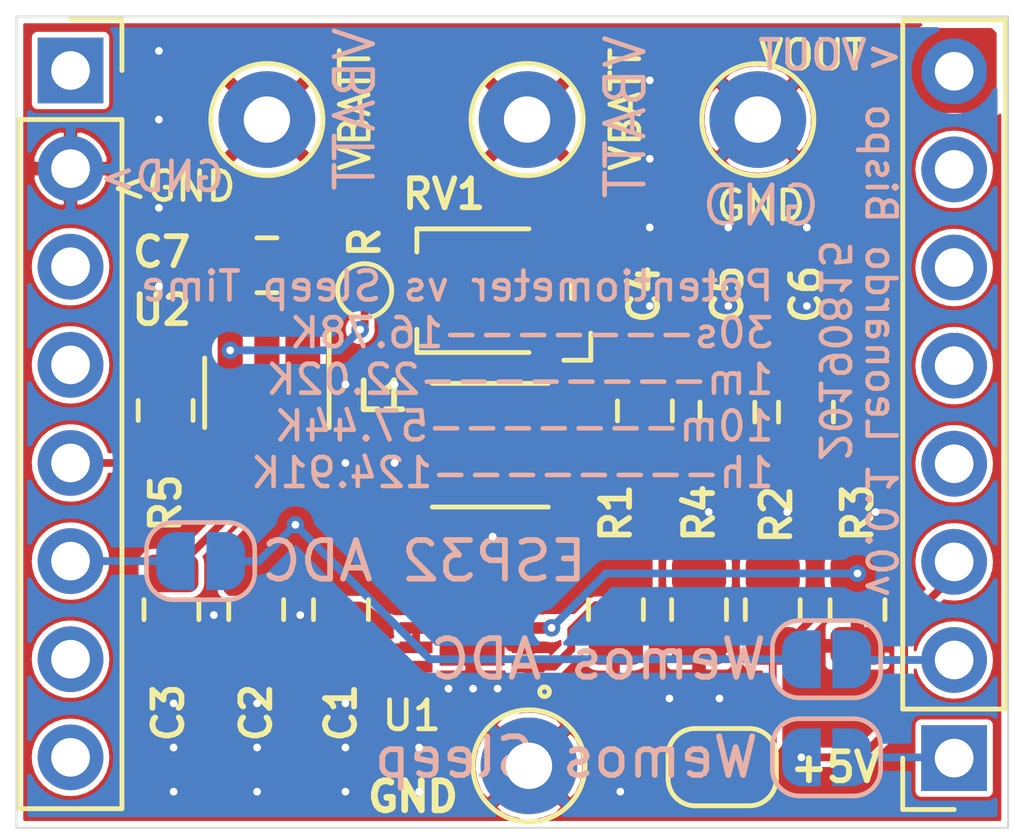
<source format=kicad_pcb>
(kicad_pcb (version 20171130) (host pcbnew "(5.1.2)-2")

  (general
    (thickness 1.6)
    (drawings 17)
    (tracks 109)
    (zones 0)
    (modules 27)
    (nets 15)
  )

  (page A4)
  (title_block
    (title "ESP AAA Battery pack, buck-boost timer")
    (date 2019-08-14)
    (rev 0.0.1)
    (company "Leonardo Bispo")
  )

  (layers
    (0 F.Cu signal)
    (31 B.Cu signal)
    (32 B.Adhes user hide)
    (33 F.Adhes user hide)
    (34 B.Paste user hide)
    (35 F.Paste user hide)
    (36 B.SilkS user)
    (37 F.SilkS user)
    (38 B.Mask user hide)
    (39 F.Mask user hide)
    (40 Dwgs.User user hide)
    (41 Cmts.User user hide)
    (42 Eco1.User user hide)
    (43 Eco2.User user hide)
    (44 Edge.Cuts user)
    (45 Margin user)
    (46 B.CrtYd user hide)
    (47 F.CrtYd user)
    (48 B.Fab user hide)
    (49 F.Fab user hide)
  )

  (setup
    (last_trace_width 0.2032)
    (user_trace_width 0.4064)
    (trace_clearance 0.0889)
    (zone_clearance 0.125)
    (zone_45_only no)
    (trace_min 0.0889)
    (via_size 0.45)
    (via_drill 0.2)
    (via_min_size 0.45)
    (via_min_drill 0.2)
    (uvia_size 0.3)
    (uvia_drill 0.1)
    (uvias_allowed no)
    (uvia_min_size 0.2)
    (uvia_min_drill 0.1)
    (edge_width 0.05)
    (segment_width 0.2)
    (pcb_text_width 0.3)
    (pcb_text_size 1.5 1.5)
    (mod_edge_width 0.12)
    (mod_text_size 0.75 0.75)
    (mod_text_width 0.12)
    (pad_size 2.5 2.5)
    (pad_drill 1.2)
    (pad_to_mask_clearance 0.051)
    (solder_mask_min_width 0.25)
    (aux_axis_origin 0 0)
    (grid_origin 77.267 73.196)
    (visible_elements 7FFFFFFF)
    (pcbplotparams
      (layerselection 0x010f0_ffffffff)
      (usegerberextensions false)
      (usegerberattributes false)
      (usegerberadvancedattributes false)
      (creategerberjobfile false)
      (excludeedgelayer true)
      (linewidth 0.100000)
      (plotframeref false)
      (viasonmask false)
      (mode 1)
      (useauxorigin false)
      (hpglpennumber 1)
      (hpglpenspeed 20)
      (hpglpendiameter 15.000000)
      (psnegative false)
      (psa4output false)
      (plotreference true)
      (plotvalue true)
      (plotinvisibletext false)
      (padsonsilk false)
      (subtractmaskfromsilk false)
      (outputformat 1)
      (mirror false)
      (drillshape 0)
      (scaleselection 1)
      (outputdirectory "../gerber/"))
  )

  (net 0 "")
  (net 1 GND)
  (net 2 EN)
  (net 3 VOUT)
  (net 4 DONE)
  (net 5 "Net-(J1-Pad6)")
  (net 6 /Sleep)
  (net 7 ADC)
  (net 8 "Net-(JP4-Pad1)")
  (net 9 "Net-(JP4-Pad2)")
  (net 10 "Net-(L1-Pad2)")
  (net 11 "Net-(L1-Pad1)")
  (net 12 /M_DRV)
  (net 13 "Net-(J2-Pad3)")
  (net 14 "Net-(J2-Pad2)")

  (net_class Default "This is the default net class."
    (clearance 0.0889)
    (trace_width 0.2032)
    (via_dia 0.45)
    (via_drill 0.2)
    (uvia_dia 0.3)
    (uvia_drill 0.1)
    (add_net /M_DRV)
    (add_net /Sleep)
    (add_net ADC)
    (add_net DONE)
    (add_net EN)
    (add_net GND)
    (add_net "Net-(J1-Pad6)")
    (add_net "Net-(J2-Pad2)")
    (add_net "Net-(J2-Pad3)")
    (add_net "Net-(JP4-Pad1)")
    (add_net "Net-(JP4-Pad2)")
    (add_net "Net-(L1-Pad1)")
    (add_net "Net-(L1-Pad2)")
    (add_net VOUT)
  )

  (module TestPoint:TestPoint_THTPad_D2.5mm_Drill1.2mm (layer F.Cu) (tedit 5A0F774F) (tstamp 5D557496)
    (at 66.267 91.196)
    (descr "THT pad as test Point, diameter 2.5mm, hole diameter 1.2mm ")
    (tags "test point THT pad")
    (path /5D553803)
    (attr virtual)
    (fp_text reference TP3 (at 0 -2.148) (layer F.SilkS) hide
      (effects (font (size 0.75 0.75) (thickness 0.15)))
    )
    (fp_text value TestPoint (at 0 2.25) (layer F.Fab) hide
      (effects (font (size 1 1) (thickness 0.15)))
    )
    (fp_circle (center 0 0) (end 0 1.45) (layer F.SilkS) (width 0.125))
    (fp_circle (center 0 0) (end 1.75 0) (layer F.CrtYd) (width 0.05))
    (fp_text user %R (at 0 -2.15) (layer F.Fab) hide
      (effects (font (size 1 1) (thickness 0.15)))
    )
    (pad 1 thru_hole circle (at 0 0) (size 2.5 2.5) (drill 1.2) (layers *.Cu *.Mask)
      (net 1 GND))
  )

  (module TestPoint:TestPoint_Pad_D1.0mm (layer F.Cu) (tedit 5A0F774F) (tstamp 5D558FB4)
    (at 62.017 78.896)
    (descr "SMD pad as test Point, diameter 1.0mm")
    (tags "test point SMD pad")
    (path /5D552352)
    (attr virtual)
    (fp_text reference TP4 (at 0 -1.448) (layer F.SilkS) hide
      (effects (font (size 0.75 0.75) (thickness 0.15)))
    )
    (fp_text value TestPoint (at 0 1.55) (layer F.Fab)
      (effects (font (size 1 1) (thickness 0.15)))
    )
    (fp_text user R (at 0 -1.25 90) (layer F.SilkS)
      (effects (font (size 0.75 0.75) (thickness 0.15)))
    )
    (fp_circle (center 0 0) (end 1 0) (layer F.CrtYd) (width 0.05))
    (fp_circle (center 0 0) (end 0 0.7) (layer F.SilkS) (width 0.125))
    (pad 1 smd circle (at 0 0) (size 1 1) (layers F.Cu F.Mask)
      (net 12 /M_DRV))
  )

  (module TestPoint:TestPoint_THTPad_D2.5mm_Drill1.2mm (layer F.Cu) (tedit 5A0F774F) (tstamp 5D5553F4)
    (at 72.187 74.466)
    (descr "THT pad as test Point, diameter 2.5mm, hole diameter 1.2mm ")
    (tags "test point THT pad")
    (path /5D553803)
    (attr virtual)
    (fp_text reference TP3 (at 0 -2.148) (layer F.SilkS) hide
      (effects (font (size 0.75 0.75) (thickness 0.15)))
    )
    (fp_text value TestPoint (at 0 2.25) (layer F.Fab)
      (effects (font (size 1 1) (thickness 0.15)))
    )
    (fp_circle (center 0 0) (end 0 1.45) (layer F.SilkS) (width 0.125))
    (fp_circle (center 0 0) (end 1.75 0) (layer F.CrtYd) (width 0.05))
    (fp_text user %R (at 0 -2.15) (layer F.Fab)
      (effects (font (size 1 1) (thickness 0.15)))
    )
    (pad 1 thru_hole circle (at 0 0) (size 2.5 2.5) (drill 1.2) (layers *.Cu *.Mask)
      (net 1 GND))
  )

  (module TestPoint:TestPoint_THTPad_D2.5mm_Drill1.2mm (layer F.Cu) (tedit 5A0F774F) (tstamp 5D5528BE)
    (at 66.218 74.466)
    (descr "THT pad as test Point, diameter 2.5mm, hole diameter 1.2mm ")
    (tags "test point THT pad")
    (path /5D553320)
    (attr virtual)
    (fp_text reference TP2 (at 0 -2.148) (layer F.SilkS) hide
      (effects (font (size 0.75 0.75) (thickness 0.15)))
    )
    (fp_text value TestPoint (at 0 2.25) (layer F.Fab)
      (effects (font (size 1 1) (thickness 0.15)))
    )
    (fp_circle (center 0 0) (end 0 1.45) (layer F.SilkS) (width 0.125))
    (fp_circle (center 0 0) (end 1.75 0) (layer F.CrtYd) (width 0.05))
    (fp_text user %R (at 0 -2.15) (layer F.Fab)
      (effects (font (size 1 1) (thickness 0.15)))
    )
    (pad 1 thru_hole circle (at 0 0) (size 2.5 2.5) (drill 1.2) (layers *.Cu *.Mask)
      (net 7 ADC))
  )

  (module TestPoint:TestPoint_THTPad_D2.5mm_Drill1.2mm (layer F.Cu) (tedit 5A0F774F) (tstamp 5D5553C9)
    (at 59.487 74.466)
    (descr "THT pad as test Point, diameter 2.5mm, hole diameter 1.2mm ")
    (tags "test point THT pad")
    (path /5D552BC8)
    (attr virtual)
    (fp_text reference TP1 (at 0 -2.148) (layer F.SilkS) hide
      (effects (font (size 0.75 0.75) (thickness 0.15)))
    )
    (fp_text value TestPoint (at 0 2.25) (layer F.Fab)
      (effects (font (size 1 1) (thickness 0.15)))
    )
    (fp_circle (center 0 0) (end 0 1.45) (layer F.SilkS) (width 0.125))
    (fp_circle (center 0 0) (end 1.75 0) (layer F.CrtYd) (width 0.05))
    (fp_text user %R (at 0 -2.15) (layer F.Fab)
      (effects (font (size 1 1) (thickness 0.15)))
    )
    (pad 1 thru_hole circle (at 0 0) (size 2.5 2.5) (drill 1.2) (layers *.Cu *.Mask)
      (net 7 ADC))
  )

  (module Connector_PinSocket_2.54mm:PinSocket_1x08_P2.54mm_Vertical locked (layer F.Cu) (tedit 5A19A420) (tstamp 5D5456B1)
    (at 54.407 73.196)
    (descr "Through hole straight socket strip, 1x08, 2.54mm pitch, single row (from Kicad 4.0.7), script generated")
    (tags "Through hole socket strip THT 1x08 2.54mm single row")
    (path /5D643750)
    (fp_text reference J1 (at -0.127 20.447) (layer F.SilkS) hide
      (effects (font (size 0.75 0.75) (thickness 0.15)))
    )
    (fp_text value Conn_01x08_Female (at 0 20.55) (layer F.Fab)
      (effects (font (size 1 1) (thickness 0.15)))
    )
    (fp_line (start -1.27 -1.27) (end 0.635 -1.27) (layer F.Fab) (width 0.1))
    (fp_line (start 0.635 -1.27) (end 1.27 -0.635) (layer F.Fab) (width 0.1))
    (fp_line (start 1.27 -0.635) (end 1.27 19.05) (layer F.Fab) (width 0.1))
    (fp_line (start 1.27 19.05) (end -1.27 19.05) (layer F.Fab) (width 0.1))
    (fp_line (start -1.27 19.05) (end -1.27 -1.27) (layer F.Fab) (width 0.1))
    (fp_line (start -1.33 1.27) (end 1.33 1.27) (layer F.SilkS) (width 0.125))
    (fp_line (start -1.33 1.27) (end -1.33 19.11) (layer F.SilkS) (width 0.125))
    (fp_line (start -1.33 19.11) (end 1.33 19.11) (layer F.SilkS) (width 0.125))
    (fp_line (start 1.33 1.27) (end 1.33 19.11) (layer F.SilkS) (width 0.125))
    (fp_line (start 1.33 -1.33) (end 1.33 0) (layer F.SilkS) (width 0.125))
    (fp_line (start 0 -1.33) (end 1.33 -1.33) (layer F.SilkS) (width 0.125))
    (fp_line (start -1.8 -1.8) (end 1.75 -1.8) (layer F.CrtYd) (width 0.05))
    (fp_line (start 1.75 -1.8) (end 1.75 19.55) (layer F.CrtYd) (width 0.05))
    (fp_line (start 1.75 19.55) (end -1.8 19.55) (layer F.CrtYd) (width 0.05))
    (fp_line (start -1.8 19.55) (end -1.8 -1.8) (layer F.CrtYd) (width 0.05))
    (fp_text user %R (at 0 8.89 90) (layer F.Fab)
      (effects (font (size 1 1) (thickness 0.15)))
    )
    (pad 1 thru_hole rect (at 0 0) (size 1.7 1.7) (drill 1) (layers *.Cu *.Mask))
    (pad 2 thru_hole oval (at 0 2.54) (size 1.7 1.7) (drill 1) (layers *.Cu *.Mask)
      (net 1 GND))
    (pad 3 thru_hole oval (at 0 5.08) (size 1.7 1.7) (drill 1) (layers *.Cu *.Mask))
    (pad 4 thru_hole oval (at 0 7.62) (size 1.7 1.7) (drill 1) (layers *.Cu *.Mask))
    (pad 5 thru_hole oval (at 0 10.16) (size 1.7 1.7) (drill 1) (layers *.Cu *.Mask)
      (net 4 DONE))
    (pad 6 thru_hole oval (at 0 12.7) (size 1.7 1.7) (drill 1) (layers *.Cu *.Mask)
      (net 5 "Net-(J1-Pad6)"))
    (pad 7 thru_hole oval (at 0 15.24) (size 1.7 1.7) (drill 1) (layers *.Cu *.Mask))
    (pad 8 thru_hole oval (at 0 17.78) (size 1.7 1.7) (drill 1) (layers *.Cu *.Mask))
    (model ${KISYS3DMOD}/Connector_PinSocket_2.54mm.3dshapes/PinSocket_1x08_P2.54mm_Vertical.wrl
      (at (xyz 0 0 0))
      (scale (xyz 1 1 1))
      (rotate (xyz 0 0 0))
    )
  )

  (module Connector_PinSocket_2.54mm:PinSocket_1x08_P2.54mm_Vertical locked (layer F.Cu) (tedit 5A19A420) (tstamp 5D545629)
    (at 77.267 90.996 180)
    (descr "Through hole straight socket strip, 1x08, 2.54mm pitch, single row (from Kicad 4.0.7), script generated")
    (tags "Through hole socket strip THT 1x08 2.54mm single row")
    (path /5D642545)
    (fp_text reference J2 (at 0 -2.77) (layer F.SilkS) hide
      (effects (font (size 0.75 0.75) (thickness 0.15)))
    )
    (fp_text value Conn_01x08_Female (at 0 20.55) (layer F.Fab)
      (effects (font (size 1 1) (thickness 0.15)))
    )
    (fp_text user %R (at 0 8.89 90) (layer F.Fab)
      (effects (font (size 1 1) (thickness 0.15)))
    )
    (fp_line (start -1.8 19.55) (end -1.8 -1.8) (layer F.CrtYd) (width 0.05))
    (fp_line (start 1.75 19.55) (end -1.8 19.55) (layer F.CrtYd) (width 0.05))
    (fp_line (start 1.75 -1.8) (end 1.75 19.55) (layer F.CrtYd) (width 0.05))
    (fp_line (start -1.8 -1.8) (end 1.75 -1.8) (layer F.CrtYd) (width 0.05))
    (fp_line (start 0 -1.33) (end 1.33 -1.33) (layer F.SilkS) (width 0.125))
    (fp_line (start 1.33 -1.33) (end 1.33 0) (layer F.SilkS) (width 0.125))
    (fp_line (start 1.33 1.27) (end 1.33 19.11) (layer F.SilkS) (width 0.125))
    (fp_line (start -1.33 19.11) (end 1.33 19.11) (layer F.SilkS) (width 0.125))
    (fp_line (start -1.33 1.27) (end -1.33 19.11) (layer F.SilkS) (width 0.125))
    (fp_line (start -1.33 1.27) (end 1.33 1.27) (layer F.SilkS) (width 0.125))
    (fp_line (start -1.27 19.05) (end -1.27 -1.27) (layer F.Fab) (width 0.1))
    (fp_line (start 1.27 19.05) (end -1.27 19.05) (layer F.Fab) (width 0.1))
    (fp_line (start 1.27 -0.635) (end 1.27 19.05) (layer F.Fab) (width 0.1))
    (fp_line (start 0.635 -1.27) (end 1.27 -0.635) (layer F.Fab) (width 0.1))
    (fp_line (start -1.27 -1.27) (end 0.635 -1.27) (layer F.Fab) (width 0.1))
    (pad 8 thru_hole oval (at 0 17.78 180) (size 1.7 1.7) (drill 1) (layers *.Cu *.Mask)
      (net 3 VOUT))
    (pad 7 thru_hole oval (at 0 15.24 180) (size 1.7 1.7) (drill 1) (layers *.Cu *.Mask))
    (pad 6 thru_hole oval (at 0 12.7 180) (size 1.7 1.7) (drill 1) (layers *.Cu *.Mask))
    (pad 5 thru_hole oval (at 0 10.16 180) (size 1.7 1.7) (drill 1) (layers *.Cu *.Mask))
    (pad 4 thru_hole oval (at 0 7.62 180) (size 1.7 1.7) (drill 1) (layers *.Cu *.Mask))
    (pad 3 thru_hole oval (at 0 5.08 180) (size 1.7 1.7) (drill 1) (layers *.Cu *.Mask)
      (net 13 "Net-(J2-Pad3)"))
    (pad 2 thru_hole oval (at 0 2.54 180) (size 1.7 1.7) (drill 1) (layers *.Cu *.Mask)
      (net 14 "Net-(J2-Pad2)"))
    (pad 1 thru_hole rect (at 0 0 180) (size 1.7 1.7) (drill 1) (layers *.Cu *.Mask)
      (net 6 /Sleep))
    (model ${KISYS3DMOD}/Connector_PinSocket_2.54mm.3dshapes/PinSocket_1x08_P2.54mm_Vertical.wrl
      (at (xyz 0 0 0))
      (scale (xyz 1 1 1))
      (rotate (xyz 0 0 0))
    )
  )

  (module Package_TO_SOT_SMD:SOT-23-6 (layer F.Cu) (tedit 5A02FF57) (tstamp 5D55766A)
    (at 59.487 81.54 270)
    (descr "6-pin SOT-23 package")
    (tags SOT-23-6)
    (path /5D55C22E)
    (attr smd)
    (fp_text reference U2 (at -2.144 2.72 180) (layer F.SilkS)
      (effects (font (size 0.75 0.75) (thickness 0.15)))
    )
    (fp_text value TPL5111 (at 0 2.9 90) (layer F.Fab)
      (effects (font (size 1 1) (thickness 0.15)))
    )
    (fp_line (start 0.9 -1.55) (end 0.9 1.55) (layer F.Fab) (width 0.1))
    (fp_line (start 0.9 1.55) (end -0.9 1.55) (layer F.Fab) (width 0.1))
    (fp_line (start -0.9 -0.9) (end -0.9 1.55) (layer F.Fab) (width 0.1))
    (fp_line (start 0.9 -1.55) (end -0.25 -1.55) (layer F.Fab) (width 0.1))
    (fp_line (start -0.9 -0.9) (end -0.25 -1.55) (layer F.Fab) (width 0.1))
    (fp_line (start -1.9 -1.8) (end -1.9 1.8) (layer F.CrtYd) (width 0.05))
    (fp_line (start -1.9 1.8) (end 1.9 1.8) (layer F.CrtYd) (width 0.05))
    (fp_line (start 1.9 1.8) (end 1.9 -1.8) (layer F.CrtYd) (width 0.05))
    (fp_line (start 1.9 -1.8) (end -1.9 -1.8) (layer F.CrtYd) (width 0.05))
    (fp_line (start 0.9 -1.61) (end -1.55 -1.61) (layer F.SilkS) (width 0.125))
    (fp_line (start -0.9 1.61) (end 0.9 1.61) (layer F.SilkS) (width 0.125))
    (fp_text user %R (at 0 0) (layer F.Fab)
      (effects (font (size 0.5 0.5) (thickness 0.075)))
    )
    (pad 5 smd rect (at 1.1 0 270) (size 1.06 0.65) (layers F.Cu F.Paste F.Mask)
      (net 2 EN))
    (pad 6 smd rect (at 1.1 -0.95 270) (size 1.06 0.65) (layers F.Cu F.Paste F.Mask)
      (net 7 ADC))
    (pad 4 smd rect (at 1.1 0.95 270) (size 1.06 0.65) (layers F.Cu F.Paste F.Mask)
      (net 4 DONE))
    (pad 3 smd rect (at -1.1 0.95 270) (size 1.06 0.65) (layers F.Cu F.Paste F.Mask)
      (net 12 /M_DRV))
    (pad 2 smd rect (at -1.1 0 270) (size 1.06 0.65) (layers F.Cu F.Paste F.Mask)
      (net 1 GND))
    (pad 1 smd rect (at -1.1 -0.95 270) (size 1.06 0.65) (layers F.Cu F.Paste F.Mask)
      (net 7 ADC))
    (model ${KISYS3DMOD}/Package_TO_SOT_SMD.3dshapes/SOT-23-6.wrl
      (at (xyz 0 0 0))
      (scale (xyz 1 1 1))
      (rotate (xyz 0 0 0))
    )
  )

  (module SamacSys_Parts:SON50P300X400X100-15N-D (layer F.Cu) (tedit 0) (tstamp 5D557D93)
    (at 64.795571 87.128 180)
    (descr "DSJ (R-PVSON-N14)")
    (tags "Integrated Circuit")
    (path /5D5347E3)
    (attr smd)
    (fp_text reference U1 (at 1.562 -2.768) (layer F.SilkS)
      (effects (font (size 0.75 0.75) (thickness 0.125)))
    )
    (fp_text value TPS63020DSJR (at 0 0) (layer F.SilkS) hide
      (effects (font (size 0.75 0.75) (thickness 0.254)))
    )
    (fp_circle (center -1.875 -2.15) (end -1.875 -2.025) (layer F.SilkS) (width 0.125))
    (fp_line (start -1.5 -1.25) (end -0.75 -2) (layer F.Fab) (width 0.1))
    (fp_line (start -1.5 2) (end -1.5 -2) (layer F.Fab) (width 0.1))
    (fp_line (start 1.5 2) (end -1.5 2) (layer F.Fab) (width 0.1))
    (fp_line (start 1.5 -2) (end 1.5 2) (layer F.Fab) (width 0.1))
    (fp_line (start -1.5 -2) (end 1.5 -2) (layer F.Fab) (width 0.1))
    (fp_line (start -2.15 2.325) (end -2.15 -2.325) (layer F.CrtYd) (width 0.05))
    (fp_line (start 2.15 2.325) (end -2.15 2.325) (layer F.CrtYd) (width 0.05))
    (fp_line (start 2.15 -2.325) (end 2.15 2.325) (layer F.CrtYd) (width 0.05))
    (fp_line (start -2.15 -2.325) (end 2.15 -2.325) (layer F.CrtYd) (width 0.05))
    (fp_text user %R (at 0 0) (layer F.Fab)
      (effects (font (size 1.27 1.27) (thickness 0.254)))
    )
    (pad 15 smd rect (at 0 0 180) (size 1.68 2.95) (layers F.Cu F.Paste F.Mask)
      (net 1 GND))
    (pad 14 smd rect (at 1.45 -1.5 270) (size 0.3 0.85) (layers F.Cu F.Paste F.Mask))
    (pad 13 smd rect (at 1.45 -1 270) (size 0.3 0.85) (layers F.Cu F.Paste F.Mask)
      (net 2 EN))
    (pad 12 smd rect (at 1.45 -0.5 270) (size 0.3 0.85) (layers F.Cu F.Paste F.Mask)
      (net 2 EN))
    (pad 11 smd rect (at 1.45 0 270) (size 0.3 0.85) (layers F.Cu F.Paste F.Mask)
      (net 7 ADC))
    (pad 10 smd rect (at 1.45 0.5 270) (size 0.3 0.85) (layers F.Cu F.Paste F.Mask)
      (net 7 ADC))
    (pad 9 smd rect (at 1.45 1 270) (size 0.3 0.85) (layers F.Cu F.Paste F.Mask)
      (net 10 "Net-(L1-Pad2)"))
    (pad 8 smd rect (at 1.45 1.5 270) (size 0.3 0.85) (layers F.Cu F.Paste F.Mask)
      (net 10 "Net-(L1-Pad2)"))
    (pad 7 smd rect (at -1.45 1.5 270) (size 0.3 0.85) (layers F.Cu F.Paste F.Mask)
      (net 11 "Net-(L1-Pad1)"))
    (pad 6 smd rect (at -1.45 1 270) (size 0.3 0.85) (layers F.Cu F.Paste F.Mask)
      (net 11 "Net-(L1-Pad1)"))
    (pad 5 smd rect (at -1.45 0.5 270) (size 0.3 0.85) (layers F.Cu F.Paste F.Mask)
      (net 3 VOUT))
    (pad 4 smd rect (at -1.45 0 270) (size 0.3 0.85) (layers F.Cu F.Paste F.Mask)
      (net 3 VOUT))
    (pad 3 smd rect (at -1.45 -0.5 270) (size 0.3 0.85) (layers F.Cu F.Paste F.Mask)
      (net 9 "Net-(JP4-Pad2)"))
    (pad 2 smd rect (at -1.45 -1 270) (size 0.3 0.85) (layers F.Cu F.Paste F.Mask)
      (net 1 GND))
    (pad 1 smd rect (at -1.45 -1.5 270) (size 0.3 0.85) (layers F.Cu F.Paste F.Mask)
      (net 2 EN))
    (model C:\SamacSys_PCB_Library\KiCad\SamacSys_Parts.3dshapes\TPS63020DSJR.stp
      (at (xyz 0 0 0))
      (scale (xyz 1 1 1))
      (rotate (xyz 0 0 0))
    )
  )

  (module Potentiometer_SMD:Potentiometer_Bourns_TC33X_Vertical (layer F.Cu) (tedit 5C165D15) (tstamp 5D54704B)
    (at 65.267 78.896 180)
    (descr "Potentiometer, Bourns, TC33X, Vertical, https://www.bourns.com/pdfs/TC33.pdf")
    (tags "Potentiometer Bourns TC33X Vertical")
    (path /5D52A0DC)
    (attr smd)
    (fp_text reference RV1 (at 1.2 2.5) (layer F.SilkS)
      (effects (font (size 0.75 0.75) (thickness 0.15)))
    )
    (fp_text value 200K (at 0 2.5) (layer F.Fab)
      (effects (font (size 1 1) (thickness 0.15)))
    )
    (fp_text user "Wiper may be\nanywhere within\ncircle shown" (at -0.15 -0.8) (layer Cmts.User)
      (effects (font (size 0.15 0.15) (thickness 0.02)))
    )
    (fp_circle (center 0 0) (end 1.8 0) (layer Dwgs.User) (width 0.05))
    (fp_line (start -2.65 1.85) (end -2.65 -1.85) (layer F.CrtYd) (width 0.05))
    (fp_line (start 2.45 1.85) (end -2.65 1.85) (layer F.CrtYd) (width 0.05))
    (fp_line (start 2.45 -1.85) (end 2.45 1.85) (layer F.CrtYd) (width 0.05))
    (fp_line (start -2.65 -1.85) (end 2.45 -1.85) (layer F.CrtYd) (width 0.05))
    (fp_line (start -2.6 -1.8) (end -2.6 -1.1) (layer F.SilkS) (width 0.125))
    (fp_line (start -1.9 -1.8) (end -2.6 -1.8) (layer F.SilkS) (width 0.125))
    (fp_line (start 1.9 1.6) (end 1.9 1) (layer F.SilkS) (width 0.125))
    (fp_line (start -1 1.6) (end 1.9 1.6) (layer F.SilkS) (width 0.125))
    (fp_line (start 1.9 -1.6) (end 1.9 -1) (layer F.SilkS) (width 0.125))
    (fp_line (start -1 -1.6) (end 1.9 -1.6) (layer F.SilkS) (width 0.125))
    (fp_line (start -2.1 -0.2) (end -2.1 0.2) (layer F.SilkS) (width 0.125))
    (fp_text user %R (at 0 0) (layer F.Fab)
      (effects (font (size 0.7 0.7) (thickness 0.105)))
    )
    (fp_line (start -1.25 -1.5) (end -2 -0.75) (layer F.Fab) (width 0.1))
    (fp_line (start 1.8 -1.5) (end -1.25 -1.5) (layer F.Fab) (width 0.1))
    (fp_line (start 1.8 1.5) (end 1.8 -1.5) (layer F.Fab) (width 0.1))
    (fp_line (start -2 1.5) (end 1.8 1.5) (layer F.Fab) (width 0.1))
    (fp_line (start -2 -0.75) (end -2 1.5) (layer F.Fab) (width 0.1))
    (fp_circle (center 0 0) (end 1.5 0) (layer F.Fab) (width 0.1))
    (pad 2 smd rect (at 1.45 0 180) (size 1.5 1.6) (layers F.Cu F.Paste F.Mask)
      (net 12 /M_DRV))
    (pad 3 smd rect (at -1.8 1 180) (size 1.2 1.2) (layers F.Cu F.Paste F.Mask)
      (net 1 GND))
    (pad 1 smd rect (at -1.8 -1 180) (size 1.2 1.2) (layers F.Cu F.Paste F.Mask))
    (model ${MOUSER}/TC-33X-2.step
      (at (xyz 0 0 0))
      (scale (xyz 1 1 1))
      (rotate (xyz -90 0 90))
    )
  )

  (module Resistor_SMD:R_0805_2012Metric (layer F.Cu) (tedit 5B36C52B) (tstamp 5D55B883)
    (at 56.867 81.996 90)
    (descr "Resistor SMD 0805 (2012 Metric), square (rectangular) end terminal, IPC_7351 nominal, (Body size source: https://docs.google.com/spreadsheets/d/1BsfQQcO9C6DZCsRaXUlFlo91Tg2WpOkGARC1WS5S8t0/edit?usp=sharing), generated with kicad-footprint-generator")
    (tags resistor)
    (path /5D607702)
    (attr smd)
    (fp_text reference R5 (at -2.4 0 90) (layer F.SilkS)
      (effects (font (size 0.75 0.75) (thickness 0.15)))
    )
    (fp_text value 10K (at 0 1.65 90) (layer F.Fab)
      (effects (font (size 1 1) (thickness 0.15)))
    )
    (fp_text user %R (at 0 0 90) (layer F.Fab)
      (effects (font (size 0.5 0.5) (thickness 0.08)))
    )
    (fp_line (start 1.68 0.95) (end -1.68 0.95) (layer F.CrtYd) (width 0.05))
    (fp_line (start 1.68 -0.95) (end 1.68 0.95) (layer F.CrtYd) (width 0.05))
    (fp_line (start -1.68 -0.95) (end 1.68 -0.95) (layer F.CrtYd) (width 0.05))
    (fp_line (start -1.68 0.95) (end -1.68 -0.95) (layer F.CrtYd) (width 0.05))
    (fp_line (start -0.258578 0.71) (end 0.258578 0.71) (layer F.SilkS) (width 0.125))
    (fp_line (start -0.258578 -0.71) (end 0.258578 -0.71) (layer F.SilkS) (width 0.125))
    (fp_line (start 1 0.6) (end -1 0.6) (layer F.Fab) (width 0.1))
    (fp_line (start 1 -0.6) (end 1 0.6) (layer F.Fab) (width 0.1))
    (fp_line (start -1 -0.6) (end 1 -0.6) (layer F.Fab) (width 0.1))
    (fp_line (start -1 0.6) (end -1 -0.6) (layer F.Fab) (width 0.1))
    (pad 2 smd roundrect (at 0.9375 0 90) (size 0.975 1.4) (layers F.Cu F.Paste F.Mask) (roundrect_rratio 0.25)
      (net 1 GND))
    (pad 1 smd roundrect (at -0.9375 0 90) (size 0.975 1.4) (layers F.Cu F.Paste F.Mask) (roundrect_rratio 0.25)
      (net 4 DONE))
    (model ${KISYS3DMOD}/Resistor_SMD.3dshapes/R_0805_2012Metric.wrl
      (at (xyz 0 0 0))
      (scale (xyz 1 1 1))
      (rotate (xyz 0 0 0))
    )
  )

  (module Resistor_SMD:R_0805_2012Metric (layer F.Cu) (tedit 5B36C52B) (tstamp 5D5430F1)
    (at 70.667 87.153 270)
    (descr "Resistor SMD 0805 (2012 Metric), square (rectangular) end terminal, IPC_7351 nominal, (Body size source: https://docs.google.com/spreadsheets/d/1BsfQQcO9C6DZCsRaXUlFlo91Tg2WpOkGARC1WS5S8t0/edit?usp=sharing), generated with kicad-footprint-generator")
    (tags resistor)
    (path /5D632B05)
    (attr smd)
    (fp_text reference R4 (at -2.5 0 90) (layer F.SilkS)
      (effects (font (size 0.75 0.75) (thickness 0.15)))
    )
    (fp_text value 10K (at 0 1.65 90) (layer F.Fab)
      (effects (font (size 1 1) (thickness 0.15)))
    )
    (fp_text user %R (at 0 0 90) (layer F.Fab)
      (effects (font (size 0.5 0.5) (thickness 0.08)))
    )
    (fp_line (start 1.68 0.95) (end -1.68 0.95) (layer F.CrtYd) (width 0.05))
    (fp_line (start 1.68 -0.95) (end 1.68 0.95) (layer F.CrtYd) (width 0.05))
    (fp_line (start -1.68 -0.95) (end 1.68 -0.95) (layer F.CrtYd) (width 0.05))
    (fp_line (start -1.68 0.95) (end -1.68 -0.95) (layer F.CrtYd) (width 0.05))
    (fp_line (start -0.258578 0.71) (end 0.258578 0.71) (layer F.SilkS) (width 0.125))
    (fp_line (start -0.258578 -0.71) (end 0.258578 -0.71) (layer F.SilkS) (width 0.125))
    (fp_line (start 1 0.6) (end -1 0.6) (layer F.Fab) (width 0.1))
    (fp_line (start 1 -0.6) (end 1 0.6) (layer F.Fab) (width 0.1))
    (fp_line (start -1 -0.6) (end 1 -0.6) (layer F.Fab) (width 0.1))
    (fp_line (start -1 0.6) (end -1 -0.6) (layer F.Fab) (width 0.1))
    (pad 2 smd roundrect (at 0.9375 0 270) (size 0.975 1.4) (layers F.Cu F.Paste F.Mask) (roundrect_rratio 0.25)
      (net 1 GND))
    (pad 1 smd roundrect (at -0.9375 0 270) (size 0.975 1.4) (layers F.Cu F.Paste F.Mask) (roundrect_rratio 0.25)
      (net 2 EN))
    (model ${KISYS3DMOD}/Resistor_SMD.3dshapes/R_0805_2012Metric.wrl
      (at (xyz 0 0 0))
      (scale (xyz 1 1 1))
      (rotate (xyz 0 0 0))
    )
  )

  (module Resistor_SMD:R_0805_2012Metric (layer F.Cu) (tedit 5B36C52B) (tstamp 5D5430E0)
    (at 74.767 87.153 270)
    (descr "Resistor SMD 0805 (2012 Metric), square (rectangular) end terminal, IPC_7351 nominal, (Body size source: https://docs.google.com/spreadsheets/d/1BsfQQcO9C6DZCsRaXUlFlo91Tg2WpOkGARC1WS5S8t0/edit?usp=sharing), generated with kicad-footprint-generator")
    (tags resistor)
    (path /5D57277D)
    (attr smd)
    (fp_text reference R3 (at -2.5 0 90) (layer F.SilkS)
      (effects (font (size 0.75 0.75) (thickness 0.15)))
    )
    (fp_text value 180k±1% (at 0 1.65 90) (layer F.Fab)
      (effects (font (size 1 1) (thickness 0.15)))
    )
    (fp_text user %R (at 0 0 90) (layer F.Fab)
      (effects (font (size 0.5 0.5) (thickness 0.08)))
    )
    (fp_line (start 1.68 0.95) (end -1.68 0.95) (layer F.CrtYd) (width 0.05))
    (fp_line (start 1.68 -0.95) (end 1.68 0.95) (layer F.CrtYd) (width 0.05))
    (fp_line (start -1.68 -0.95) (end 1.68 -0.95) (layer F.CrtYd) (width 0.05))
    (fp_line (start -1.68 0.95) (end -1.68 -0.95) (layer F.CrtYd) (width 0.05))
    (fp_line (start -0.258578 0.71) (end 0.258578 0.71) (layer F.SilkS) (width 0.125))
    (fp_line (start -0.258578 -0.71) (end 0.258578 -0.71) (layer F.SilkS) (width 0.125))
    (fp_line (start 1 0.6) (end -1 0.6) (layer F.Fab) (width 0.1))
    (fp_line (start 1 -0.6) (end 1 0.6) (layer F.Fab) (width 0.1))
    (fp_line (start -1 -0.6) (end 1 -0.6) (layer F.Fab) (width 0.1))
    (fp_line (start -1 0.6) (end -1 -0.6) (layer F.Fab) (width 0.1))
    (pad 2 smd roundrect (at 0.9375 0 270) (size 0.975 1.4) (layers F.Cu F.Paste F.Mask) (roundrect_rratio 0.25)
      (net 1 GND))
    (pad 1 smd roundrect (at -0.9375 0 270) (size 0.975 1.4) (layers F.Cu F.Paste F.Mask) (roundrect_rratio 0.25)
      (net 9 "Net-(JP4-Pad2)"))
    (model ${KISYS3DMOD}/Resistor_SMD.3dshapes/R_0805_2012Metric.wrl
      (at (xyz 0 0 0))
      (scale (xyz 1 1 1))
      (rotate (xyz 0 0 0))
    )
  )

  (module Resistor_SMD:R_0805_2012Metric (layer F.Cu) (tedit 5B36C52B) (tstamp 5D55C01B)
    (at 72.574142 87.153 270)
    (descr "Resistor SMD 0805 (2012 Metric), square (rectangular) end terminal, IPC_7351 nominal, (Body size source: https://docs.google.com/spreadsheets/d/1BsfQQcO9C6DZCsRaXUlFlo91Tg2WpOkGARC1WS5S8t0/edit?usp=sharing), generated with kicad-footprint-generator")
    (tags resistor)
    (path /5D5775E3)
    (attr smd)
    (fp_text reference R2 (at -2.457 -0.092858 90) (layer F.SilkS)
      (effects (font (size 0.75 0.75) (thickness 0.15)))
    )
    (fp_text value 604K±1% (at 0 1.65 90) (layer F.Fab)
      (effects (font (size 1 1) (thickness 0.15)))
    )
    (fp_text user %R (at 0 0 90) (layer F.Fab)
      (effects (font (size 0.5 0.5) (thickness 0.08)))
    )
    (fp_line (start 1.68 0.95) (end -1.68 0.95) (layer F.CrtYd) (width 0.05))
    (fp_line (start 1.68 -0.95) (end 1.68 0.95) (layer F.CrtYd) (width 0.05))
    (fp_line (start -1.68 -0.95) (end 1.68 -0.95) (layer F.CrtYd) (width 0.05))
    (fp_line (start -1.68 0.95) (end -1.68 -0.95) (layer F.CrtYd) (width 0.05))
    (fp_line (start -0.258578 0.71) (end 0.258578 0.71) (layer F.SilkS) (width 0.125))
    (fp_line (start -0.258578 -0.71) (end 0.258578 -0.71) (layer F.SilkS) (width 0.125))
    (fp_line (start 1 0.6) (end -1 0.6) (layer F.Fab) (width 0.1))
    (fp_line (start 1 -0.6) (end 1 0.6) (layer F.Fab) (width 0.1))
    (fp_line (start -1 -0.6) (end 1 -0.6) (layer F.Fab) (width 0.1))
    (fp_line (start -1 0.6) (end -1 -0.6) (layer F.Fab) (width 0.1))
    (pad 2 smd roundrect (at 0.9375 0 270) (size 0.975 1.4) (layers F.Cu F.Paste F.Mask) (roundrect_rratio 0.25)
      (net 9 "Net-(JP4-Pad2)"))
    (pad 1 smd roundrect (at -0.9375 0 270) (size 0.975 1.4) (layers F.Cu F.Paste F.Mask) (roundrect_rratio 0.25)
      (net 8 "Net-(JP4-Pad1)"))
    (model ${KISYS3DMOD}/Resistor_SMD.3dshapes/R_0805_2012Metric.wrl
      (at (xyz 0 0 0))
      (scale (xyz 1 1 1))
      (rotate (xyz 0 0 0))
    )
  )

  (module Resistor_SMD:R_0805_2012Metric (layer F.Cu) (tedit 5B36C52B) (tstamp 5D55BC9A)
    (at 68.517 87.153 270)
    (descr "Resistor SMD 0805 (2012 Metric), square (rectangular) end terminal, IPC_7351 nominal, (Body size source: https://docs.google.com/spreadsheets/d/1BsfQQcO9C6DZCsRaXUlFlo91Tg2WpOkGARC1WS5S8t0/edit?usp=sharing), generated with kicad-footprint-generator")
    (tags resistor)
    (path /5D543DAA)
    (attr smd)
    (fp_text reference R1 (at -2.5 0 90) (layer F.SilkS)
      (effects (font (size 0.75 0.75) (thickness 0.15)))
    )
    (fp_text value 1M±0.1% (at 0 1.65 90) (layer F.Fab)
      (effects (font (size 1 1) (thickness 0.15)))
    )
    (fp_text user %R (at 0 0 90) (layer F.Fab)
      (effects (font (size 0.5 0.5) (thickness 0.08)))
    )
    (fp_line (start 1.68 0.95) (end -1.68 0.95) (layer F.CrtYd) (width 0.05))
    (fp_line (start 1.68 -0.95) (end 1.68 0.95) (layer F.CrtYd) (width 0.05))
    (fp_line (start -1.68 -0.95) (end 1.68 -0.95) (layer F.CrtYd) (width 0.05))
    (fp_line (start -1.68 0.95) (end -1.68 -0.95) (layer F.CrtYd) (width 0.05))
    (fp_line (start -0.258578 0.71) (end 0.258578 0.71) (layer F.SilkS) (width 0.125))
    (fp_line (start -0.258578 -0.71) (end 0.258578 -0.71) (layer F.SilkS) (width 0.125))
    (fp_line (start 1 0.6) (end -1 0.6) (layer F.Fab) (width 0.1))
    (fp_line (start 1 -0.6) (end 1 0.6) (layer F.Fab) (width 0.1))
    (fp_line (start -1 -0.6) (end 1 -0.6) (layer F.Fab) (width 0.1))
    (fp_line (start -1 0.6) (end -1 -0.6) (layer F.Fab) (width 0.1))
    (pad 2 smd roundrect (at 0.9375 0 270) (size 0.975 1.4) (layers F.Cu F.Paste F.Mask) (roundrect_rratio 0.25)
      (net 8 "Net-(JP4-Pad1)"))
    (pad 1 smd roundrect (at -0.9375 0 270) (size 0.975 1.4) (layers F.Cu F.Paste F.Mask) (roundrect_rratio 0.25)
      (net 3 VOUT))
    (model ${KISYS3DMOD}/Resistor_SMD.3dshapes/R_0805_2012Metric.wrl
      (at (xyz 0 0 0))
      (scale (xyz 1 1 1))
      (rotate (xyz 0 0 0))
    )
  )

  (module Inductor_SMD:L_Taiyo-Yuden_NR-30xx (layer F.Cu) (tedit 5990349C) (tstamp 5D5430AD)
    (at 65.267 82.896 180)
    (descr "Inductor, Taiyo Yuden, NR series, Taiyo-Yuden_NR-30xx, 3.0mmx3.0mm")
    (tags "inductor taiyo-yuden nr smd")
    (path /5D53FD4F)
    (attr smd)
    (fp_text reference L1 (at 2.794 1.27) (layer F.SilkS)
      (effects (font (size 0.75 0.75) (thickness 0.15)))
    )
    (fp_text value 1u (at 0 3) (layer F.Fab)
      (effects (font (size 1 1) (thickness 0.15)))
    )
    (fp_line (start 1.8 -1.8) (end -1.8 -1.8) (layer F.CrtYd) (width 0.05))
    (fp_line (start 1.8 1.8) (end 1.8 -1.8) (layer F.CrtYd) (width 0.05))
    (fp_line (start -1.8 1.8) (end 1.8 1.8) (layer F.CrtYd) (width 0.05))
    (fp_line (start -1.8 -1.8) (end -1.8 1.8) (layer F.CrtYd) (width 0.05))
    (fp_line (start -1.5 1.6) (end 1.5 1.6) (layer F.SilkS) (width 0.125))
    (fp_line (start -1.5 -1.6) (end 1.5 -1.6) (layer F.SilkS) (width 0.125))
    (fp_line (start -0.95 1.5) (end 0 1.5) (layer F.Fab) (width 0.1))
    (fp_line (start -1.5 0.95) (end -0.95 1.5) (layer F.Fab) (width 0.1))
    (fp_line (start -1.5 0) (end -1.5 0.95) (layer F.Fab) (width 0.1))
    (fp_line (start 0.95 1.5) (end 0 1.5) (layer F.Fab) (width 0.1))
    (fp_line (start 1.5 0.95) (end 0.95 1.5) (layer F.Fab) (width 0.1))
    (fp_line (start 1.5 0) (end 1.5 0.95) (layer F.Fab) (width 0.1))
    (fp_line (start 0.95 -1.5) (end 0 -1.5) (layer F.Fab) (width 0.1))
    (fp_line (start 1.5 -0.95) (end 0.95 -1.5) (layer F.Fab) (width 0.1))
    (fp_line (start 1.5 0) (end 1.5 -0.95) (layer F.Fab) (width 0.1))
    (fp_line (start -0.95 -1.5) (end 0 -1.5) (layer F.Fab) (width 0.1))
    (fp_line (start -1.5 -0.95) (end -0.95 -1.5) (layer F.Fab) (width 0.1))
    (fp_line (start -1.5 0) (end -1.5 -0.95) (layer F.Fab) (width 0.1))
    (fp_text user %R (at 0 0) (layer F.Fab)
      (effects (font (size 0.7 0.7) (thickness 0.105)))
    )
    (pad 2 smd rect (at 1.1 0 180) (size 0.8 2.9) (layers F.Cu F.Paste F.Mask)
      (net 10 "Net-(L1-Pad2)"))
    (pad 1 smd rect (at -1.1 0 180) (size 0.8 2.9) (layers F.Cu F.Paste F.Mask)
      (net 11 "Net-(L1-Pad1)"))
    (model ${MOUSER}/nr3015.step
      (at (xyz 0 0 0))
      (scale (xyz 1 1 1))
      (rotate (xyz 0 0 0))
    )
  )

  (module Jumper:SolderJumper-2_P1.3mm_Bridged_RoundedPad1.0x1.5mm (layer F.Cu) (tedit 5C745284) (tstamp 5D543094)
    (at 71.267 91.23)
    (descr "SMD Solder Jumper, 1x1.5mm, rounded Pads, 0.3mm gap, bridged with 1 copper strip")
    (tags "solder jumper open")
    (path /5D57FE28)
    (attr virtual)
    (fp_text reference JP4 (at 0 -1.8) (layer F.SilkS) hide
      (effects (font (size 0.75 0.75) (thickness 0.15)))
    )
    (fp_text value SolderJumper_2_Bridged (at 0 1.9) (layer F.Fab) hide
      (effects (font (size 1 1) (thickness 0.15)))
    )
    (fp_poly (pts (xy 0.25 -0.3) (xy -0.25 -0.3) (xy -0.25 0.3) (xy 0.25 0.3)) (layer F.Cu) (width 0))
    (fp_line (start 1.65 1.25) (end -1.65 1.25) (layer F.CrtYd) (width 0.05))
    (fp_line (start 1.65 1.25) (end 1.65 -1.25) (layer F.CrtYd) (width 0.05))
    (fp_line (start -1.65 -1.25) (end -1.65 1.25) (layer F.CrtYd) (width 0.05))
    (fp_line (start -1.65 -1.25) (end 1.65 -1.25) (layer F.CrtYd) (width 0.05))
    (fp_line (start -0.7 -1) (end 0.7 -1) (layer F.SilkS) (width 0.125))
    (fp_line (start 1.4 -0.3) (end 1.4 0.3) (layer F.SilkS) (width 0.125))
    (fp_line (start 0.7 1) (end -0.7 1) (layer F.SilkS) (width 0.125))
    (fp_line (start -1.4 0.3) (end -1.4 -0.3) (layer F.SilkS) (width 0.125))
    (fp_arc (start -0.7 -0.3) (end -0.7 -1) (angle -90) (layer F.SilkS) (width 0.125))
    (fp_arc (start -0.7 0.3) (end -1.4 0.3) (angle -90) (layer F.SilkS) (width 0.125))
    (fp_arc (start 0.7 0.3) (end 0.7 1) (angle -90) (layer F.SilkS) (width 0.125))
    (fp_arc (start 0.7 -0.3) (end 1.4 -0.3) (angle -90) (layer F.SilkS) (width 0.125))
    (fp_text user +5V (at 2.921 0) (layer F.SilkS)
      (effects (font (size 0.75 0.75) (thickness 0.15)))
    )
    (pad 1 smd custom (at -0.65 0) (size 1 0.5) (layers F.Cu F.Mask)
      (net 8 "Net-(JP4-Pad1)") (zone_connect 2)
      (options (clearance outline) (anchor rect))
      (primitives
        (gr_circle (center 0 0.25) (end 0.5 0.25) (width 0))
        (gr_circle (center 0 -0.25) (end 0.5 -0.25) (width 0))
        (gr_poly (pts
           (xy 0 -0.75) (xy 0.5 -0.75) (xy 0.5 0.75) (xy 0 0.75)) (width 0))
      ))
    (pad 2 smd custom (at 0.65 0) (size 1 0.5) (layers F.Cu F.Mask)
      (net 9 "Net-(JP4-Pad2)") (zone_connect 2)
      (options (clearance outline) (anchor rect))
      (primitives
        (gr_circle (center 0 0.25) (end 0.5 0.25) (width 0))
        (gr_circle (center 0 -0.25) (end 0.5 -0.25) (width 0))
        (gr_poly (pts
           (xy 0 -0.75) (xy -0.5 -0.75) (xy -0.5 0.75) (xy 0 0.75)) (width 0))
      ))
  )

  (module Jumper:SolderJumper-2_P1.3mm_Open_RoundedPad1.0x1.5mm (layer B.Cu) (tedit 5B391E66) (tstamp 5D557281)
    (at 57.7725 85.896)
    (descr "SMD Solder Jumper, 1x1.5mm, rounded Pads, 0.3mm gap, open")
    (tags "solder jumper open")
    (path /5D5F0CC6)
    (attr virtual)
    (fp_text reference JP1 (at 0 1.8) (layer B.SilkS) hide
      (effects (font (size 1 1) (thickness 0.15)) (justify mirror))
    )
    (fp_text value "ESP32 ADC" (at 5.7785 0) (layer B.SilkS)
      (effects (font (size 1 1) (thickness 0.15)) (justify mirror))
    )
    (fp_line (start 1.65 -1.25) (end -1.65 -1.25) (layer B.CrtYd) (width 0.05))
    (fp_line (start 1.65 -1.25) (end 1.65 1.25) (layer B.CrtYd) (width 0.05))
    (fp_line (start -1.65 1.25) (end -1.65 -1.25) (layer B.CrtYd) (width 0.05))
    (fp_line (start -1.65 1.25) (end 1.65 1.25) (layer B.CrtYd) (width 0.05))
    (fp_line (start -0.7 1) (end 0.7 1) (layer B.SilkS) (width 0.12))
    (fp_line (start 1.4 0.3) (end 1.4 -0.3) (layer B.SilkS) (width 0.12))
    (fp_line (start 0.7 -1) (end -0.7 -1) (layer B.SilkS) (width 0.12))
    (fp_line (start -1.4 -0.3) (end -1.4 0.3) (layer B.SilkS) (width 0.12))
    (fp_arc (start -0.7 0.3) (end -0.7 1) (angle 90) (layer B.SilkS) (width 0.12))
    (fp_arc (start -0.7 -0.3) (end -1.4 -0.3) (angle 90) (layer B.SilkS) (width 0.12))
    (fp_arc (start 0.7 -0.3) (end 0.7 -1) (angle 90) (layer B.SilkS) (width 0.12))
    (fp_arc (start 0.7 0.3) (end 1.4 0.3) (angle 90) (layer B.SilkS) (width 0.12))
    (pad 2 smd custom (at 0.65 0) (size 1 0.5) (layers B.Cu B.Mask)
      (net 7 ADC) (zone_connect 2)
      (options (clearance outline) (anchor rect))
      (primitives
        (gr_circle (center 0 -0.25) (end 0.5 -0.25) (width 0))
        (gr_circle (center 0 0.25) (end 0.5 0.25) (width 0))
        (gr_poly (pts
           (xy 0 0.75) (xy -0.5 0.75) (xy -0.5 -0.75) (xy 0 -0.75)) (width 0))
      ))
    (pad 1 smd custom (at -0.65 0) (size 1 0.5) (layers B.Cu B.Mask)
      (net 5 "Net-(J1-Pad6)") (zone_connect 2)
      (options (clearance outline) (anchor rect))
      (primitives
        (gr_circle (center 0 -0.25) (end 0.5 -0.25) (width 0))
        (gr_circle (center 0 0.25) (end 0.5 0.25) (width 0))
        (gr_poly (pts
           (xy 0 0.75) (xy 0.5 0.75) (xy 0.5 -0.75) (xy 0 -0.75)) (width 0))
      ))
  )

  (module Jumper:SolderJumper-2_P1.3mm_Open_RoundedPad1.0x1.5mm (layer B.Cu) (tedit 5B391E66) (tstamp 5D556939)
    (at 73.965 90.976 180)
    (descr "SMD Solder Jumper, 1x1.5mm, rounded Pads, 0.3mm gap, open")
    (tags "solder jumper open")
    (path /5D58562B)
    (attr virtual)
    (fp_text reference JP2 (at 0 1.8) (layer B.SilkS) hide
      (effects (font (size 1 1) (thickness 0.15)) (justify mirror))
    )
    (fp_text value "Wemos Sleep" (at 6.731 0) (layer B.SilkS)
      (effects (font (size 1 1) (thickness 0.15)) (justify mirror))
    )
    (fp_line (start 1.65 -1.25) (end -1.65 -1.25) (layer B.CrtYd) (width 0.05))
    (fp_line (start 1.65 -1.25) (end 1.65 1.25) (layer B.CrtYd) (width 0.05))
    (fp_line (start -1.65 1.25) (end -1.65 -1.25) (layer B.CrtYd) (width 0.05))
    (fp_line (start -1.65 1.25) (end 1.65 1.25) (layer B.CrtYd) (width 0.05))
    (fp_line (start -0.7 1) (end 0.7 1) (layer B.SilkS) (width 0.12))
    (fp_line (start 1.4 0.3) (end 1.4 -0.3) (layer B.SilkS) (width 0.12))
    (fp_line (start 0.7 -1) (end -0.7 -1) (layer B.SilkS) (width 0.12))
    (fp_line (start -1.4 -0.3) (end -1.4 0.3) (layer B.SilkS) (width 0.12))
    (fp_arc (start -0.7 0.3) (end -0.7 1) (angle 90) (layer B.SilkS) (width 0.12))
    (fp_arc (start -0.7 -0.3) (end -1.4 -0.3) (angle 90) (layer B.SilkS) (width 0.12))
    (fp_arc (start 0.7 -0.3) (end 0.7 -1) (angle 90) (layer B.SilkS) (width 0.12))
    (fp_arc (start 0.7 0.3) (end 1.4 0.3) (angle 90) (layer B.SilkS) (width 0.12))
    (pad 2 smd custom (at 0.65 0 180) (size 1 0.5) (layers B.Cu B.Mask)
      (net 13 "Net-(J2-Pad3)") (zone_connect 2)
      (options (clearance outline) (anchor rect))
      (primitives
        (gr_circle (center 0 -0.25) (end 0.5 -0.25) (width 0))
        (gr_circle (center 0 0.25) (end 0.5 0.25) (width 0))
        (gr_poly (pts
           (xy 0 0.75) (xy -0.5 0.75) (xy -0.5 -0.75) (xy 0 -0.75)) (width 0))
      ))
    (pad 1 smd custom (at -0.65 0 180) (size 1 0.5) (layers B.Cu B.Mask)
      (net 6 /Sleep) (zone_connect 2)
      (options (clearance outline) (anchor rect))
      (primitives
        (gr_circle (center 0 -0.25) (end 0.5 -0.25) (width 0))
        (gr_circle (center 0 0.25) (end 0.5 0.25) (width 0))
        (gr_poly (pts
           (xy 0 0.75) (xy 0.5 0.75) (xy 0.5 -0.75) (xy 0 -0.75)) (width 0))
      ))
  )

  (module Jumper:SolderJumper-2_P1.3mm_Open_RoundedPad1.0x1.5mm (layer B.Cu) (tedit 5B391E66) (tstamp 5D54305D)
    (at 73.965 88.436)
    (descr "SMD Solder Jumper, 1x1.5mm, rounded Pads, 0.3mm gap, open")
    (tags "solder jumper open")
    (path /5D592A76)
    (attr virtual)
    (fp_text reference JP3 (at 0 1.8) (layer B.SilkS) hide
      (effects (font (size 1 1) (thickness 0.15)) (justify mirror))
    )
    (fp_text value "Wemos ADC" (at -5.9055 0) (layer B.SilkS)
      (effects (font (size 1 1) (thickness 0.15)) (justify mirror))
    )
    (fp_line (start 1.65 -1.25) (end -1.65 -1.25) (layer B.CrtYd) (width 0.05))
    (fp_line (start 1.65 -1.25) (end 1.65 1.25) (layer B.CrtYd) (width 0.05))
    (fp_line (start -1.65 1.25) (end -1.65 -1.25) (layer B.CrtYd) (width 0.05))
    (fp_line (start -1.65 1.25) (end 1.65 1.25) (layer B.CrtYd) (width 0.05))
    (fp_line (start -0.7 1) (end 0.7 1) (layer B.SilkS) (width 0.12))
    (fp_line (start 1.4 0.3) (end 1.4 -0.3) (layer B.SilkS) (width 0.12))
    (fp_line (start 0.7 -1) (end -0.7 -1) (layer B.SilkS) (width 0.12))
    (fp_line (start -1.4 -0.3) (end -1.4 0.3) (layer B.SilkS) (width 0.12))
    (fp_arc (start -0.7 0.3) (end -0.7 1) (angle 90) (layer B.SilkS) (width 0.12))
    (fp_arc (start -0.7 -0.3) (end -1.4 -0.3) (angle 90) (layer B.SilkS) (width 0.12))
    (fp_arc (start 0.7 -0.3) (end 0.7 -1) (angle 90) (layer B.SilkS) (width 0.12))
    (fp_arc (start 0.7 0.3) (end 1.4 0.3) (angle 90) (layer B.SilkS) (width 0.12))
    (pad 2 smd custom (at 0.65 0) (size 1 0.5) (layers B.Cu B.Mask)
      (net 14 "Net-(J2-Pad2)") (zone_connect 2)
      (options (clearance outline) (anchor rect))
      (primitives
        (gr_circle (center 0 -0.25) (end 0.5 -0.25) (width 0))
        (gr_circle (center 0 0.25) (end 0.5 0.25) (width 0))
        (gr_poly (pts
           (xy 0 0.75) (xy -0.5 0.75) (xy -0.5 -0.75) (xy 0 -0.75)) (width 0))
      ))
    (pad 1 smd custom (at -0.65 0) (size 1 0.5) (layers B.Cu B.Mask)
      (net 7 ADC) (zone_connect 2)
      (options (clearance outline) (anchor rect))
      (primitives
        (gr_circle (center 0 -0.25) (end 0.5 -0.25) (width 0))
        (gr_circle (center 0 0.25) (end 0.5 0.25) (width 0))
        (gr_poly (pts
           (xy 0 0.75) (xy 0.5 0.75) (xy 0.5 -0.75) (xy 0 -0.75)) (width 0))
      ))
  )

  (module Capacitor_SMD:C_0805_2012Metric (layer F.Cu) (tedit 5B36C52B) (tstamp 5D543008)
    (at 59.487 78.238 180)
    (descr "Capacitor SMD 0805 (2012 Metric), square (rectangular) end terminal, IPC_7351 nominal, (Body size source: https://docs.google.com/spreadsheets/d/1BsfQQcO9C6DZCsRaXUlFlo91Tg2WpOkGARC1WS5S8t0/edit?usp=sharing), generated with kicad-footprint-generator")
    (tags capacitor)
    (path /5D617F7A)
    (attr smd)
    (fp_text reference C7 (at 2.72 0.342) (layer F.SilkS)
      (effects (font (size 0.75 0.75) (thickness 0.15)))
    )
    (fp_text value 100n (at 0 1.65) (layer F.Fab)
      (effects (font (size 1 1) (thickness 0.15)))
    )
    (fp_text user %R (at 0 0) (layer F.Fab)
      (effects (font (size 0.5 0.5) (thickness 0.08)))
    )
    (fp_line (start 1.68 0.95) (end -1.68 0.95) (layer F.CrtYd) (width 0.05))
    (fp_line (start 1.68 -0.95) (end 1.68 0.95) (layer F.CrtYd) (width 0.05))
    (fp_line (start -1.68 -0.95) (end 1.68 -0.95) (layer F.CrtYd) (width 0.05))
    (fp_line (start -1.68 0.95) (end -1.68 -0.95) (layer F.CrtYd) (width 0.05))
    (fp_line (start -0.258578 0.71) (end 0.258578 0.71) (layer F.SilkS) (width 0.125))
    (fp_line (start -0.258578 -0.71) (end 0.258578 -0.71) (layer F.SilkS) (width 0.125))
    (fp_line (start 1 0.6) (end -1 0.6) (layer F.Fab) (width 0.1))
    (fp_line (start 1 -0.6) (end 1 0.6) (layer F.Fab) (width 0.1))
    (fp_line (start -1 -0.6) (end 1 -0.6) (layer F.Fab) (width 0.1))
    (fp_line (start -1 0.6) (end -1 -0.6) (layer F.Fab) (width 0.1))
    (pad 2 smd roundrect (at 0.9375 0 180) (size 0.975 1.4) (layers F.Cu F.Paste F.Mask) (roundrect_rratio 0.25)
      (net 1 GND))
    (pad 1 smd roundrect (at -0.9375 0 180) (size 0.975 1.4) (layers F.Cu F.Paste F.Mask) (roundrect_rratio 0.25)
      (net 7 ADC))
    (model ${KISYS3DMOD}/Capacitor_SMD.3dshapes/C_0805_2012Metric.wrl
      (at (xyz 0 0 0))
      (scale (xyz 1 1 1))
      (rotate (xyz 0 0 0))
    )
  )

  (module Capacitor_SMD:C_0805_2012Metric (layer F.Cu) (tedit 5B36C52B) (tstamp 5D542FF7)
    (at 73.433 82.038 90)
    (descr "Capacitor SMD 0805 (2012 Metric), square (rectangular) end terminal, IPC_7351 nominal, (Body size source: https://docs.google.com/spreadsheets/d/1BsfQQcO9C6DZCsRaXUlFlo91Tg2WpOkGARC1WS5S8t0/edit?usp=sharing), generated with kicad-footprint-generator")
    (tags capacitor)
    (path /5D532829)
    (attr smd)
    (fp_text reference C6 (at 3.048 0 90) (layer F.SilkS)
      (effects (font (size 0.75 0.75) (thickness 0.15)))
    )
    (fp_text value 10u (at 0 1.65 90) (layer F.Fab)
      (effects (font (size 1 1) (thickness 0.15)))
    )
    (fp_text user %R (at 0 0 90) (layer F.Fab)
      (effects (font (size 0.5 0.5) (thickness 0.08)))
    )
    (fp_line (start 1.68 0.95) (end -1.68 0.95) (layer F.CrtYd) (width 0.05))
    (fp_line (start 1.68 -0.95) (end 1.68 0.95) (layer F.CrtYd) (width 0.05))
    (fp_line (start -1.68 -0.95) (end 1.68 -0.95) (layer F.CrtYd) (width 0.05))
    (fp_line (start -1.68 0.95) (end -1.68 -0.95) (layer F.CrtYd) (width 0.05))
    (fp_line (start -0.258578 0.71) (end 0.258578 0.71) (layer F.SilkS) (width 0.125))
    (fp_line (start -0.258578 -0.71) (end 0.258578 -0.71) (layer F.SilkS) (width 0.125))
    (fp_line (start 1 0.6) (end -1 0.6) (layer F.Fab) (width 0.1))
    (fp_line (start 1 -0.6) (end 1 0.6) (layer F.Fab) (width 0.1))
    (fp_line (start -1 -0.6) (end 1 -0.6) (layer F.Fab) (width 0.1))
    (fp_line (start -1 0.6) (end -1 -0.6) (layer F.Fab) (width 0.1))
    (pad 2 smd roundrect (at 0.9375 0 90) (size 0.975 1.4) (layers F.Cu F.Paste F.Mask) (roundrect_rratio 0.25)
      (net 1 GND))
    (pad 1 smd roundrect (at -0.9375 0 90) (size 0.975 1.4) (layers F.Cu F.Paste F.Mask) (roundrect_rratio 0.25)
      (net 3 VOUT))
    (model ${KISYS3DMOD}/Capacitor_SMD.3dshapes/C_0805_2012Metric.wrl
      (at (xyz 0 0 0))
      (scale (xyz 1 1 1))
      (rotate (xyz 0 0 0))
    )
  )

  (module Capacitor_SMD:C_0805_2012Metric (layer F.Cu) (tedit 5B36C52B) (tstamp 5D542FE6)
    (at 71.401 82.038 90)
    (descr "Capacitor SMD 0805 (2012 Metric), square (rectangular) end terminal, IPC_7351 nominal, (Body size source: https://docs.google.com/spreadsheets/d/1BsfQQcO9C6DZCsRaXUlFlo91Tg2WpOkGARC1WS5S8t0/edit?usp=sharing), generated with kicad-footprint-generator")
    (tags capacitor)
    (path /5D532660)
    (attr smd)
    (fp_text reference C5 (at 3.048 0 90) (layer F.SilkS)
      (effects (font (size 0.75 0.75) (thickness 0.15)))
    )
    (fp_text value 10u (at 0 1.65 90) (layer F.Fab)
      (effects (font (size 1 1) (thickness 0.15)))
    )
    (fp_text user %R (at 0 0 90) (layer F.Fab)
      (effects (font (size 0.5 0.5) (thickness 0.08)))
    )
    (fp_line (start 1.68 0.95) (end -1.68 0.95) (layer F.CrtYd) (width 0.05))
    (fp_line (start 1.68 -0.95) (end 1.68 0.95) (layer F.CrtYd) (width 0.05))
    (fp_line (start -1.68 -0.95) (end 1.68 -0.95) (layer F.CrtYd) (width 0.05))
    (fp_line (start -1.68 0.95) (end -1.68 -0.95) (layer F.CrtYd) (width 0.05))
    (fp_line (start -0.258578 0.71) (end 0.258578 0.71) (layer F.SilkS) (width 0.125))
    (fp_line (start -0.258578 -0.71) (end 0.258578 -0.71) (layer F.SilkS) (width 0.125))
    (fp_line (start 1 0.6) (end -1 0.6) (layer F.Fab) (width 0.1))
    (fp_line (start 1 -0.6) (end 1 0.6) (layer F.Fab) (width 0.1))
    (fp_line (start -1 -0.6) (end 1 -0.6) (layer F.Fab) (width 0.1))
    (fp_line (start -1 0.6) (end -1 -0.6) (layer F.Fab) (width 0.1))
    (pad 2 smd roundrect (at 0.9375 0 90) (size 0.975 1.4) (layers F.Cu F.Paste F.Mask) (roundrect_rratio 0.25)
      (net 1 GND))
    (pad 1 smd roundrect (at -0.9375 0 90) (size 0.975 1.4) (layers F.Cu F.Paste F.Mask) (roundrect_rratio 0.25)
      (net 3 VOUT))
    (model ${KISYS3DMOD}/Capacitor_SMD.3dshapes/C_0805_2012Metric.wrl
      (at (xyz 0 0 0))
      (scale (xyz 1 1 1))
      (rotate (xyz 0 0 0))
    )
  )

  (module Capacitor_SMD:C_0805_2012Metric (layer F.Cu) (tedit 5B36C52B) (tstamp 5D542FD5)
    (at 69.266 82.008 90)
    (descr "Capacitor SMD 0805 (2012 Metric), square (rectangular) end terminal, IPC_7351 nominal, (Body size source: https://docs.google.com/spreadsheets/d/1BsfQQcO9C6DZCsRaXUlFlo91Tg2WpOkGARC1WS5S8t0/edit?usp=sharing), generated with kicad-footprint-generator")
    (tags capacitor)
    (path /5D5320D7)
    (attr smd)
    (fp_text reference C4 (at 3.018 -0.024 90) (layer F.SilkS)
      (effects (font (size 0.75 0.75) (thickness 0.15)))
    )
    (fp_text value 10u (at 0 1.65 90) (layer F.Fab)
      (effects (font (size 1 1) (thickness 0.15)))
    )
    (fp_text user %R (at 0 0 90) (layer F.Fab)
      (effects (font (size 0.5 0.5) (thickness 0.08)))
    )
    (fp_line (start 1.68 0.95) (end -1.68 0.95) (layer F.CrtYd) (width 0.05))
    (fp_line (start 1.68 -0.95) (end 1.68 0.95) (layer F.CrtYd) (width 0.05))
    (fp_line (start -1.68 -0.95) (end 1.68 -0.95) (layer F.CrtYd) (width 0.05))
    (fp_line (start -1.68 0.95) (end -1.68 -0.95) (layer F.CrtYd) (width 0.05))
    (fp_line (start -0.258578 0.71) (end 0.258578 0.71) (layer F.SilkS) (width 0.125))
    (fp_line (start -0.258578 -0.71) (end 0.258578 -0.71) (layer F.SilkS) (width 0.125))
    (fp_line (start 1 0.6) (end -1 0.6) (layer F.Fab) (width 0.1))
    (fp_line (start 1 -0.6) (end 1 0.6) (layer F.Fab) (width 0.1))
    (fp_line (start -1 -0.6) (end 1 -0.6) (layer F.Fab) (width 0.1))
    (fp_line (start -1 0.6) (end -1 -0.6) (layer F.Fab) (width 0.1))
    (pad 2 smd roundrect (at 0.9375 0 90) (size 0.975 1.4) (layers F.Cu F.Paste F.Mask) (roundrect_rratio 0.25)
      (net 1 GND))
    (pad 1 smd roundrect (at -0.9375 0 90) (size 0.975 1.4) (layers F.Cu F.Paste F.Mask) (roundrect_rratio 0.25)
      (net 3 VOUT))
    (model ${KISYS3DMOD}/Capacitor_SMD.3dshapes/C_0805_2012Metric.wrl
      (at (xyz 0 0 0))
      (scale (xyz 1 1 1))
      (rotate (xyz 0 0 0))
    )
  )

  (module Capacitor_SMD:C_0805_2012Metric (layer F.Cu) (tedit 5B36C52B) (tstamp 5D557D26)
    (at 57.017 87.153 270)
    (descr "Capacitor SMD 0805 (2012 Metric), square (rectangular) end terminal, IPC_7351 nominal, (Body size source: https://docs.google.com/spreadsheets/d/1BsfQQcO9C6DZCsRaXUlFlo91Tg2WpOkGARC1WS5S8t0/edit?usp=sharing), generated with kicad-footprint-generator")
    (tags capacitor)
    (path /5D53A167)
    (attr smd)
    (fp_text reference C3 (at 2.667 0.081 90) (layer F.SilkS)
      (effects (font (size 0.75 0.75) (thickness 0.15)))
    )
    (fp_text value 100n (at 0 1.65 90) (layer F.Fab)
      (effects (font (size 1 1) (thickness 0.15)))
    )
    (fp_text user %R (at 0 0 90) (layer F.Fab)
      (effects (font (size 0.5 0.5) (thickness 0.08)))
    )
    (fp_line (start 1.68 0.95) (end -1.68 0.95) (layer F.CrtYd) (width 0.05))
    (fp_line (start 1.68 -0.95) (end 1.68 0.95) (layer F.CrtYd) (width 0.05))
    (fp_line (start -1.68 -0.95) (end 1.68 -0.95) (layer F.CrtYd) (width 0.05))
    (fp_line (start -1.68 0.95) (end -1.68 -0.95) (layer F.CrtYd) (width 0.05))
    (fp_line (start -0.258578 0.71) (end 0.258578 0.71) (layer F.SilkS) (width 0.125))
    (fp_line (start -0.258578 -0.71) (end 0.258578 -0.71) (layer F.SilkS) (width 0.125))
    (fp_line (start 1 0.6) (end -1 0.6) (layer F.Fab) (width 0.1))
    (fp_line (start 1 -0.6) (end 1 0.6) (layer F.Fab) (width 0.1))
    (fp_line (start -1 -0.6) (end 1 -0.6) (layer F.Fab) (width 0.1))
    (fp_line (start -1 0.6) (end -1 -0.6) (layer F.Fab) (width 0.1))
    (pad 2 smd roundrect (at 0.9375 0 270) (size 0.975 1.4) (layers F.Cu F.Paste F.Mask) (roundrect_rratio 0.25)
      (net 1 GND))
    (pad 1 smd roundrect (at -0.9375 0 270) (size 0.975 1.4) (layers F.Cu F.Paste F.Mask) (roundrect_rratio 0.25)
      (net 2 EN))
    (model ${KISYS3DMOD}/Capacitor_SMD.3dshapes/C_0805_2012Metric.wrl
      (at (xyz 0 0 0))
      (scale (xyz 1 1 1))
      (rotate (xyz 0 0 0))
    )
  )

  (module Capacitor_SMD:C_0805_2012Metric (layer F.Cu) (tedit 5B36C52B) (tstamp 5D557CF6)
    (at 59.209857 87.153 270)
    (descr "Capacitor SMD 0805 (2012 Metric), square (rectangular) end terminal, IPC_7351 nominal, (Body size source: https://docs.google.com/spreadsheets/d/1BsfQQcO9C6DZCsRaXUlFlo91Tg2WpOkGARC1WS5S8t0/edit?usp=sharing), generated with kicad-footprint-generator")
    (tags capacitor)
    (path /5D530B38)
    (attr smd)
    (fp_text reference C2 (at 2.667 0 90) (layer F.SilkS)
      (effects (font (size 0.75 0.75) (thickness 0.15)))
    )
    (fp_text value 10u (at 0 1.65 90) (layer F.Fab)
      (effects (font (size 1 1) (thickness 0.15)))
    )
    (fp_text user %R (at 0 0 90) (layer F.Fab)
      (effects (font (size 0.5 0.5) (thickness 0.08)))
    )
    (fp_line (start 1.68 0.95) (end -1.68 0.95) (layer F.CrtYd) (width 0.05))
    (fp_line (start 1.68 -0.95) (end 1.68 0.95) (layer F.CrtYd) (width 0.05))
    (fp_line (start -1.68 -0.95) (end 1.68 -0.95) (layer F.CrtYd) (width 0.05))
    (fp_line (start -1.68 0.95) (end -1.68 -0.95) (layer F.CrtYd) (width 0.05))
    (fp_line (start -0.258578 0.71) (end 0.258578 0.71) (layer F.SilkS) (width 0.125))
    (fp_line (start -0.258578 -0.71) (end 0.258578 -0.71) (layer F.SilkS) (width 0.125))
    (fp_line (start 1 0.6) (end -1 0.6) (layer F.Fab) (width 0.1))
    (fp_line (start 1 -0.6) (end 1 0.6) (layer F.Fab) (width 0.1))
    (fp_line (start -1 -0.6) (end 1 -0.6) (layer F.Fab) (width 0.1))
    (fp_line (start -1 0.6) (end -1 -0.6) (layer F.Fab) (width 0.1))
    (pad 2 smd roundrect (at 0.9375 0 270) (size 0.975 1.4) (layers F.Cu F.Paste F.Mask) (roundrect_rratio 0.25)
      (net 1 GND))
    (pad 1 smd roundrect (at -0.9375 0 270) (size 0.975 1.4) (layers F.Cu F.Paste F.Mask) (roundrect_rratio 0.25)
      (net 7 ADC))
    (model ${KISYS3DMOD}/Capacitor_SMD.3dshapes/C_0805_2012Metric.wrl
      (at (xyz 0 0 0))
      (scale (xyz 1 1 1))
      (rotate (xyz 0 0 0))
    )
  )

  (module Capacitor_SMD:C_0805_2012Metric (layer F.Cu) (tedit 5B36C52B) (tstamp 5D557D56)
    (at 61.402714 87.153 270)
    (descr "Capacitor SMD 0805 (2012 Metric), square (rectangular) end terminal, IPC_7351 nominal, (Body size source: https://docs.google.com/spreadsheets/d/1BsfQQcO9C6DZCsRaXUlFlo91Tg2WpOkGARC1WS5S8t0/edit?usp=sharing), generated with kicad-footprint-generator")
    (tags capacitor)
    (path /5D5306DF)
    (attr smd)
    (fp_text reference C1 (at 2.667 0 90) (layer F.SilkS)
      (effects (font (size 0.75 0.75) (thickness 0.15)))
    )
    (fp_text value 10u (at 0 1.65 90) (layer F.Fab)
      (effects (font (size 1 1) (thickness 0.15)))
    )
    (fp_text user %R (at 0 0 90) (layer F.Fab)
      (effects (font (size 0.5 0.5) (thickness 0.08)))
    )
    (fp_line (start 1.68 0.95) (end -1.68 0.95) (layer F.CrtYd) (width 0.05))
    (fp_line (start 1.68 -0.95) (end 1.68 0.95) (layer F.CrtYd) (width 0.05))
    (fp_line (start -1.68 -0.95) (end 1.68 -0.95) (layer F.CrtYd) (width 0.05))
    (fp_line (start -1.68 0.95) (end -1.68 -0.95) (layer F.CrtYd) (width 0.05))
    (fp_line (start -0.258578 0.71) (end 0.258578 0.71) (layer F.SilkS) (width 0.125))
    (fp_line (start -0.258578 -0.71) (end 0.258578 -0.71) (layer F.SilkS) (width 0.125))
    (fp_line (start 1 0.6) (end -1 0.6) (layer F.Fab) (width 0.1))
    (fp_line (start 1 -0.6) (end 1 0.6) (layer F.Fab) (width 0.1))
    (fp_line (start -1 -0.6) (end 1 -0.6) (layer F.Fab) (width 0.1))
    (fp_line (start -1 0.6) (end -1 -0.6) (layer F.Fab) (width 0.1))
    (pad 2 smd roundrect (at 0.9375 0 270) (size 0.975 1.4) (layers F.Cu F.Paste F.Mask) (roundrect_rratio 0.25)
      (net 1 GND))
    (pad 1 smd roundrect (at -0.9375 0 270) (size 0.975 1.4) (layers F.Cu F.Paste F.Mask) (roundrect_rratio 0.25)
      (net 7 ADC))
    (model ${KISYS3DMOD}/Capacitor_SMD.3dshapes/C_0805_2012Metric.wrl
      (at (xyz 0 0 0))
      (scale (xyz 1 1 1))
      (rotate (xyz 0 0 0))
    )
  )

  (gr_text "v0.0.1 Leonardo Bispo\n20190815" (at 74.767 80.446 270) (layer B.SilkS) (tstamp 5D55B782)
    (effects (font (size 0.75 0.75) (thickness 0.12)) (justify mirror))
  )
  (gr_text GND (at 72.267 76.696) (layer B.SilkS) (tstamp 5D55A2E6)
    (effects (font (size 1 1) (thickness 0.12)) (justify mirror))
  )
  (gr_text VBATT (at 68.767 74.396 90) (layer B.SilkS) (tstamp 5D55A2E0)
    (effects (font (size 1 1) (thickness 0.12)) (justify mirror))
  )
  (gr_text VBATT (at 61.767 74.196 90) (layer B.SilkS) (tstamp 5D55A2E0)
    (effects (font (size 1 1) (thickness 0.12)) (justify mirror))
  )
  (gr_text GND> (at 56.767 75.946) (layer B.SilkS) (tstamp 5D55900F)
    (effects (font (size 0.75 0.75) (thickness 0.12)) (justify mirror))
  )
  (gr_text <GND (at 57.067 76.196) (layer F.SilkS)
    (effects (font (size 0.75 0.75) (thickness 0.12)))
  )
  (gr_text <VOUT (at 74.067 72.796) (layer B.SilkS) (tstamp 5D55900A)
    (effects (font (size 0.75 0.75) (thickness 0.12)) (justify mirror))
  )
  (gr_text VOUT> (at 74.067 72.796) (layer F.SilkS)
    (effects (font (size 0.75 0.75) (thickness 0.12)))
  )
  (gr_text "Potentiometer vs Sleep Time\n30s-------16.78K\n1m--------22.02K\n10m-------57.44K\n1h--------124.91K" (at 72.667 81.196) (layer B.SilkS) (tstamp 5D55B840)
    (effects (font (size 0.75 0.75) (thickness 0.12)) (justify left mirror))
  )
  (gr_text GND (at 63.267 91.996) (layer F.SilkS) (tstamp 5D55291B)
    (effects (font (size 0.75 0.75) (thickness 0.175)))
  )
  (gr_text GND (at 72.267 76.696) (layer F.SilkS)
    (effects (font (size 0.75 0.75) (thickness 0.12)))
  )
  (gr_text VBATT (at 61.767 74.196 90) (layer F.SilkS) (tstamp 5D5528E7)
    (effects (font (size 0.75 0.75) (thickness 0.12)))
  )
  (gr_text VBATT (at 68.767 74.196 90) (layer F.SilkS)
    (effects (font (size 0.75 0.75) (thickness 0.12)))
  )
  (gr_line (start 53.009 92.799) (end 78.664 92.799) (layer Edge.Cuts) (width 0.05) (tstamp 5D543B3F))
  (gr_line (start 78.664 71.799) (end 78.664 92.799) (layer Edge.Cuts) (width 0.05) (tstamp 5D5435A4))
  (gr_line (start 53.009 71.799) (end 78.664 71.799) (layer Edge.Cuts) (width 0.05) (tstamp 5D545A9C))
  (gr_line (start 53.009 92.799) (end 53.009 71.799) (layer Edge.Cuts) (width 0.05))

  (via (at 64.186 89.198) (size 0.45) (drill 0.2) (layers F.Cu B.Cu) (net 1))
  (via (at 64.821 89.198) (size 0.45) (drill 0.2) (layers F.Cu B.Cu) (net 1))
  (via (at 65.456 89.198) (size 0.45) (drill 0.2) (layers F.Cu B.Cu) (net 1))
  (via (at 65.329 85.261) (size 0.45) (drill 0.2) (layers F.Cu B.Cu) (net 1))
  (via (at 57.074 89.579) (size 0.45) (drill 0.2) (layers F.Cu B.Cu) (net 1))
  (via (at 59.233 89.579) (size 0.45) (drill 0.2) (layers F.Cu B.Cu) (net 1))
  (via (at 61.519 89.579) (size 0.45) (drill 0.2) (layers F.Cu B.Cu) (net 1))
  (via (at 61.519 90.722) (size 0.45) (drill 0.2) (layers F.Cu B.Cu) (net 1))
  (via (at 61.519 91.865) (size 0.45) (drill 0.2) (layers F.Cu B.Cu) (net 1))
  (via (at 59.233 90.722) (size 0.45) (drill 0.2) (layers F.Cu B.Cu) (net 1))
  (via (at 57.074 90.722) (size 0.45) (drill 0.2) (layers F.Cu B.Cu) (net 1))
  (via (at 57.074 91.865) (size 0.45) (drill 0.2) (layers F.Cu B.Cu) (net 1))
  (via (at 59.233 91.865) (size 0.45) (drill 0.2) (layers F.Cu B.Cu) (net 1))
  (via (at 63.424 90.722) (size 0.45) (drill 0.2) (layers F.Cu B.Cu) (net 1))
  (via (at 63.424 91.865) (size 0.45) (drill 0.2) (layers F.Cu B.Cu) (net 1))
  (via (at 68.631 91.865) (size 0.45) (drill 0.2) (layers F.Cu B.Cu) (net 1))
  (segment (start 65.795571 88.128) (end 64.795571 87.128) (width 0.2032) (layer F.Cu) (net 1))
  (segment (start 66.245571 88.128) (end 65.795571 88.128) (width 0.2032) (layer F.Cu) (net 1))
  (via (at 58.1154 87.293) (size 0.45) (drill 0.2) (layers F.Cu B.Cu) (net 1))
  (via (at 60.3506 87.293) (size 0.45) (drill 0.2) (layers F.Cu B.Cu) (net 1))
  (via (at 69.901 89.452) (size 0.45) (drill 0.2) (layers F.Cu B.Cu) (net 1))
  (via (at 71.1964 89.452) (size 0.45) (drill 0.2) (layers F.Cu B.Cu) (net 1))
  (via (at 70.917 84.626) (size 0.45) (drill 0.2) (layers F.Cu B.Cu) (net 1))
  (via (at 72.949 84.626) (size 0.45) (drill 0.2) (layers F.Cu B.Cu) (net 1))
  (via (at 75.235 84.626) (size 0.45) (drill 0.2) (layers F.Cu B.Cu) (net 1))
  (via (at 69.393 79.292) (size 0.45) (drill 0.2) (layers F.Cu B.Cu) (net 1))
  (via (at 71.425 79.292) (size 0.45) (drill 0.2) (layers F.Cu B.Cu) (net 1))
  (via (at 73.457 79.292) (size 0.45) (drill 0.2) (layers F.Cu B.Cu) (net 1))
  (via (at 73.457 77.26) (size 0.45) (drill 0.2) (layers F.Cu B.Cu) (net 1))
  (via (at 71.425 77.26) (size 0.45) (drill 0.2) (layers F.Cu B.Cu) (net 1))
  (via (at 69.393 77.26) (size 0.45) (drill 0.2) (layers F.Cu B.Cu) (net 1))
  (via (at 69.393 75.482) (size 0.45) (drill 0.2) (layers F.Cu B.Cu) (net 1))
  (via (at 69.393 73.45) (size 0.45) (drill 0.2) (layers F.Cu B.Cu) (net 1))
  (via (at 61.519 81.324) (size 0.45) (drill 0.2) (layers F.Cu B.Cu) (net 1))
  (via (at 62.789 81.324) (size 0.45) (drill 0.2) (layers F.Cu B.Cu) (net 1))
  (via (at 62.789 83.356) (size 0.45) (drill 0.2) (layers F.Cu B.Cu) (net 1))
  (via (at 61.519 83.356) (size 0.45) (drill 0.2) (layers F.Cu B.Cu) (net 1))
  (via (at 56.693 78.784) (size 0.45) (drill 0.2) (layers F.Cu B.Cu) (net 1))
  (via (at 56.693 76.752) (size 0.45) (drill 0.2) (layers F.Cu B.Cu) (net 1))
  (via (at 56.693 74.466) (size 0.45) (drill 0.2) (layers F.Cu B.Cu) (net 1))
  (via (at 56.693 72.688) (size 0.45) (drill 0.2) (layers F.Cu B.Cu) (net 1))
  (segment (start 59.487 83.7455) (end 57.017 86.2155) (width 0.2) (layer F.Cu) (net 2))
  (segment (start 59.487 82.64) (end 59.487 83.7455) (width 0.2) (layer F.Cu) (net 2))
  (segment (start 63.345571 87.628) (end 63.345571 88.128) (width 0.2) (layer F.Cu) (net 2))
  (segment (start 63.345571 88.128) (end 62.843 88.128) (width 0.2032) (layer F.Cu) (net 2))
  (segment (start 62.843 88.128) (end 62.535 88.436) (width 0.2032) (layer F.Cu) (net 2))
  (segment (start 62.535 88.436) (end 62.535 89.071) (width 0.2032) (layer F.Cu) (net 2))
  (segment (start 62.535 89.071) (end 63.17 89.706) (width 0.2032) (layer F.Cu) (net 2))
  (segment (start 63.17 89.706) (end 65.71 89.706) (width 0.2032) (layer F.Cu) (net 2))
  (segment (start 66.245571 89.170429) (end 66.245571 88.628) (width 0.2032) (layer F.Cu) (net 2))
  (segment (start 65.71 89.706) (end 66.245571 89.170429) (width 0.2032) (layer F.Cu) (net 2))
  (segment (start 70.667 86.2155) (end 70.667 86.781) (width 0.2032) (layer F.Cu) (net 2))
  (segment (start 70.667 86.781) (end 70.409 87.039) (width 0.2032) (layer F.Cu) (net 2))
  (segment (start 70.409 87.039) (end 67.996 87.039) (width 0.2032) (layer F.Cu) (net 2))
  (segment (start 67.996 87.039) (end 67.361 87.674) (width 0.2032) (layer F.Cu) (net 2))
  (segment (start 67.361 87.674) (end 67.361 88.182) (width 0.2032) (layer F.Cu) (net 2))
  (segment (start 66.915 88.628) (end 66.245571 88.628) (width 0.2032) (layer F.Cu) (net 2))
  (segment (start 67.361 88.182) (end 66.915 88.628) (width 0.2032) (layer F.Cu) (net 2))
  (segment (start 62.535 89.071) (end 56.2358 89.071) (width 0.2032) (layer F.Cu) (net 2))
  (segment (start 56.2358 89.071) (end 55.7786 88.6138) (width 0.2032) (layer F.Cu) (net 2))
  (segment (start 55.7786 88.6138) (end 55.7786 87.0136) (width 0.2032) (layer F.Cu) (net 2))
  (segment (start 56.5767 86.2155) (end 57.017 86.2155) (width 0.2032) (layer F.Cu) (net 2))
  (segment (start 55.7786 87.0136) (end 56.5767 86.2155) (width 0.2032) (layer F.Cu) (net 2))
  (segment (start 56.4445 83.356) (end 56.867 82.9335) (width 0.2) (layer F.Cu) (net 4))
  (segment (start 54.407 83.356) (end 56.4445 83.356) (width 0.2) (layer F.Cu) (net 4))
  (segment (start 58.2435 82.9335) (end 58.537 82.64) (width 0.2) (layer F.Cu) (net 4))
  (segment (start 56.867 82.9335) (end 58.2435 82.9335) (width 0.2) (layer F.Cu) (net 4))
  (segment (start 54.407 85.896) (end 57.1225 85.896) (width 0.2032) (layer B.Cu) (net 5))
  (segment (start 77.247 90.976) (end 77.267 90.996) (width 0.2032) (layer B.Cu) (net 6))
  (segment (start 74.615 90.976) (end 77.247 90.976) (width 0.2032) (layer B.Cu) (net 6))
  (via (at 60.2236 84.9562) (size 0.45) (drill 0.2) (layers F.Cu B.Cu) (net 7))
  (segment (start 58.4225 85.896) (end 59.2838 85.896) (width 0.2032) (layer B.Cu) (net 7))
  (segment (start 59.2838 85.896) (end 60.2236 84.9562) (width 0.2032) (layer B.Cu) (net 7))
  (segment (start 61.402714 86.135314) (end 61.402714 86.2155) (width 0.2032) (layer F.Cu) (net 7))
  (segment (start 60.2236 84.9562) (end 61.402714 86.135314) (width 0.2032) (layer F.Cu) (net 7))
  (segment (start 63.7034 88.436) (end 60.2236 84.9562) (width 0.2032) (layer B.Cu) (net 7))
  (segment (start 73.315 88.436) (end 63.7034 88.436) (width 0.2032) (layer B.Cu) (net 7))
  (segment (start 68.517 89.13) (end 70.617 91.23) (width 0.2) (layer F.Cu) (net 8))
  (segment (start 68.517 88.0905) (end 68.517 89.13) (width 0.2) (layer F.Cu) (net 8))
  (segment (start 69.073237 87.534263) (end 68.517 88.0905) (width 0.2) (layer F.Cu) (net 8))
  (segment (start 69.20451 87.40299) (end 69.073237 87.534263) (width 0.2) (layer F.Cu) (net 8))
  (segment (start 71.974152 87.40299) (end 69.20451 87.40299) (width 0.2) (layer F.Cu) (net 8))
  (segment (start 72.574142 86.803) (end 71.974152 87.40299) (width 0.2) (layer F.Cu) (net 8))
  (segment (start 72.574142 86.2155) (end 72.574142 86.803) (width 0.2) (layer F.Cu) (net 8))
  (segment (start 72.892 88.0905) (end 72.574142 88.0905) (width 0.2) (layer F.Cu) (net 9))
  (segment (start 74.767 86.2155) (end 72.892 88.0905) (width 0.2) (layer F.Cu) (net 9))
  (segment (start 72.574142 90.572858) (end 71.917 91.23) (width 0.2) (layer F.Cu) (net 9))
  (segment (start 72.574142 88.0905) (end 72.574142 90.572858) (width 0.2) (layer F.Cu) (net 9))
  (via (at 66.853 87.6232) (size 0.45) (drill 0.2) (layers F.Cu B.Cu) (net 9))
  (segment (start 66.245571 87.628) (end 66.8482 87.628) (width 0.2032) (layer F.Cu) (net 9))
  (segment (start 66.8482 87.628) (end 66.853 87.6232) (width 0.2032) (layer F.Cu) (net 9))
  (via (at 74.767 86.2155) (size 0.45) (drill 0.2) (layers F.Cu B.Cu) (net 9))
  (segment (start 66.853 87.6232) (end 68.2607 86.2155) (width 0.2032) (layer B.Cu) (net 9))
  (segment (start 68.2607 86.2155) (end 74.767 86.2155) (width 0.2032) (layer B.Cu) (net 9))
  (segment (start 62.017 78.896) (end 63.817 78.896) (width 0.2032) (layer F.Cu) (net 12))
  (via (at 61.9 79.9016) (size 0.45) (drill 0.2) (layers F.Cu B.Cu) (net 12))
  (segment (start 62.017 78.896) (end 62.017 79.7846) (width 0.2032) (layer F.Cu) (net 12))
  (segment (start 62.017 79.7846) (end 61.9 79.9016) (width 0.2032) (layer F.Cu) (net 12))
  (via (at 58.537 80.44) (size 0.45) (drill 0.2) (layers F.Cu B.Cu) (net 12))
  (segment (start 61.9 79.9016) (end 61.3616 80.44) (width 0.2032) (layer B.Cu) (net 12))
  (segment (start 61.3616 80.44) (end 58.537 80.44) (width 0.2032) (layer B.Cu) (net 12))
  (segment (start 77.267 85.916) (end 77.267 86.2516) (width 0.2032) (layer F.Cu) (net 13))
  (segment (start 77.267 86.2516) (end 75.9716 87.547) (width 0.2032) (layer F.Cu) (net 13))
  (segment (start 75.9716 87.547) (end 75.9716 89.8584) (width 0.2032) (layer F.Cu) (net 13))
  (via (at 73.315 90.976) (size 0.45) (drill 0.2) (layers F.Cu B.Cu) (net 13))
  (segment (start 75.9716 89.8584) (end 74.854 90.976) (width 0.2032) (layer F.Cu) (net 13))
  (segment (start 74.854 90.976) (end 73.315 90.976) (width 0.2032) (layer F.Cu) (net 13))
  (segment (start 74.635 88.456) (end 74.615 88.436) (width 0.2032) (layer B.Cu) (net 14))
  (segment (start 77.267 88.456) (end 74.635 88.456) (width 0.2032) (layer B.Cu) (net 14))

  (zone (net 1) (net_name GND) (layer B.Cu) (tstamp 5D668614) (hatch edge 0.508)
    (connect_pads (clearance 0.25))
    (min_thickness 0.125)
    (fill yes (arc_segments 32) (thermal_gap 0.25) (thermal_bridge_width 0.25))
    (polygon
      (pts
        (xy 78.667 92.796) (xy 78.667 71.796) (xy 53.067 71.796) (xy 53.067 92.796)
      )
    )
    (filled_polygon
      (pts
        (xy 63.39621 88.714436) (xy 63.409171 88.730229) (xy 63.424964 88.74319) (xy 63.424967 88.743193) (xy 63.472225 88.781977)
        (xy 63.497283 88.795371) (xy 63.544164 88.820429) (xy 63.622222 88.844108) (xy 63.683062 88.8501) (xy 63.683072 88.8501)
        (xy 63.703399 88.852102) (xy 63.723726 88.8501) (xy 72.520137 88.8501) (xy 72.528552 88.892403) (xy 72.54642 88.951308)
        (xy 72.583929 89.041864) (xy 72.612948 89.096154) (xy 72.667404 89.177653) (xy 72.706455 89.225237) (xy 72.775763 89.294545)
        (xy 72.823347 89.333596) (xy 72.904846 89.388052) (xy 72.959136 89.417071) (xy 73.049692 89.45458) (xy 73.108597 89.472448)
        (xy 73.20473 89.49157) (xy 73.265991 89.497604) (xy 73.290552 89.497604) (xy 73.315 89.500012) (xy 73.815 89.500012)
        (xy 73.876261 89.493978) (xy 73.935167 89.476109) (xy 73.965 89.460163) (xy 73.994833 89.476109) (xy 74.053739 89.493978)
        (xy 74.115 89.500012) (xy 74.615 89.500012) (xy 74.639448 89.497604) (xy 74.664009 89.497604) (xy 74.72527 89.49157)
        (xy 74.821403 89.472448) (xy 74.880308 89.45458) (xy 74.970864 89.417071) (xy 75.025154 89.388052) (xy 75.106653 89.333596)
        (xy 75.154237 89.294545) (xy 75.223545 89.225237) (xy 75.262596 89.177653) (xy 75.317052 89.096154) (xy 75.346071 89.041864)
        (xy 75.38358 88.951308) (xy 75.401448 88.892403) (xy 75.405884 88.8701) (xy 76.177807 88.8701) (xy 76.187794 88.903022)
        (xy 76.29574 89.104975) (xy 76.441012 89.281988) (xy 76.618025 89.42726) (xy 76.819978 89.535206) (xy 77.03911 89.601679)
        (xy 77.209898 89.6185) (xy 77.324102 89.6185) (xy 77.49489 89.601679) (xy 77.714022 89.535206) (xy 77.915975 89.42726)
        (xy 78.092988 89.281988) (xy 78.23826 89.104975) (xy 78.326501 88.939888) (xy 78.326501 89.913669) (xy 78.291456 89.884909)
        (xy 78.237167 89.855891) (xy 78.178261 89.838022) (xy 78.117 89.831988) (xy 76.417 89.831988) (xy 76.355739 89.838022)
        (xy 76.296833 89.855891) (xy 76.242544 89.884909) (xy 76.19496 89.92396) (xy 76.155909 89.971544) (xy 76.126891 90.025833)
        (xy 76.109022 90.084739) (xy 76.102988 90.146) (xy 76.102988 90.5619) (xy 75.409863 90.5619) (xy 75.401448 90.519597)
        (xy 75.38358 90.460692) (xy 75.346071 90.370136) (xy 75.317052 90.315846) (xy 75.262596 90.234347) (xy 75.223545 90.186763)
        (xy 75.154237 90.117455) (xy 75.106653 90.078404) (xy 75.025154 90.023948) (xy 74.970864 89.994929) (xy 74.880308 89.95742)
        (xy 74.821403 89.939552) (xy 74.72527 89.92043) (xy 74.664009 89.914396) (xy 74.639448 89.914396) (xy 74.615 89.911988)
        (xy 74.115 89.911988) (xy 74.053739 89.918022) (xy 73.994833 89.935891) (xy 73.965 89.951837) (xy 73.935167 89.935891)
        (xy 73.876261 89.918022) (xy 73.815 89.911988) (xy 73.315 89.911988) (xy 73.290552 89.914396) (xy 73.265991 89.914396)
        (xy 73.20473 89.92043) (xy 73.108597 89.939552) (xy 73.049692 89.95742) (xy 72.959136 89.994929) (xy 72.904846 90.023948)
        (xy 72.823347 90.078404) (xy 72.775763 90.117455) (xy 72.706455 90.186763) (xy 72.667404 90.234347) (xy 72.612948 90.315846)
        (xy 72.583929 90.370136) (xy 72.54642 90.460692) (xy 72.528552 90.519597) (xy 72.50943 90.61573) (xy 72.503396 90.676991)
        (xy 72.503396 90.701552) (xy 72.500988 90.726) (xy 72.500988 91.226) (xy 72.503396 91.250448) (xy 72.503396 91.275009)
        (xy 72.50943 91.33627) (xy 72.528552 91.432403) (xy 72.54642 91.491308) (xy 72.583929 91.581864) (xy 72.612948 91.636154)
        (xy 72.667404 91.717653) (xy 72.706455 91.765237) (xy 72.775763 91.834545) (xy 72.823347 91.873596) (xy 72.904846 91.928052)
        (xy 72.959136 91.957071) (xy 73.049692 91.99458) (xy 73.108597 92.012448) (xy 73.20473 92.03157) (xy 73.265991 92.037604)
        (xy 73.290552 92.037604) (xy 73.315 92.040012) (xy 73.815 92.040012) (xy 73.876261 92.033978) (xy 73.935167 92.016109)
        (xy 73.965 92.000163) (xy 73.994833 92.016109) (xy 74.053739 92.033978) (xy 74.115 92.040012) (xy 74.615 92.040012)
        (xy 74.639448 92.037604) (xy 74.664009 92.037604) (xy 74.72527 92.03157) (xy 74.821403 92.012448) (xy 74.880308 91.99458)
        (xy 74.970864 91.957071) (xy 75.025154 91.928052) (xy 75.106653 91.873596) (xy 75.154237 91.834545) (xy 75.223545 91.765237)
        (xy 75.262596 91.717653) (xy 75.317052 91.636154) (xy 75.346071 91.581864) (xy 75.38358 91.491308) (xy 75.401448 91.432403)
        (xy 75.409863 91.3901) (xy 76.102988 91.3901) (xy 76.102988 91.846) (xy 76.109022 91.907261) (xy 76.126891 91.966167)
        (xy 76.155909 92.020456) (xy 76.19496 92.06804) (xy 76.242544 92.107091) (xy 76.296833 92.136109) (xy 76.355739 92.153978)
        (xy 76.417 92.160012) (xy 78.117 92.160012) (xy 78.178261 92.153978) (xy 78.237167 92.136109) (xy 78.291456 92.107091)
        (xy 78.326501 92.07833) (xy 78.326501 92.4615) (xy 67.165482 92.4615) (xy 67.276837 92.294225) (xy 66.267 91.284388)
        (xy 65.257163 92.294225) (xy 65.368518 92.4615) (xy 53.3465 92.4615) (xy 53.3465 91.458019) (xy 53.43574 91.624975)
        (xy 53.581012 91.801988) (xy 53.758025 91.94726) (xy 53.959978 92.055206) (xy 54.17911 92.121679) (xy 54.349898 92.1385)
        (xy 54.464102 92.1385) (xy 54.63489 92.121679) (xy 54.854022 92.055206) (xy 55.055975 91.94726) (xy 55.232988 91.801988)
        (xy 55.37826 91.624975) (xy 55.486206 91.423022) (xy 55.552679 91.20389) (xy 55.553371 91.19686) (xy 64.69694 91.19686)
        (xy 64.727276 91.503147) (xy 64.816782 91.79763) (xy 64.961065 92.067564) (xy 65.168775 92.205837) (xy 66.178612 91.196)
        (xy 66.355388 91.196) (xy 67.365225 92.205837) (xy 67.572935 92.067564) (xy 67.717876 91.796041) (xy 67.807059 91.50146)
        (xy 67.83706 91.19514) (xy 67.806724 90.888853) (xy 67.717218 90.59437) (xy 67.572935 90.324436) (xy 67.365225 90.186163)
        (xy 66.355388 91.196) (xy 66.178612 91.196) (xy 65.168775 90.186163) (xy 64.961065 90.324436) (xy 64.816124 90.595959)
        (xy 64.726941 90.89054) (xy 64.69694 91.19686) (xy 55.553371 91.19686) (xy 55.575124 90.976) (xy 55.552679 90.74811)
        (xy 55.486206 90.528978) (xy 55.37826 90.327025) (xy 55.232988 90.150012) (xy 55.169338 90.097775) (xy 65.257163 90.097775)
        (xy 66.267 91.107612) (xy 67.276837 90.097775) (xy 67.138564 89.890065) (xy 66.867041 89.745124) (xy 66.57246 89.655941)
        (xy 66.26614 89.62594) (xy 65.959853 89.656276) (xy 65.66537 89.745782) (xy 65.395436 89.890065) (xy 65.257163 90.097775)
        (xy 55.169338 90.097775) (xy 55.055975 90.00474) (xy 54.854022 89.896794) (xy 54.63489 89.830321) (xy 54.464102 89.8135)
        (xy 54.349898 89.8135) (xy 54.17911 89.830321) (xy 53.959978 89.896794) (xy 53.758025 90.00474) (xy 53.581012 90.150012)
        (xy 53.43574 90.327025) (xy 53.3465 90.493981) (xy 53.3465 88.918019) (xy 53.43574 89.084975) (xy 53.581012 89.261988)
        (xy 53.758025 89.40726) (xy 53.959978 89.515206) (xy 54.17911 89.581679) (xy 54.349898 89.5985) (xy 54.464102 89.5985)
        (xy 54.63489 89.581679) (xy 54.854022 89.515206) (xy 55.055975 89.40726) (xy 55.232988 89.261988) (xy 55.37826 89.084975)
        (xy 55.486206 88.883022) (xy 55.552679 88.66389) (xy 55.575124 88.436) (xy 55.552679 88.20811) (xy 55.486206 87.988978)
        (xy 55.37826 87.787025) (xy 55.232988 87.610012) (xy 55.055975 87.46474) (xy 54.854022 87.356794) (xy 54.63489 87.290321)
        (xy 54.464102 87.2735) (xy 54.349898 87.2735) (xy 54.17911 87.290321) (xy 53.959978 87.356794) (xy 53.758025 87.46474)
        (xy 53.581012 87.610012) (xy 53.43574 87.787025) (xy 53.3465 87.953981) (xy 53.3465 86.378019) (xy 53.43574 86.544975)
        (xy 53.581012 86.721988) (xy 53.758025 86.86726) (xy 53.959978 86.975206) (xy 54.17911 87.041679) (xy 54.349898 87.0585)
        (xy 54.464102 87.0585) (xy 54.63489 87.041679) (xy 54.854022 86.975206) (xy 55.055975 86.86726) (xy 55.232988 86.721988)
        (xy 55.37826 86.544975) (xy 55.486206 86.343022) (xy 55.496193 86.3101) (xy 56.327637 86.3101) (xy 56.336052 86.352403)
        (xy 56.35392 86.411308) (xy 56.391429 86.501864) (xy 56.420448 86.556154) (xy 56.474904 86.637653) (xy 56.513955 86.685237)
        (xy 56.583263 86.754545) (xy 56.630847 86.793596) (xy 56.712346 86.848052) (xy 56.766636 86.877071) (xy 56.857192 86.91458)
        (xy 56.916097 86.932448) (xy 57.01223 86.95157) (xy 57.073491 86.957604) (xy 57.098052 86.957604) (xy 57.1225 86.960012)
        (xy 57.6225 86.960012) (xy 57.683761 86.953978) (xy 57.742667 86.936109) (xy 57.7725 86.920163) (xy 57.802333 86.936109)
        (xy 57.861239 86.953978) (xy 57.9225 86.960012) (xy 58.4225 86.960012) (xy 58.446948 86.957604) (xy 58.471509 86.957604)
        (xy 58.53277 86.95157) (xy 58.628903 86.932448) (xy 58.687808 86.91458) (xy 58.778364 86.877071) (xy 58.832654 86.848052)
        (xy 58.914153 86.793596) (xy 58.961737 86.754545) (xy 59.031045 86.685237) (xy 59.070096 86.637653) (xy 59.124552 86.556154)
        (xy 59.153571 86.501864) (xy 59.19108 86.411308) (xy 59.208948 86.352403) (xy 59.217363 86.3101) (xy 59.263473 86.3101)
        (xy 59.2838 86.312102) (xy 59.304127 86.3101) (xy 59.304138 86.3101) (xy 59.364978 86.304108) (xy 59.443036 86.280429)
        (xy 59.514974 86.241977) (xy 59.578029 86.190229) (xy 59.590994 86.174431) (xy 60.2236 85.541825)
      )
    )
    (filled_polygon
      (pts
        (xy 76.819978 72.136794) (xy 76.618025 72.24474) (xy 76.441012 72.390012) (xy 76.29574 72.567025) (xy 76.187794 72.768978)
        (xy 76.121321 72.98811) (xy 76.098876 73.216) (xy 76.121321 73.44389) (xy 76.187794 73.663022) (xy 76.29574 73.864975)
        (xy 76.441012 74.041988) (xy 76.618025 74.18726) (xy 76.819978 74.295206) (xy 77.03911 74.361679) (xy 77.209898 74.3785)
        (xy 77.324102 74.3785) (xy 77.49489 74.361679) (xy 77.714022 74.295206) (xy 77.915975 74.18726) (xy 78.092988 74.041988)
        (xy 78.23826 73.864975) (xy 78.3265 73.699889) (xy 78.3265 75.272111) (xy 78.23826 75.107025) (xy 78.092988 74.930012)
        (xy 77.915975 74.78474) (xy 77.714022 74.676794) (xy 77.49489 74.610321) (xy 77.324102 74.5935) (xy 77.209898 74.5935)
        (xy 77.03911 74.610321) (xy 76.819978 74.676794) (xy 76.618025 74.78474) (xy 76.441012 74.930012) (xy 76.29574 75.107025)
        (xy 76.187794 75.308978) (xy 76.121321 75.52811) (xy 76.098876 75.756) (xy 76.121321 75.98389) (xy 76.187794 76.203022)
        (xy 76.29574 76.404975) (xy 76.441012 76.581988) (xy 76.618025 76.72726) (xy 76.819978 76.835206) (xy 77.03911 76.901679)
        (xy 77.209898 76.9185) (xy 77.324102 76.9185) (xy 77.49489 76.901679) (xy 77.714022 76.835206) (xy 77.915975 76.72726)
        (xy 78.092988 76.581988) (xy 78.23826 76.404975) (xy 78.3265 76.239889) (xy 78.3265 77.812111) (xy 78.23826 77.647025)
        (xy 78.092988 77.470012) (xy 77.915975 77.32474) (xy 77.714022 77.216794) (xy 77.49489 77.150321) (xy 77.324102 77.1335)
        (xy 77.209898 77.1335) (xy 77.03911 77.150321) (xy 76.819978 77.216794) (xy 76.618025 77.32474) (xy 76.441012 77.470012)
        (xy 76.29574 77.647025) (xy 76.187794 77.848978) (xy 76.121321 78.06811) (xy 76.098876 78.296) (xy 76.121321 78.52389)
        (xy 76.187794 78.743022) (xy 76.29574 78.944975) (xy 76.441012 79.121988) (xy 76.618025 79.26726) (xy 76.819978 79.375206)
        (xy 77.03911 79.441679) (xy 77.209898 79.4585) (xy 77.324102 79.4585) (xy 77.49489 79.441679) (xy 77.714022 79.375206)
        (xy 77.915975 79.26726) (xy 78.092988 79.121988) (xy 78.23826 78.944975) (xy 78.3265 78.779889) (xy 78.3265 80.352111)
        (xy 78.23826 80.187025) (xy 78.092988 80.010012) (xy 77.915975 79.86474) (xy 77.714022 79.756794) (xy 77.49489 79.690321)
        (xy 77.324102 79.6735) (xy 77.209898 79.6735) (xy 77.03911 79.690321) (xy 76.819978 79.756794) (xy 76.618025 79.86474)
        (xy 76.441012 80.010012) (xy 76.29574 80.187025) (xy 76.187794 80.388978) (xy 76.121321 80.60811) (xy 76.098876 80.836)
        (xy 76.121321 81.06389) (xy 76.187794 81.283022) (xy 76.29574 81.484975) (xy 76.441012 81.661988) (xy 76.618025 81.80726)
        (xy 76.819978 81.915206) (xy 77.03911 81.981679) (xy 77.209898 81.9985) (xy 77.324102 81.9985) (xy 77.49489 81.981679)
        (xy 77.714022 81.915206) (xy 77.915975 81.80726) (xy 78.092988 81.661988) (xy 78.23826 81.484975) (xy 78.3265 81.319889)
        (xy 78.326501 82.892112) (xy 78.23826 82.727025) (xy 78.092988 82.550012) (xy 77.915975 82.40474) (xy 77.714022 82.296794)
        (xy 77.49489 82.230321) (xy 77.324102 82.2135) (xy 77.209898 82.2135) (xy 77.03911 82.230321) (xy 76.819978 82.296794)
        (xy 76.618025 82.40474) (xy 76.441012 82.550012) (xy 76.29574 82.727025) (xy 76.187794 82.928978) (xy 76.121321 83.14811)
        (xy 76.098876 83.376) (xy 76.121321 83.60389) (xy 76.187794 83.823022) (xy 76.29574 84.024975) (xy 76.441012 84.201988)
        (xy 76.618025 84.34726) (xy 76.819978 84.455206) (xy 77.03911 84.521679) (xy 77.209898 84.5385) (xy 77.324102 84.5385)
        (xy 77.49489 84.521679) (xy 77.714022 84.455206) (xy 77.915975 84.34726) (xy 78.092988 84.201988) (xy 78.23826 84.024975)
        (xy 78.326501 83.859888) (xy 78.326501 85.432112) (xy 78.23826 85.267025) (xy 78.092988 85.090012) (xy 77.915975 84.94474)
        (xy 77.714022 84.836794) (xy 77.49489 84.770321) (xy 77.324102 84.7535) (xy 77.209898 84.7535) (xy 77.03911 84.770321)
        (xy 76.819978 84.836794) (xy 76.618025 84.94474) (xy 76.441012 85.090012) (xy 76.29574 85.267025) (xy 76.187794 85.468978)
        (xy 76.121321 85.68811) (xy 76.098876 85.916) (xy 76.121321 86.14389) (xy 76.187794 86.363022) (xy 76.29574 86.564975)
        (xy 76.441012 86.741988) (xy 76.618025 86.88726) (xy 76.819978 86.995206) (xy 77.03911 87.061679) (xy 77.209898 87.0785)
        (xy 77.324102 87.0785) (xy 77.49489 87.061679) (xy 77.714022 86.995206) (xy 77.915975 86.88726) (xy 78.092988 86.741988)
        (xy 78.23826 86.564975) (xy 78.326501 86.399888) (xy 78.326501 87.972112) (xy 78.23826 87.807025) (xy 78.092988 87.630012)
        (xy 77.915975 87.48474) (xy 77.714022 87.376794) (xy 77.49489 87.310321) (xy 77.324102 87.2935) (xy 77.209898 87.2935)
        (xy 77.03911 87.310321) (xy 76.819978 87.376794) (xy 76.618025 87.48474) (xy 76.441012 87.630012) (xy 76.29574 87.807025)
        (xy 76.187794 88.008978) (xy 76.177807 88.0419) (xy 75.413841 88.0419) (xy 75.401448 87.979597) (xy 75.38358 87.920692)
        (xy 75.346071 87.830136) (xy 75.317052 87.775846) (xy 75.262596 87.694347) (xy 75.223545 87.646763) (xy 75.154237 87.577455)
        (xy 75.106653 87.538404) (xy 75.025154 87.483948) (xy 74.970864 87.454929) (xy 74.880308 87.41742) (xy 74.821403 87.399552)
        (xy 74.72527 87.38043) (xy 74.664009 87.374396) (xy 74.639448 87.374396) (xy 74.615 87.371988) (xy 74.115 87.371988)
        (xy 74.053739 87.378022) (xy 73.994833 87.395891) (xy 73.965 87.411837) (xy 73.935167 87.395891) (xy 73.876261 87.378022)
        (xy 73.815 87.371988) (xy 73.315 87.371988) (xy 73.290552 87.374396) (xy 73.265991 87.374396) (xy 73.20473 87.38043)
        (xy 73.108597 87.399552) (xy 73.049692 87.41742) (xy 72.959136 87.454929) (xy 72.904846 87.483948) (xy 72.823347 87.538404)
        (xy 72.775763 87.577455) (xy 72.706455 87.646763) (xy 72.667404 87.694347) (xy 72.612948 87.775846) (xy 72.583929 87.830136)
        (xy 72.54642 87.920692) (xy 72.528552 87.979597) (xy 72.520137 88.0219) (xy 67.21444 88.0219) (xy 67.270504 87.965836)
        (xy 67.329327 87.877802) (xy 67.369844 87.779983) (xy 67.3905 87.676139) (xy 67.3905 87.671325) (xy 68.432226 86.6296)
        (xy 74.42096 86.6296) (xy 74.424364 86.633004) (xy 74.512398 86.691827) (xy 74.610217 86.732344) (xy 74.714061 86.753)
        (xy 74.819939 86.753) (xy 74.923783 86.732344) (xy 75.021602 86.691827) (xy 75.109636 86.633004) (xy 75.184504 86.558136)
        (xy 75.243327 86.470102) (xy 75.283844 86.372283) (xy 75.3045 86.268439) (xy 75.3045 86.162561) (xy 75.283844 86.058717)
        (xy 75.243327 85.960898) (xy 75.184504 85.872864) (xy 75.109636 85.797996) (xy 75.021602 85.739173) (xy 74.923783 85.698656)
        (xy 74.819939 85.678) (xy 74.714061 85.678) (xy 74.610217 85.698656) (xy 74.512398 85.739173) (xy 74.424364 85.797996)
        (xy 74.42096 85.8014) (xy 68.281026 85.8014) (xy 68.260699 85.799398) (xy 68.240372 85.8014) (xy 68.240362 85.8014)
        (xy 68.179522 85.807392) (xy 68.101464 85.831071) (xy 68.054583 85.856129) (xy 68.029525 85.869523) (xy 67.982267 85.908307)
        (xy 67.982264 85.90831) (xy 67.966471 85.921271) (xy 67.95351 85.937064) (xy 66.804875 87.0857) (xy 66.800061 87.0857)
        (xy 66.696217 87.106356) (xy 66.598398 87.146873) (xy 66.510364 87.205696) (xy 66.435496 87.280564) (xy 66.376673 87.368598)
        (xy 66.336156 87.466417) (xy 66.3155 87.570261) (xy 66.3155 87.676139) (xy 66.336156 87.779983) (xy 66.376673 87.877802)
        (xy 66.435496 87.965836) (xy 66.49156 88.0219) (xy 63.874926 88.0219) (xy 60.7611 84.908075) (xy 60.7611 84.903261)
        (xy 60.740444 84.799417) (xy 60.699927 84.701598) (xy 60.641104 84.613564) (xy 60.566236 84.538696) (xy 60.478202 84.479873)
        (xy 60.380383 84.439356) (xy 60.276539 84.4187) (xy 60.170661 84.4187) (xy 60.066817 84.439356) (xy 59.968998 84.479873)
        (xy 59.880964 84.538696) (xy 59.806096 84.613564) (xy 59.747273 84.701598) (xy 59.706756 84.799417) (xy 59.6861 84.903261)
        (xy 59.6861 84.908074) (xy 59.196294 85.397881) (xy 59.19108 85.380692) (xy 59.153571 85.290136) (xy 59.124552 85.235846)
        (xy 59.070096 85.154347) (xy 59.031045 85.106763) (xy 58.961737 85.037455) (xy 58.914153 84.998404) (xy 58.832654 84.943948)
        (xy 58.778364 84.914929) (xy 58.687808 84.87742) (xy 58.628903 84.859552) (xy 58.53277 84.84043) (xy 58.471509 84.834396)
        (xy 58.446948 84.834396) (xy 58.4225 84.831988) (xy 57.9225 84.831988) (xy 57.861239 84.838022) (xy 57.802333 84.855891)
        (xy 57.7725 84.871837) (xy 57.742667 84.855891) (xy 57.683761 84.838022) (xy 57.6225 84.831988) (xy 57.1225 84.831988)
        (xy 57.098052 84.834396) (xy 57.073491 84.834396) (xy 57.01223 84.84043) (xy 56.916097 84.859552) (xy 56.857192 84.87742)
        (xy 56.766636 84.914929) (xy 56.712346 84.943948) (xy 56.630847 84.998404) (xy 56.583263 85.037455) (xy 56.513955 85.106763)
        (xy 56.474904 85.154347) (xy 56.420448 85.235846) (xy 56.391429 85.290136) (xy 56.35392 85.380692) (xy 56.336052 85.439597)
        (xy 56.327637 85.4819) (xy 55.496193 85.4819) (xy 55.486206 85.448978) (xy 55.37826 85.247025) (xy 55.232988 85.070012)
        (xy 55.055975 84.92474) (xy 54.854022 84.816794) (xy 54.63489 84.750321) (xy 54.464102 84.7335) (xy 54.349898 84.7335)
        (xy 54.17911 84.750321) (xy 53.959978 84.816794) (xy 53.758025 84.92474) (xy 53.581012 85.070012) (xy 53.43574 85.247025)
        (xy 53.3465 85.413981) (xy 53.3465 83.838019) (xy 53.43574 84.004975) (xy 53.581012 84.181988) (xy 53.758025 84.32726)
        (xy 53.959978 84.435206) (xy 54.17911 84.501679) (xy 54.349898 84.5185) (xy 54.464102 84.5185) (xy 54.63489 84.501679)
        (xy 54.854022 84.435206) (xy 55.055975 84.32726) (xy 55.232988 84.181988) (xy 55.37826 84.004975) (xy 55.486206 83.803022)
        (xy 55.552679 83.58389) (xy 55.575124 83.356) (xy 55.552679 83.12811) (xy 55.486206 82.908978) (xy 55.37826 82.707025)
        (xy 55.232988 82.530012) (xy 55.055975 82.38474) (xy 54.854022 82.276794) (xy 54.63489 82.210321) (xy 54.464102 82.1935)
        (xy 54.349898 82.1935) (xy 54.17911 82.210321) (xy 53.959978 82.276794) (xy 53.758025 82.38474) (xy 53.581012 82.530012)
        (xy 53.43574 82.707025) (xy 53.3465 82.873981) (xy 53.3465 81.298019) (xy 53.43574 81.464975) (xy 53.581012 81.641988)
        (xy 53.758025 81.78726) (xy 53.959978 81.895206) (xy 54.17911 81.961679) (xy 54.349898 81.9785) (xy 54.464102 81.9785)
        (xy 54.63489 81.961679) (xy 54.854022 81.895206) (xy 55.055975 81.78726) (xy 55.232988 81.641988) (xy 55.37826 81.464975)
        (xy 55.486206 81.263022) (xy 55.552679 81.04389) (xy 55.575124 80.816) (xy 55.552679 80.58811) (xy 55.491692 80.387061)
        (xy 57.9995 80.387061) (xy 57.9995 80.492939) (xy 58.020156 80.596783) (xy 58.060673 80.694602) (xy 58.119496 80.782636)
        (xy 58.194364 80.857504) (xy 58.282398 80.916327) (xy 58.380217 80.956844) (xy 58.484061 80.9775) (xy 58.589939 80.9775)
        (xy 58.693783 80.956844) (xy 58.791602 80.916327) (xy 58.879636 80.857504) (xy 58.88304 80.8541) (xy 61.341273 80.8541)
        (xy 61.3616 80.856102) (xy 61.381927 80.8541) (xy 61.381938 80.8541) (xy 61.442778 80.848108) (xy 61.520836 80.824429)
        (xy 61.592774 80.785977) (xy 61.655829 80.734229) (xy 61.668794 80.718431) (xy 61.948126 80.4391) (xy 61.952939 80.4391)
        (xy 62.056783 80.418444) (xy 62.154602 80.377927) (xy 62.242636 80.319104) (xy 62.317504 80.244236) (xy 62.376327 80.156202)
        (xy 62.416844 80.058383) (xy 62.4375 79.954539) (xy 62.4375 79.848661) (xy 62.416844 79.744817) (xy 62.376327 79.646998)
        (xy 62.317504 79.558964) (xy 62.242636 79.484096) (xy 62.154602 79.425273) (xy 62.056783 79.384756) (xy 61.952939 79.3641)
        (xy 61.847061 79.3641) (xy 61.743217 79.384756) (xy 61.645398 79.425273) (xy 61.557364 79.484096) (xy 61.482496 79.558964)
        (xy 61.423673 79.646998) (xy 61.383156 79.744817) (xy 61.3625 79.848661) (xy 61.3625 79.853474) (xy 61.190075 80.0259)
        (xy 58.88304 80.0259) (xy 58.879636 80.022496) (xy 58.791602 79.963673) (xy 58.693783 79.923156) (xy 58.589939 79.9025)
        (xy 58.484061 79.9025) (xy 58.380217 79.923156) (xy 58.282398 79.963673) (xy 58.194364 80.022496) (xy 58.119496 80.097364)
        (xy 58.060673 80.185398) (xy 58.020156 80.283217) (xy 57.9995 80.387061) (xy 55.491692 80.387061) (xy 55.486206 80.368978)
        (xy 55.37826 80.167025) (xy 55.232988 79.990012) (xy 55.055975 79.84474) (xy 54.854022 79.736794) (xy 54.63489 79.670321)
        (xy 54.464102 79.6535) (xy 54.349898 79.6535) (xy 54.17911 79.670321) (xy 53.959978 79.736794) (xy 53.758025 79.84474)
        (xy 53.581012 79.990012) (xy 53.43574 80.167025) (xy 53.3465 80.333981) (xy 53.3465 78.758019) (xy 53.43574 78.924975)
        (xy 53.581012 79.101988) (xy 53.758025 79.24726) (xy 53.959978 79.355206) (xy 54.17911 79.421679) (xy 54.349898 79.4385)
        (xy 54.464102 79.4385) (xy 54.63489 79.421679) (xy 54.854022 79.355206) (xy 55.055975 79.24726) (xy 55.232988 79.101988)
        (xy 55.37826 78.924975) (xy 55.486206 78.723022) (xy 55.552679 78.50389) (xy 55.575124 78.276) (xy 55.552679 78.04811)
        (xy 55.486206 77.828978) (xy 55.37826 77.627025) (xy 55.232988 77.450012) (xy 55.055975 77.30474) (xy 54.854022 77.196794)
        (xy 54.63489 77.130321) (xy 54.464102 77.1135) (xy 54.349898 77.1135) (xy 54.17911 77.130321) (xy 53.959978 77.196794)
        (xy 53.758025 77.30474) (xy 53.581012 77.450012) (xy 53.43574 77.627025) (xy 53.3465 77.793981) (xy 53.3465 76.203718)
        (xy 53.431139 76.367751) (xy 53.573138 76.545993) (xy 53.747182 76.693108) (xy 53.946583 76.803441) (xy 54.163677 76.872753)
        (xy 54.3445 76.818697) (xy 54.3445 75.7985) (xy 54.4695 75.7985) (xy 54.4695 76.818697) (xy 54.650323 76.872753)
        (xy 54.867417 76.803441) (xy 55.066818 76.693108) (xy 55.240862 76.545993) (xy 55.382861 76.367751) (xy 55.487359 76.165231)
        (xy 55.54375 75.979323) (xy 55.489572 75.7985) (xy 54.4695 75.7985) (xy 54.3445 75.7985) (xy 54.3245 75.7985)
        (xy 54.3245 75.6735) (xy 54.3445 75.6735) (xy 54.3445 74.653303) (xy 54.4695 74.653303) (xy 54.4695 75.6735)
        (xy 55.489572 75.6735) (xy 55.54375 75.492677) (xy 55.487359 75.306769) (xy 55.382861 75.104249) (xy 55.240862 74.926007)
        (xy 55.066818 74.778892) (xy 54.867417 74.668559) (xy 54.650323 74.599247) (xy 54.4695 74.653303) (xy 54.3445 74.653303)
        (xy 54.163677 74.599247) (xy 53.946583 74.668559) (xy 53.747182 74.778892) (xy 53.573138 74.926007) (xy 53.431139 75.104249)
        (xy 53.3465 75.268282) (xy 53.3465 74.277511) (xy 53.382544 74.307091) (xy 53.436833 74.336109) (xy 53.495739 74.353978)
        (xy 53.557 74.360012) (xy 55.257 74.360012) (xy 55.318261 74.353978) (xy 55.377167 74.336109) (xy 55.422071 74.312107)
        (xy 57.9245 74.312107) (xy 57.9245 74.619893) (xy 57.984546 74.921764) (xy 58.102331 75.206121) (xy 58.273327 75.462036)
        (xy 58.490964 75.679673) (xy 58.746879 75.850669) (xy 59.031236 75.968454) (xy 59.333107 76.0285) (xy 59.640893 76.0285)
        (xy 59.942764 75.968454) (xy 60.227121 75.850669) (xy 60.483036 75.679673) (xy 60.700673 75.462036) (xy 60.871669 75.206121)
        (xy 60.989454 74.921764) (xy 61.0495 74.619893) (xy 61.0495 74.312107) (xy 64.6555 74.312107) (xy 64.6555 74.619893)
        (xy 64.715546 74.921764) (xy 64.833331 75.206121) (xy 65.004327 75.462036) (xy 65.221964 75.679673) (xy 65.477879 75.850669)
        (xy 65.762236 75.968454) (xy 66.064107 76.0285) (xy 66.371893 76.0285) (xy 66.673764 75.968454) (xy 66.958121 75.850669)
        (xy 67.214036 75.679673) (xy 67.329484 75.564225) (xy 71.177163 75.564225) (xy 71.315436 75.771935) (xy 71.586959 75.916876)
        (xy 71.88154 76.006059) (xy 72.18786 76.03606) (xy 72.494147 76.005724) (xy 72.78863 75.916218) (xy 73.058564 75.771935)
        (xy 73.196837 75.564225) (xy 72.187 74.554388) (xy 71.177163 75.564225) (xy 67.329484 75.564225) (xy 67.431673 75.462036)
        (xy 67.602669 75.206121) (xy 67.720454 74.921764) (xy 67.7805 74.619893) (xy 67.7805 74.46686) (xy 70.61694 74.46686)
        (xy 70.647276 74.773147) (xy 70.736782 75.06763) (xy 70.881065 75.337564) (xy 71.088775 75.475837) (xy 72.098612 74.466)
        (xy 72.275388 74.466) (xy 73.285225 75.475837) (xy 73.492935 75.337564) (xy 73.637876 75.066041) (xy 73.727059 74.77146)
        (xy 73.75706 74.46514) (xy 73.726724 74.158853) (xy 73.637218 73.86437) (xy 73.492935 73.594436) (xy 73.285225 73.456163)
        (xy 72.275388 74.466) (xy 72.098612 74.466) (xy 71.088775 73.456163) (xy 70.881065 73.594436) (xy 70.736124 73.865959)
        (xy 70.646941 74.16054) (xy 70.61694 74.46686) (xy 67.7805 74.46686) (xy 67.7805 74.312107) (xy 67.720454 74.010236)
        (xy 67.602669 73.725879) (xy 67.431673 73.469964) (xy 67.329484 73.367775) (xy 71.177163 73.367775) (xy 72.187 74.377612)
        (xy 73.196837 73.367775) (xy 73.058564 73.160065) (xy 72.787041 73.015124) (xy 72.49246 72.925941) (xy 72.18614 72.89594)
        (xy 71.879853 72.926276) (xy 71.58537 73.015782) (xy 71.315436 73.160065) (xy 71.177163 73.367775) (xy 67.329484 73.367775)
        (xy 67.214036 73.252327) (xy 66.958121 73.081331) (xy 66.673764 72.963546) (xy 66.371893 72.9035) (xy 66.064107 72.9035)
        (xy 65.762236 72.963546) (xy 65.477879 73.081331) (xy 65.221964 73.252327) (xy 65.004327 73.469964) (xy 64.833331 73.725879)
        (xy 64.715546 74.010236) (xy 64.6555 74.312107) (xy 61.0495 74.312107) (xy 60.989454 74.010236) (xy 60.871669 73.725879)
        (xy 60.700673 73.469964) (xy 60.483036 73.252327) (xy 60.227121 73.081331) (xy 59.942764 72.963546) (xy 59.640893 72.9035)
        (xy 59.333107 72.9035) (xy 59.031236 72.963546) (xy 58.746879 73.081331) (xy 58.490964 73.252327) (xy 58.273327 73.469964)
        (xy 58.102331 73.725879) (xy 57.984546 74.010236) (xy 57.9245 74.312107) (xy 55.422071 74.312107) (xy 55.431456 74.307091)
        (xy 55.47904 74.26804) (xy 55.518091 74.220456) (xy 55.547109 74.166167) (xy 55.564978 74.107261) (xy 55.571012 74.046)
        (xy 55.571012 72.346) (xy 55.564978 72.284739) (xy 55.547109 72.225833) (xy 55.518091 72.171544) (xy 55.489331 72.1365)
        (xy 76.820947 72.1365)
      )
    )
  )
  (zone (net 7) (net_name ADC) (layer F.Cu) (tstamp 5D668611) (hatch edge 0.508)
    (priority 1)
    (connect_pads thru_hole_only (clearance 0.125))
    (min_thickness 0.125)
    (fill yes (arc_segments 32) (thermal_gap 0.325) (thermal_bridge_width 0.325) (smoothing chamfer) (radius 0.125))
    (polygon
      (pts
        (xy 57.767 72.796) (xy 67.967 72.796) (xy 67.967 76.496) (xy 62.767 76.496) (xy 62.467 76.496)
        (xy 60.867 78.096) (xy 60.867 83.596) (xy 60.867 83.996) (xy 60.867 84.496) (xy 62.767 86.4802)
        (xy 63.7773 86.4675) (xy 63.77595 87.28665) (xy 62.66565 87.29935) (xy 62.067 86.796) (xy 58.367 86.796)
        (xy 58.367 85.596) (xy 59.967 83.996) (xy 59.967 77.996) (xy 57.767 75.796)
      )
    )
    (filled_polygon
      (pts
        (xy 59.131305 72.859483) (xy 58.824724 72.959744) (xy 58.602535 73.078507) (xy 58.465007 73.302586) (xy 59.487 74.324579)
        (xy 60.508993 73.302586) (xy 60.371465 73.078507) (xy 60.083785 72.932617) (xy 59.819056 72.8585) (xy 65.870477 72.8585)
        (xy 65.862305 72.859483) (xy 65.555724 72.959744) (xy 65.333535 73.078507) (xy 65.196007 73.302586) (xy 66.218 74.324579)
        (xy 67.239993 73.302586) (xy 67.102465 73.078507) (xy 66.814785 72.932617) (xy 66.550056 72.8585) (xy 67.816112 72.8585)
        (xy 67.9045 72.946888) (xy 67.9045 76.345112) (xy 67.816112 76.4335) (xy 62.592 76.4335) (xy 62.579807 76.434701)
        (xy 62.568082 76.438258) (xy 62.354694 76.526646) (xy 62.343889 76.532421) (xy 62.334418 76.540194) (xy 60.911194 77.963418)
        (xy 60.903421 77.972889) (xy 60.897646 77.983694) (xy 60.809258 78.197082) (xy 60.805701 78.208807) (xy 60.8045 78.221)
        (xy 60.8045 84.371) (xy 60.805701 84.383193) (xy 60.809002 84.394291) (xy 60.895454 84.609574) (xy 60.901112 84.620441)
        (xy 60.90831 84.629509) (xy 62.635406 86.433143) (xy 62.644707 86.441119) (xy 62.656368 86.44755) (xy 62.86781 86.536262)
        (xy 62.879518 86.539872) (xy 62.892776 86.541124) (xy 63.626949 86.531895) (xy 63.714551 86.618546) (xy 63.713698 87.135898)
        (xy 63.624596 87.225877) (xy 62.801148 87.235296) (xy 62.601607 87.163846) (xy 62.202897 86.828607) (xy 62.192792 86.821679)
        (xy 62.184081 86.817724) (xy 61.963406 86.73728) (xy 61.951539 86.734232) (xy 61.942 86.7335) (xy 58.517888 86.7335)
        (xy 58.4295 86.645112) (xy 58.4295 85.733431) (xy 58.508373 85.543015) (xy 59.922806 84.128582) (xy 59.930579 84.119111)
        (xy 59.936354 84.108306) (xy 60.024742 83.894918) (xy 60.028299 83.883193) (xy 60.0295 83.871) (xy 60.0295 78.121)
        (xy 60.028299 78.108807) (xy 60.024742 78.097082) (xy 59.936354 77.883694) (xy 59.930579 77.872889) (xy 59.922806 77.863418)
        (xy 57.908373 75.848985) (xy 57.8295 75.658569) (xy 57.8295 75.629414) (xy 58.465007 75.629414) (xy 58.602535 75.853493)
        (xy 58.890215 75.999383) (xy 59.200831 76.086347) (xy 59.522444 76.111041) (xy 59.842695 76.072517) (xy 60.149276 75.972256)
        (xy 60.371465 75.853493) (xy 60.508993 75.629414) (xy 65.196007 75.629414) (xy 65.333535 75.853493) (xy 65.621215 75.999383)
        (xy 65.931831 76.086347) (xy 66.253444 76.111041) (xy 66.573695 76.072517) (xy 66.880276 75.972256) (xy 67.102465 75.853493)
        (xy 67.239993 75.629414) (xy 66.218 74.607421) (xy 65.196007 75.629414) (xy 60.508993 75.629414) (xy 59.487 74.607421)
        (xy 58.465007 75.629414) (xy 57.8295 75.629414) (xy 57.8295 74.501444) (xy 57.841959 74.501444) (xy 57.880483 74.821695)
        (xy 57.980744 75.128276) (xy 58.099507 75.350465) (xy 58.323586 75.487993) (xy 59.345579 74.466) (xy 59.628421 74.466)
        (xy 60.650414 75.487993) (xy 60.874493 75.350465) (xy 61.020383 75.062785) (xy 61.107347 74.752169) (xy 61.126598 74.501444)
        (xy 64.572959 74.501444) (xy 64.611483 74.821695) (xy 64.711744 75.128276) (xy 64.830507 75.350465) (xy 65.054586 75.487993)
        (xy 66.076579 74.466) (xy 66.359421 74.466) (xy 67.381414 75.487993) (xy 67.605493 75.350465) (xy 67.751383 75.062785)
        (xy 67.838347 74.752169) (xy 67.863041 74.430556) (xy 67.824517 74.110305) (xy 67.724256 73.803724) (xy 67.605493 73.581535)
        (xy 67.381414 73.444007) (xy 66.359421 74.466) (xy 66.076579 74.466) (xy 65.054586 73.444007) (xy 64.830507 73.581535)
        (xy 64.684617 73.869215) (xy 64.597653 74.179831) (xy 64.572959 74.501444) (xy 61.126598 74.501444) (xy 61.132041 74.430556)
        (xy 61.093517 74.110305) (xy 60.993256 73.803724) (xy 60.874493 73.581535) (xy 60.650414 73.444007) (xy 59.628421 74.466)
        (xy 59.345579 74.466) (xy 58.323586 73.444007) (xy 58.099507 73.581535) (xy 57.953617 73.869215) (xy 57.866653 74.179831)
        (xy 57.841959 74.501444) (xy 57.8295 74.501444) (xy 57.8295 72.946888) (xy 57.917888 72.8585) (xy 59.139477 72.8585)
      )
    )
  )
  (zone (net 10) (net_name "Net-(L1-Pad2)") (layer F.Cu) (tstamp 5D66860E) (hatch edge 0.508)
    (priority 1)
    (connect_pads thru_hole_only (clearance 0.125))
    (min_thickness 0.125)
    (fill yes (arc_segments 32) (thermal_gap 0.325) (thermal_bridge_width 0.325) (smoothing chamfer) (radius 0.127))
    (polygon
      (pts
        (xy 62.8384 86.2802) (xy 62.8398 85.296) (xy 63.567 84.496) (xy 63.567 81.096) (xy 64.867 81.096)
        (xy 64.867 85.096) (xy 63.8078 85.0896) (xy 63.8064 86.2738)
      )
    )
    (filled_polygon
      (pts
        (xy 64.8045 81.248888) (xy 64.8045 84.943002) (xy 64.714382 85.032577) (xy 63.935176 85.027868) (xy 63.922976 85.028995)
        (xy 63.91123 85.032481) (xy 63.90039 85.038191) (xy 63.890764 85.046014) (xy 63.763616 85.172247) (xy 63.755809 85.181689)
        (xy 63.749994 85.192474) (xy 63.746395 85.204186) (xy 63.74515 85.216526) (xy 63.74408 86.120981) (xy 63.653245 86.212311)
        (xy 62.991018 86.216689) (xy 62.901118 86.127254) (xy 62.902102 85.434727) (xy 62.979301 85.235451) (xy 63.527823 84.632017)
        (xy 63.535136 84.622186) (xy 63.539871 84.612513) (xy 63.625296 84.391536) (xy 63.628572 84.37973) (xy 63.6295 84.369)
        (xy 63.6295 81.248888) (xy 63.719888 81.1585) (xy 64.714112 81.1585)
      )
    )
  )
  (zone (net 11) (net_name "Net-(L1-Pad1)") (layer F.Cu) (tstamp 5D66860B) (hatch edge 0.508)
    (priority 1)
    (connect_pads thru_hole_only (clearance 0.125))
    (min_thickness 0.125)
    (fill yes (arc_segments 32) (thermal_gap 0.325) (thermal_bridge_width 0.325) (smoothing chamfer) (radius 0.127))
    (polygon
      (pts
        (xy 66.767 85.396) (xy 66.7688 86.277) (xy 65.7688 86.277) (xy 65.767 81.096) (xy 66.867 81.096)
      )
    )
    (filled_polygon
      (pts
        (xy 66.800952 81.24782) (xy 66.70747 85.267581) (xy 66.707457 85.268371) (xy 66.704763 85.522337) (xy 66.704759 85.523128)
        (xy 66.705988 86.124202) (xy 66.615875 86.2145) (xy 65.921683 86.2145) (xy 65.831247 86.124096) (xy 65.829553 81.248874)
        (xy 65.919895 81.1585) (xy 66.713685 81.1585)
      )
    )
  )
  (zone (net 3) (net_name VOUT) (layer F.Cu) (tstamp 5D668608) (hatch edge 0.508)
    (priority 1)
    (connect_pads yes (clearance 0.125))
    (min_thickness 0.125)
    (fill yes (arc_segments 32) (thermal_gap 0.325) (thermal_bridge_width 0.325) (smoothing chamfer) (radius 0.127))
    (polygon
      (pts
        (xy 65.7696 86.4802) (xy 65.767 87.2676) (xy 67.567 87.2676) (xy 67.867 86.912) (xy 69.067 86.912)
        (xy 69.467 86.696) (xy 69.467 84.496) (xy 70.267 83.696) (xy 73.767 83.696) (xy 73.967 83.696)
        (xy 75.767 81.896) (xy 75.767 75.096) (xy 76.567 74.296) (xy 78.367 74.296) (xy 78.367 72.096)
        (xy 76.567 72.096) (xy 74.967 73.696) (xy 74.767 73.896) (xy 74.767 81.596) (xy 74.167 82.196)
        (xy 68.767 82.196) (xy 67.867 83.096) (xy 67.867 85.396) (xy 66.8696 86.4802)
      )
    )
    (filled_polygon
      (pts
        (xy 78.3045 72.248888) (xy 78.3045 74.143112) (xy 78.214112 74.2335) (xy 76.694 74.2335) (xy 76.681807 74.234701)
        (xy 76.670082 74.238258) (xy 76.453279 74.328061) (xy 76.442474 74.333836) (xy 76.433003 74.341609) (xy 75.812609 74.962003)
        (xy 75.804836 74.971474) (xy 75.799061 74.982279) (xy 75.709258 75.199082) (xy 75.705701 75.210807) (xy 75.7045 75.223)
        (xy 75.7045 81.756569) (xy 75.624212 81.9504) (xy 74.002308 83.572304) (xy 73.854569 83.6335) (xy 70.394 83.6335)
        (xy 70.381807 83.634701) (xy 70.370082 83.638258) (xy 70.153279 83.728061) (xy 70.142474 83.733836) (xy 70.133003 83.741609)
        (xy 69.512609 84.362003) (xy 69.504836 84.371474) (xy 69.499061 84.382279) (xy 69.409258 84.599082) (xy 69.405701 84.610807)
        (xy 69.4045 84.623) (xy 69.4045 86.551776) (xy 69.3104 86.709534) (xy 69.235648 86.7499) (xy 68.010194 86.7499)
        (xy 67.996 86.748502) (xy 67.981806 86.7499) (xy 67.939327 86.754084) (xy 67.884831 86.770615) (xy 67.834608 86.79746)
        (xy 67.790587 86.833587) (xy 67.781539 86.844612) (xy 67.421052 87.2051) (xy 65.919948 87.2051) (xy 65.830005 87.114859)
        (xy 65.831596 86.633233) (xy 65.922428 86.5427) (xy 66.7426 86.5427) (xy 66.754793 86.541499) (xy 66.767716 86.537432)
        (xy 66.980699 86.443966) (xy 66.991381 86.437966) (xy 67.00158 86.429049) (xy 67.827014 85.531781) (xy 67.834385 85.521994)
        (xy 67.839245 85.512175) (xy 67.925228 85.291709) (xy 67.92854 85.279913) (xy 67.9295 85.269) (xy 67.9295 83.235431)
        (xy 68.009788 83.0416) (xy 68.7126 82.338788) (xy 68.906431 82.2585) (xy 74.04 82.2585) (xy 74.052193 82.257299)
        (xy 74.063918 82.253742) (xy 74.280721 82.163939) (xy 74.291526 82.158164) (xy 74.300997 82.150391) (xy 74.721391 81.729997)
        (xy 74.729164 81.720526) (xy 74.734939 81.709721) (xy 74.824742 81.492918) (xy 74.828299 81.481193) (xy 74.8295 81.469)
        (xy 74.8295 74.035431) (xy 74.909788 73.8416) (xy 76.5126 72.238788) (xy 76.706431 72.1585) (xy 78.214112 72.1585)
      )
    )
  )
  (zone (net 1) (net_name GND) (layer F.Cu) (tstamp 5D668605) (hatch edge 0.508)
    (connect_pads (clearance 0.15))
    (min_thickness 0.075)
    (fill yes (arc_segments 32) (thermal_gap 0.125) (thermal_bridge_width 0.35))
    (polygon
      (pts
        (xy 53.064 92.793) (xy 53.064 71.793) (xy 78.664 71.793) (xy 78.664 92.793)
      )
    )
    (filled_polygon
      (pts
        (xy 76.405444 72.012576) (xy 76.373028 72.029902) (xy 76.344614 72.05322) (xy 74.72422 73.673614) (xy 74.700903 73.702027)
        (xy 74.683576 73.734444) (xy 74.593773 73.951247) (xy 74.583103 73.986421) (xy 74.5795 74.023) (xy 74.5795 81.431705)
        (xy 74.518244 81.57959) (xy 74.15059 81.947244) (xy 74.002705 82.0085) (xy 68.894 82.0085) (xy 68.85742 82.012103)
        (xy 68.822247 82.022773) (xy 68.605444 82.112576) (xy 68.573028 82.129902) (xy 68.544614 82.15322) (xy 67.82422 82.873614)
        (xy 67.800903 82.902027) (xy 67.783576 82.934444) (xy 67.693773 83.151247) (xy 67.683103 83.186421) (xy 67.6795 83.223)
        (xy 67.6795 85.23373) (xy 67.619147 85.388479) (xy 66.955959 86.109382) (xy 66.954761 85.523736) (xy 66.957429 85.272218)
        (xy 67.043805 81.558) (xy 68.402714 81.558) (xy 68.405851 81.589856) (xy 68.415143 81.620487) (xy 68.430233 81.648717)
        (xy 68.450539 81.673461) (xy 68.475283 81.693767) (xy 68.503513 81.708857) (xy 68.534144 81.718149) (xy 68.566 81.721286)
        (xy 69.087875 81.7205) (xy 69.1285 81.679875) (xy 69.1285 81.208) (xy 69.4035 81.208) (xy 69.4035 81.679875)
        (xy 69.444125 81.7205) (xy 69.966 81.721286) (xy 69.997856 81.718149) (xy 70.028487 81.708857) (xy 70.056717 81.693767)
        (xy 70.081461 81.673461) (xy 70.101767 81.648717) (xy 70.116857 81.620487) (xy 70.126149 81.589856) (xy 70.126331 81.588)
        (xy 70.537714 81.588) (xy 70.540851 81.619856) (xy 70.550143 81.650487) (xy 70.565233 81.678717) (xy 70.585539 81.703461)
        (xy 70.610283 81.723767) (xy 70.638513 81.738857) (xy 70.669144 81.748149) (xy 70.701 81.751286) (xy 71.222875 81.7505)
        (xy 71.2635 81.709875) (xy 71.2635 81.238) (xy 71.5385 81.238) (xy 71.5385 81.709875) (xy 71.579125 81.7505)
        (xy 72.101 81.751286) (xy 72.132856 81.748149) (xy 72.163487 81.738857) (xy 72.191717 81.723767) (xy 72.216461 81.703461)
        (xy 72.236767 81.678717) (xy 72.251857 81.650487) (xy 72.261149 81.619856) (xy 72.264286 81.588) (xy 72.569714 81.588)
        (xy 72.572851 81.619856) (xy 72.582143 81.650487) (xy 72.597233 81.678717) (xy 72.617539 81.703461) (xy 72.642283 81.723767)
        (xy 72.670513 81.738857) (xy 72.701144 81.748149) (xy 72.733 81.751286) (xy 73.254875 81.7505) (xy 73.2955 81.709875)
        (xy 73.2955 81.238) (xy 73.5705 81.238) (xy 73.5705 81.709875) (xy 73.611125 81.7505) (xy 74.133 81.751286)
        (xy 74.164856 81.748149) (xy 74.195487 81.738857) (xy 74.223717 81.723767) (xy 74.248461 81.703461) (xy 74.268767 81.678717)
        (xy 74.283857 81.650487) (xy 74.293149 81.619856) (xy 74.296286 81.588) (xy 74.2955 81.278625) (xy 74.254875 81.238)
        (xy 73.5705 81.238) (xy 73.2955 81.238) (xy 72.611125 81.238) (xy 72.5705 81.278625) (xy 72.569714 81.588)
        (xy 72.264286 81.588) (xy 72.2635 81.278625) (xy 72.222875 81.238) (xy 71.5385 81.238) (xy 71.2635 81.238)
        (xy 70.579125 81.238) (xy 70.5385 81.278625) (xy 70.537714 81.588) (xy 70.126331 81.588) (xy 70.129286 81.558)
        (xy 70.1285 81.248625) (xy 70.087875 81.208) (xy 69.4035 81.208) (xy 69.1285 81.208) (xy 68.444125 81.208)
        (xy 68.4035 81.248625) (xy 68.402714 81.558) (xy 67.043805 81.558) (xy 67.051496 81.227325) (xy 67.048357 81.188527)
        (xy 67.038097 81.153232) (xy 67.021148 81.120616) (xy 66.998162 81.091934) (xy 66.874115 80.964968) (xy 66.844169 80.940099)
        (xy 66.811753 80.922773) (xy 66.776579 80.912103) (xy 66.74 80.9085) (xy 65.894 80.9085) (xy 65.857389 80.912109)
        (xy 65.822217 80.922785) (xy 65.789804 80.940117) (xy 65.761395 80.96344) (xy 65.634439 81.09044) (xy 65.611107 81.118885)
        (xy 65.593792 81.151307) (xy 65.583134 81.186484) (xy 65.579544 81.223065) (xy 65.581027 85.489779) (xy 64.973696 85.4905)
        (xy 64.933071 85.531125) (xy 64.933071 86.9905) (xy 64.953071 86.9905) (xy 64.953071 87.2655) (xy 64.933071 87.2655)
        (xy 64.933071 88.724875) (xy 64.973696 88.7655) (xy 65.632164 88.766282) (xy 65.632164 88.778) (xy 65.635784 88.814756)
        (xy 65.646506 88.8501) (xy 65.663916 88.882673) (xy 65.687347 88.911224) (xy 65.715898 88.934655) (xy 65.748471 88.952065)
        (xy 65.783815 88.962787) (xy 65.820571 88.966407) (xy 65.956471 88.966407) (xy 65.956471 89.05068) (xy 65.590252 89.4169)
        (xy 63.289749 89.4169) (xy 62.8241 88.951252) (xy 62.8241 88.939039) (xy 62.848471 88.952065) (xy 62.883815 88.962787)
        (xy 62.920571 88.966407) (xy 63.770571 88.966407) (xy 63.807327 88.962787) (xy 63.842671 88.952065) (xy 63.875244 88.934655)
        (xy 63.903795 88.911224) (xy 63.927226 88.882673) (xy 63.944636 88.8501) (xy 63.955358 88.814756) (xy 63.958978 88.778)
        (xy 63.958978 88.766282) (xy 64.617446 88.7655) (xy 64.658071 88.724875) (xy 64.658071 87.2655) (xy 64.638071 87.2655)
        (xy 64.638071 86.9905) (xy 64.658071 86.9905) (xy 64.658071 85.531125) (xy 64.617446 85.4905) (xy 63.994827 85.489761)
        (xy 63.995058 85.294753) (xy 64.011595 85.278335) (xy 64.738869 85.28273) (xy 64.776026 85.27924) (xy 64.811232 85.268676)
        (xy 64.8437 85.251448) (xy 64.872183 85.228215) (xy 64.999181 85.101982) (xy 65.022901 85.073169) (xy 65.040227 85.040753)
        (xy 65.050897 85.005579) (xy 65.0545 84.969) (xy 65.0545 81.223) (xy 65.050897 81.186421) (xy 65.040227 81.151247)
        (xy 65.022901 81.118831) (xy 64.999583 81.090417) (xy 64.872583 80.963417) (xy 64.844169 80.940099) (xy 64.811753 80.922773)
        (xy 64.776579 80.912103) (xy 64.74 80.9085) (xy 63.694 80.9085) (xy 63.657421 80.912103) (xy 63.622247 80.922773)
        (xy 63.589831 80.940099) (xy 63.561417 80.963417) (xy 63.434417 81.090417) (xy 63.411099 81.118831) (xy 63.393773 81.151247)
        (xy 63.383103 81.186421) (xy 63.3795 81.223) (xy 63.3795 84.334019) (xy 63.319301 84.489743) (xy 62.78648 85.075904)
        (xy 62.76696 85.101483) (xy 62.750386 85.134291) (xy 62.66478 85.355268) (xy 62.655774 85.386159) (xy 62.652119 85.422733)
        (xy 62.651173 86.088136) (xy 61.113942 84.482781) (xy 61.0545 84.334758) (xy 61.0545 78.883971) (xy 61.067511 78.859629)
        (xy 61.077018 78.828287) (xy 61.3295 78.828287) (xy 61.3295 78.963713) (xy 61.35592 79.096536) (xy 61.407745 79.221654)
        (xy 61.482984 79.334256) (xy 61.578744 79.430016) (xy 61.691346 79.505255) (xy 61.727901 79.520396) (xy 61.727901 79.526399)
        (xy 61.704608 79.536047) (xy 61.637047 79.58119) (xy 61.57959 79.638647) (xy 61.534447 79.706208) (xy 61.503352 79.781278)
        (xy 61.4875 79.860972) (xy 61.4875 79.942228) (xy 61.503352 80.021922) (xy 61.534447 80.096992) (xy 61.57959 80.164553)
        (xy 61.637047 80.22201) (xy 61.704608 80.267153) (xy 61.779678 80.298248) (xy 61.859372 80.3141) (xy 61.940628 80.3141)
        (xy 62.020322 80.298248) (xy 62.095392 80.267153) (xy 62.162953 80.22201) (xy 62.22041 80.164553) (xy 62.265553 80.096992)
        (xy 62.296648 80.021922) (xy 62.3125 79.942228) (xy 62.3125 79.860972) (xy 62.304124 79.81886) (xy 62.3061 79.798794)
        (xy 62.3061 79.798784) (xy 62.307497 79.7846) (xy 62.3061 79.770417) (xy 62.3061 79.520396) (xy 62.342654 79.505255)
        (xy 62.455256 79.430016) (xy 62.551016 79.334256) (xy 62.626255 79.221654) (xy 62.641396 79.1851) (xy 62.878593 79.1851)
        (xy 62.878593 79.696) (xy 62.882213 79.732756) (xy 62.892935 79.7681) (xy 62.910345 79.800673) (xy 62.933776 79.829224)
        (xy 62.962327 79.852655) (xy 62.9949 79.870065) (xy 63.030244 79.880787) (xy 63.067 79.884407) (xy 64.567 79.884407)
        (xy 64.603756 79.880787) (xy 64.6391 79.870065) (xy 64.671673 79.852655) (xy 64.700224 79.829224) (xy 64.723655 79.800673)
        (xy 64.741065 79.7681) (xy 64.751787 79.732756) (xy 64.755407 79.696) (xy 64.755407 79.296) (xy 66.278593 79.296)
        (xy 66.278593 80.496) (xy 66.282213 80.532756) (xy 66.292935 80.5681) (xy 66.310345 80.600673) (xy 66.333776 80.629224)
        (xy 66.362327 80.652655) (xy 66.3949 80.670065) (xy 66.430244 80.680787) (xy 66.467 80.684407) (xy 67.667 80.684407)
        (xy 67.703756 80.680787) (xy 67.7391 80.670065) (xy 67.771673 80.652655) (xy 67.800224 80.629224) (xy 67.823655 80.600673)
        (xy 67.833101 80.583) (xy 68.402714 80.583) (xy 68.4035 80.892375) (xy 68.444125 80.933) (xy 69.1285 80.933)
        (xy 69.1285 80.461125) (xy 69.4035 80.461125) (xy 69.4035 80.933) (xy 70.087875 80.933) (xy 70.1285 80.892375)
        (xy 70.129209 80.613) (xy 70.537714 80.613) (xy 70.5385 80.922375) (xy 70.579125 80.963) (xy 71.2635 80.963)
        (xy 71.2635 80.491125) (xy 71.5385 80.491125) (xy 71.5385 80.963) (xy 72.222875 80.963) (xy 72.2635 80.922375)
        (xy 72.264286 80.613) (xy 72.569714 80.613) (xy 72.5705 80.922375) (xy 72.611125 80.963) (xy 73.2955 80.963)
        (xy 73.2955 80.491125) (xy 73.5705 80.491125) (xy 73.5705 80.963) (xy 74.254875 80.963) (xy 74.2955 80.922375)
        (xy 74.296286 80.613) (xy 74.293149 80.581144) (xy 74.283857 80.550513) (xy 74.268767 80.522283) (xy 74.248461 80.497539)
        (xy 74.223717 80.477233) (xy 74.195487 80.462143) (xy 74.164856 80.452851) (xy 74.133 80.449714) (xy 73.611125 80.4505)
        (xy 73.5705 80.491125) (xy 73.2955 80.491125) (xy 73.254875 80.4505) (xy 72.733 80.449714) (xy 72.701144 80.452851)
        (xy 72.670513 80.462143) (xy 72.642283 80.477233) (xy 72.617539 80.497539) (xy 72.597233 80.522283) (xy 72.582143 80.550513)
        (xy 72.572851 80.581144) (xy 72.569714 80.613) (xy 72.264286 80.613) (xy 72.261149 80.581144) (xy 72.251857 80.550513)
        (xy 72.236767 80.522283) (xy 72.216461 80.497539) (xy 72.191717 80.477233) (xy 72.163487 80.462143) (xy 72.132856 80.452851)
        (xy 72.101 80.449714) (xy 71.579125 80.4505) (xy 71.5385 80.491125) (xy 71.2635 80.491125) (xy 71.222875 80.4505)
        (xy 70.701 80.449714) (xy 70.669144 80.452851) (xy 70.638513 80.462143) (xy 70.610283 80.477233) (xy 70.585539 80.497539)
        (xy 70.565233 80.522283) (xy 70.550143 80.550513) (xy 70.540851 80.581144) (xy 70.537714 80.613) (xy 70.129209 80.613)
        (xy 70.129286 80.583) (xy 70.126149 80.551144) (xy 70.116857 80.520513) (xy 70.101767 80.492283) (xy 70.081461 80.467539)
        (xy 70.056717 80.447233) (xy 70.028487 80.432143) (xy 69.997856 80.422851) (xy 69.966 80.419714) (xy 69.444125 80.4205)
        (xy 69.4035 80.461125) (xy 69.1285 80.461125) (xy 69.087875 80.4205) (xy 68.566 80.419714) (xy 68.534144 80.422851)
        (xy 68.503513 80.432143) (xy 68.475283 80.447233) (xy 68.450539 80.467539) (xy 68.430233 80.492283) (xy 68.415143 80.520513)
        (xy 68.405851 80.551144) (xy 68.402714 80.583) (xy 67.833101 80.583) (xy 67.841065 80.5681) (xy 67.851787 80.532756)
        (xy 67.855407 80.496) (xy 67.855407 79.296) (xy 67.851787 79.259244) (xy 67.841065 79.2239) (xy 67.823655 79.191327)
        (xy 67.800224 79.162776) (xy 67.771673 79.139345) (xy 67.7391 79.121935) (xy 67.703756 79.111213) (xy 67.667 79.107593)
        (xy 66.467 79.107593) (xy 66.430244 79.111213) (xy 66.3949 79.121935) (xy 66.362327 79.139345) (xy 66.333776 79.162776)
        (xy 66.310345 79.191327) (xy 66.292935 79.2239) (xy 66.282213 79.259244) (xy 66.278593 79.296) (xy 64.755407 79.296)
        (xy 64.755407 78.496) (xy 66.303714 78.496) (xy 66.306851 78.527856) (xy 66.316143 78.558487) (xy 66.331233 78.586717)
        (xy 66.351539 78.611461) (xy 66.376283 78.631767) (xy 66.404513 78.646857) (xy 66.435144 78.656149) (xy 66.467 78.659286)
        (xy 66.888875 78.6585) (xy 66.9295 78.617875) (xy 66.9295 78.0335) (xy 67.2045 78.0335) (xy 67.2045 78.617875)
        (xy 67.245125 78.6585) (xy 67.667 78.659286) (xy 67.698856 78.656149) (xy 67.729487 78.646857) (xy 67.757717 78.631767)
        (xy 67.782461 78.611461) (xy 67.802767 78.586717) (xy 67.817857 78.558487) (xy 67.827149 78.527856) (xy 67.830286 78.496)
        (xy 67.8295 78.074125) (xy 67.788875 78.0335) (xy 67.2045 78.0335) (xy 66.9295 78.0335) (xy 66.345125 78.0335)
        (xy 66.3045 78.074125) (xy 66.303714 78.496) (xy 64.755407 78.496) (xy 64.755407 78.096) (xy 64.751787 78.059244)
        (xy 64.741065 78.0239) (xy 64.723655 77.991327) (xy 64.700224 77.962776) (xy 64.671673 77.939345) (xy 64.6391 77.921935)
        (xy 64.603756 77.911213) (xy 64.567 77.907593) (xy 63.067 77.907593) (xy 63.030244 77.911213) (xy 62.9949 77.921935)
        (xy 62.962327 77.939345) (xy 62.933776 77.962776) (xy 62.910345 77.991327) (xy 62.892935 78.0239) (xy 62.882213 78.059244)
        (xy 62.878593 78.096) (xy 62.878593 78.6069) (xy 62.641396 78.6069) (xy 62.626255 78.570346) (xy 62.551016 78.457744)
        (xy 62.455256 78.361984) (xy 62.342654 78.286745) (xy 62.217536 78.23492) (xy 62.084713 78.2085) (xy 61.949287 78.2085)
        (xy 61.816464 78.23492) (xy 61.691346 78.286745) (xy 61.578744 78.361984) (xy 61.482984 78.457744) (xy 61.407745 78.570346)
        (xy 61.35592 78.695464) (xy 61.3295 78.828287) (xy 61.077018 78.828287) (xy 61.092103 78.77856) (xy 61.100407 78.69425)
        (xy 61.100407 78.147465) (xy 61.114341 78.113825) (xy 61.932166 77.296) (xy 66.303714 77.296) (xy 66.3045 77.717875)
        (xy 66.345125 77.7585) (xy 66.9295 77.7585) (xy 66.9295 77.174125) (xy 67.2045 77.174125) (xy 67.2045 77.7585)
        (xy 67.788875 77.7585) (xy 67.8295 77.717875) (xy 67.830286 77.296) (xy 67.827149 77.264144) (xy 67.817857 77.233513)
        (xy 67.802767 77.205283) (xy 67.782461 77.180539) (xy 67.757717 77.160233) (xy 67.729487 77.145143) (xy 67.698856 77.135851)
        (xy 67.667 77.132714) (xy 67.245125 77.1335) (xy 67.2045 77.174125) (xy 66.9295 77.174125) (xy 66.888875 77.1335)
        (xy 66.467 77.132714) (xy 66.435144 77.135851) (xy 66.404513 77.145143) (xy 66.376283 77.160233) (xy 66.351539 77.180539)
        (xy 66.331233 77.205283) (xy 66.316143 77.233513) (xy 66.306851 77.264144) (xy 66.303714 77.296) (xy 61.932166 77.296)
        (xy 62.484825 76.743341) (xy 62.629295 76.6835) (xy 67.842 76.6835) (xy 67.878579 76.679897) (xy 67.913753 76.669227)
        (xy 67.946169 76.651901) (xy 67.974583 76.628583) (xy 68.099583 76.503583) (xy 68.122901 76.475169) (xy 68.140227 76.442753)
        (xy 68.150897 76.407579) (xy 68.1545 76.371) (xy 68.1545 75.533261) (xy 71.314193 75.533261) (xy 71.467901 75.689685)
        (xy 71.720447 75.806462) (xy 71.990923 75.871725) (xy 72.268934 75.882967) (xy 72.543796 75.839756) (xy 72.804946 75.743752)
        (xy 72.906099 75.689685) (xy 73.059807 75.533261) (xy 72.187 74.660454) (xy 71.314193 75.533261) (xy 68.1545 75.533261)
        (xy 68.1545 74.547934) (xy 70.770033 74.547934) (xy 70.813244 74.822796) (xy 70.909248 75.083946) (xy 70.963315 75.185099)
        (xy 71.119739 75.338807) (xy 71.992546 74.466) (xy 72.381454 74.466) (xy 73.254261 75.338807) (xy 73.410685 75.185099)
        (xy 73.527462 74.932553) (xy 73.592725 74.662077) (xy 73.603967 74.384066) (xy 73.560756 74.109204) (xy 73.464752 73.848054)
        (xy 73.410685 73.746901) (xy 73.254261 73.593193) (xy 72.381454 74.466) (xy 71.992546 74.466) (xy 71.119739 73.593193)
        (xy 70.963315 73.746901) (xy 70.846538 73.999447) (xy 70.781275 74.269923) (xy 70.770033 74.547934) (xy 68.1545 74.547934)
        (xy 68.1545 73.398739) (xy 71.314193 73.398739) (xy 72.187 74.271546) (xy 73.059807 73.398739) (xy 72.906099 73.242315)
        (xy 72.653553 73.125538) (xy 72.383077 73.060275) (xy 72.105066 73.049033) (xy 71.830204 73.092244) (xy 71.569054 73.188248)
        (xy 71.467901 73.242315) (xy 71.314193 73.398739) (xy 68.1545 73.398739) (xy 68.1545 72.921) (xy 68.150897 72.884421)
        (xy 68.140227 72.849247) (xy 68.122901 72.816831) (xy 68.099583 72.788417) (xy 67.974583 72.663417) (xy 67.946169 72.640099)
        (xy 67.913753 72.622773) (xy 67.878579 72.612103) (xy 67.842 72.6085) (xy 57.892 72.6085) (xy 57.855421 72.612103)
        (xy 57.820247 72.622773) (xy 57.787831 72.640099) (xy 57.759417 72.663417) (xy 57.634417 72.788417) (xy 57.611099 72.816831)
        (xy 57.593773 72.849247) (xy 57.583103 72.884421) (xy 57.5795 72.921) (xy 57.5795 75.671) (xy 57.583103 75.707579)
        (xy 57.593773 75.742753) (xy 57.682161 75.956141) (xy 57.699487 75.988557) (xy 57.722805 76.016971) (xy 59.090142 77.384308)
        (xy 59.068856 77.377851) (xy 59.037 77.374714) (xy 58.727625 77.3755) (xy 58.687 77.416125) (xy 58.687 78.1005)
        (xy 59.158875 78.1005) (xy 59.1995 78.059875) (xy 59.200286 77.538) (xy 59.197149 77.506144) (xy 59.190692 77.484858)
        (xy 59.719659 78.013825) (xy 59.748593 78.083678) (xy 59.748593 78.69425) (xy 59.756897 78.77856) (xy 59.7795 78.853072)
        (xy 59.7795 79.746888) (xy 59.665125 79.7475) (xy 59.6245 79.788125) (xy 59.6245 80.3025) (xy 59.6445 80.3025)
        (xy 59.6445 80.5775) (xy 59.6245 80.5775) (xy 59.6245 81.091875) (xy 59.665125 81.1325) (xy 59.7795 81.133112)
        (xy 59.7795 81.921593) (xy 59.162 81.921593) (xy 59.125244 81.925213) (xy 59.0899 81.935935) (xy 59.057327 81.953345)
        (xy 59.028776 81.976776) (xy 59.012 81.997218) (xy 58.995224 81.976776) (xy 58.966673 81.953345) (xy 58.9341 81.935935)
        (xy 58.898756 81.925213) (xy 58.862 81.921593) (xy 58.212 81.921593) (xy 58.175244 81.925213) (xy 58.1399 81.935935)
        (xy 58.107327 81.953345) (xy 58.078776 81.976776) (xy 58.055345 82.005327) (xy 58.037935 82.0379) (xy 58.027213 82.073244)
        (xy 58.023593 82.11) (xy 58.023593 82.646) (xy 57.751098 82.646) (xy 57.747103 82.60544) (xy 57.722511 82.524371)
        (xy 57.682575 82.449656) (xy 57.628831 82.384169) (xy 57.563344 82.330425) (xy 57.488629 82.290489) (xy 57.40756 82.265897)
        (xy 57.32325 82.257593) (xy 56.41075 82.257593) (xy 56.32644 82.265897) (xy 56.245371 82.290489) (xy 56.170656 82.330425)
        (xy 56.105169 82.384169) (xy 56.051425 82.449656) (xy 56.011489 82.524371) (xy 55.986897 82.60544) (xy 55.978593 82.68975)
        (xy 55.978593 83.0685) (xy 55.403972 83.0685) (xy 55.370163 82.957045) (xy 55.273824 82.776807) (xy 55.144173 82.618827)
        (xy 54.986193 82.489176) (xy 54.805955 82.392837) (xy 54.610386 82.333512) (xy 54.457968 82.3185) (xy 54.356032 82.3185)
        (xy 54.203614 82.333512) (xy 54.008045 82.392837) (xy 53.827807 82.489176) (xy 53.669827 82.618827) (xy 53.540176 82.776807)
        (xy 53.443837 82.957045) (xy 53.384512 83.152614) (xy 53.36448 83.356) (xy 53.384512 83.559386) (xy 53.443837 83.754955)
        (xy 53.540176 83.935193) (xy 53.669827 84.093173) (xy 53.827807 84.222824) (xy 54.008045 84.319163) (xy 54.203614 84.378488)
        (xy 54.356032 84.3935) (xy 54.457968 84.3935) (xy 54.610386 84.378488) (xy 54.805955 84.319163) (xy 54.986193 84.222824)
        (xy 55.144173 84.093173) (xy 55.273824 83.935193) (xy 55.370163 83.754955) (xy 55.403972 83.6435) (xy 56.43038 83.6435)
        (xy 56.4445 83.644891) (xy 56.45862 83.6435) (xy 56.458623 83.6435) (xy 56.50086 83.63934) (xy 56.555054 83.6229)
        (xy 56.580298 83.609407) (xy 57.32325 83.609407) (xy 57.40756 83.601103) (xy 57.488629 83.576511) (xy 57.563344 83.536575)
        (xy 57.628831 83.482831) (xy 57.682575 83.417344) (xy 57.722511 83.342629) (xy 57.747103 83.26156) (xy 57.751098 83.221)
        (xy 58.031534 83.221) (xy 58.037935 83.2421) (xy 58.055345 83.274673) (xy 58.078776 83.303224) (xy 58.107327 83.326655)
        (xy 58.1399 83.344065) (xy 58.175244 83.354787) (xy 58.212 83.358407) (xy 58.862 83.358407) (xy 58.898756 83.354787)
        (xy 58.9341 83.344065) (xy 58.966673 83.326655) (xy 58.995224 83.303224) (xy 59.012 83.282782) (xy 59.028776 83.303224)
        (xy 59.057327 83.326655) (xy 59.0899 83.344065) (xy 59.125244 83.354787) (xy 59.162 83.358407) (xy 59.199501 83.358407)
        (xy 59.199501 83.626412) (xy 57.286322 85.539593) (xy 56.56075 85.539593) (xy 56.47644 85.547897) (xy 56.395371 85.572489)
        (xy 56.320656 85.612425) (xy 56.255169 85.666169) (xy 56.201425 85.731656) (xy 56.161489 85.806371) (xy 56.136897 85.88744)
        (xy 56.128593 85.97175) (xy 56.128593 86.254758) (xy 55.584213 86.799139) (xy 55.573188 86.808187) (xy 55.56414 86.819212)
        (xy 55.564139 86.819213) (xy 55.537061 86.852208) (xy 55.510215 86.902432) (xy 55.493685 86.956927) (xy 55.488103 87.0136)
        (xy 55.489501 87.027793) (xy 55.4895 88.599616) (xy 55.488103 88.6138) (xy 55.4895 88.627983) (xy 55.4895 88.627993)
        (xy 55.493684 88.670472) (xy 55.510215 88.724968) (xy 55.53706 88.775191) (xy 55.573187 88.819213) (xy 55.584217 88.828265)
        (xy 56.021338 89.265387) (xy 56.030387 89.276413) (xy 56.074408 89.31254) (xy 56.124631 89.339385) (xy 56.179127 89.355916)
        (xy 56.221606 89.3601) (xy 56.221616 89.3601) (xy 56.235799 89.361497) (xy 56.249982 89.3601) (xy 62.415252 89.3601)
        (xy 62.955539 89.900388) (xy 62.964587 89.911413) (xy 62.975612 89.920461) (xy 63.008608 89.94754) (xy 63.058831 89.974385)
        (xy 63.113327 89.990916) (xy 63.17 89.996498) (xy 63.184194 89.9951) (xy 65.525512 89.9951) (xy 65.394193 90.128739)
        (xy 66.267 91.001546) (xy 67.139807 90.128739) (xy 66.986099 89.972315) (xy 66.733553 89.855538) (xy 66.463077 89.790275)
        (xy 66.185066 89.779033) (xy 66.01984 89.805008) (xy 66.43996 89.384889) (xy 66.450984 89.375842) (xy 66.467338 89.355915)
        (xy 66.487111 89.331822) (xy 66.513956 89.281598) (xy 66.530487 89.227103) (xy 66.536069 89.170429) (xy 66.534671 89.156235)
        (xy 66.534671 88.966407) (xy 66.670571 88.966407) (xy 66.707327 88.962787) (xy 66.742671 88.952065) (xy 66.775244 88.934655)
        (xy 66.796635 88.9171) (xy 66.900817 88.9171) (xy 66.915 88.918497) (xy 66.929183 88.9171) (xy 66.929194 88.9171)
        (xy 66.971673 88.912916) (xy 67.026169 88.896385) (xy 67.076392 88.86954) (xy 67.120413 88.833413) (xy 67.129465 88.822383)
        (xy 67.555393 88.396457) (xy 67.566413 88.387413) (xy 67.575456 88.376394) (xy 67.575461 88.376389) (xy 67.602539 88.343393)
        (xy 67.602705 88.343084) (xy 67.628593 88.294651) (xy 67.628593 88.33425) (xy 67.636897 88.41856) (xy 67.661489 88.499629)
        (xy 67.701425 88.574344) (xy 67.755169 88.639831) (xy 67.820656 88.693575) (xy 67.895371 88.733511) (xy 67.97644 88.758103)
        (xy 68.06075 88.766407) (xy 68.229501 88.766407) (xy 68.229501 89.11587) (xy 68.228109 89.13) (xy 68.233661 89.186359)
        (xy 68.2501 89.240553) (xy 68.276796 89.290499) (xy 68.294775 89.312406) (xy 68.312724 89.334277) (xy 68.323698 89.343283)
        (xy 69.931001 90.950588) (xy 69.931001 90.95555) (xy 69.928593 90.98) (xy 69.928593 91.48) (xy 69.931001 91.50445)
        (xy 69.931001 91.529009) (xy 69.934621 91.565765) (xy 69.953743 91.661898) (xy 69.964464 91.697241) (xy 70.001973 91.787797)
        (xy 70.019384 91.820371) (xy 70.07384 91.90187) (xy 70.097271 91.930421) (xy 70.166579 91.999729) (xy 70.19513 92.02316)
        (xy 70.276629 92.077616) (xy 70.309203 92.095027) (xy 70.399759 92.132536) (xy 70.435102 92.143257) (xy 70.531235 92.162379)
        (xy 70.567991 92.165999) (xy 70.59255 92.165999) (xy 70.617 92.168407) (xy 71.117 92.168407) (xy 71.153756 92.164787)
        (xy 71.1891 92.154065) (xy 71.221673 92.136655) (xy 71.250224 92.113224) (xy 71.267 92.092782) (xy 71.283776 92.113224)
        (xy 71.312327 92.136655) (xy 71.3449 92.154065) (xy 71.380244 92.164787) (xy 71.417 92.168407) (xy 71.917 92.168407)
        (xy 71.94145 92.165999) (xy 71.966009 92.165999) (xy 72.002765 92.162379) (xy 72.098898 92.143257) (xy 72.134241 92.132536)
        (xy 72.224797 92.095027) (xy 72.257371 92.077616) (xy 72.33887 92.02316) (xy 72.367421 91.999729) (xy 72.436729 91.930421)
        (xy 72.46016 91.90187) (xy 72.514616 91.820371) (xy 72.532027 91.787797) (xy 72.569536 91.697241) (xy 72.580257 91.661898)
        (xy 72.599379 91.565765) (xy 72.602999 91.529009) (xy 72.602999 91.50445) (xy 72.605407 91.48) (xy 72.605407 90.98)
        (xy 72.602999 90.95555) (xy 72.602999 90.950587) (xy 72.618214 90.935372) (xy 72.9025 90.935372) (xy 72.9025 91.016628)
        (xy 72.918352 91.096322) (xy 72.949447 91.171392) (xy 72.99459 91.238953) (xy 73.052047 91.29641) (xy 73.119608 91.341553)
        (xy 73.194678 91.372648) (xy 73.274372 91.3885) (xy 73.355628 91.3885) (xy 73.435322 91.372648) (xy 73.510392 91.341553)
        (xy 73.577953 91.29641) (xy 73.609263 91.2651) (xy 74.839817 91.2651) (xy 74.854 91.266497) (xy 74.868183 91.2651)
        (xy 74.868194 91.2651) (xy 74.910673 91.260916) (xy 74.965169 91.244385) (xy 75.015392 91.21754) (xy 75.059413 91.181413)
        (xy 75.068465 91.170383) (xy 76.092848 90.146) (xy 76.228593 90.146) (xy 76.228593 91.846) (xy 76.232213 91.882756)
        (xy 76.242935 91.9181) (xy 76.260345 91.950673) (xy 76.283776 91.979224) (xy 76.312327 92.002655) (xy 76.3449 92.020065)
        (xy 76.380244 92.030787) (xy 76.417 92.034407) (xy 78.117 92.034407) (xy 78.153756 92.030787) (xy 78.1891 92.020065)
        (xy 78.221673 92.002655) (xy 78.250224 91.979224) (xy 78.273655 91.950673) (xy 78.291065 91.9181) (xy 78.301787 91.882756)
        (xy 78.305407 91.846) (xy 78.305407 90.146) (xy 78.301787 90.109244) (xy 78.291065 90.0739) (xy 78.273655 90.041327)
        (xy 78.250224 90.012776) (xy 78.221673 89.989345) (xy 78.1891 89.971935) (xy 78.153756 89.961213) (xy 78.117 89.957593)
        (xy 76.417 89.957593) (xy 76.380244 89.961213) (xy 76.3449 89.971935) (xy 76.312327 89.989345) (xy 76.283776 90.012776)
        (xy 76.260345 90.041327) (xy 76.242935 90.0739) (xy 76.232213 90.109244) (xy 76.228593 90.146) (xy 76.092848 90.146)
        (xy 76.165988 90.072861) (xy 76.177013 90.063813) (xy 76.21314 90.019792) (xy 76.239985 89.969569) (xy 76.256516 89.915073)
        (xy 76.2607 89.872594) (xy 76.2607 89.872584) (xy 76.262097 89.858401) (xy 76.2607 89.844217) (xy 76.2607 88.712751)
        (xy 76.303837 88.854955) (xy 76.400176 89.035193) (xy 76.529827 89.193173) (xy 76.687807 89.322824) (xy 76.868045 89.419163)
        (xy 77.063614 89.478488) (xy 77.216032 89.4935) (xy 77.317968 89.4935) (xy 77.470386 89.478488) (xy 77.665955 89.419163)
        (xy 77.846193 89.322824) (xy 78.004173 89.193173) (xy 78.133824 89.035193) (xy 78.230163 88.854955) (xy 78.289488 88.659386)
        (xy 78.30952 88.456) (xy 78.289488 88.252614) (xy 78.230163 88.057045) (xy 78.133824 87.876807) (xy 78.004173 87.718827)
        (xy 77.846193 87.589176) (xy 77.665955 87.492837) (xy 77.470386 87.433512) (xy 77.317968 87.4185) (xy 77.216032 87.4185)
        (xy 77.063614 87.433512) (xy 76.868045 87.492837) (xy 76.687807 87.589176) (xy 76.529827 87.718827) (xy 76.400176 87.876807)
        (xy 76.303837 88.057045) (xy 76.2607 88.199249) (xy 76.2607 87.666748) (xy 77.006336 86.921113) (xy 77.063614 86.938488)
        (xy 77.216032 86.9535) (xy 77.317968 86.9535) (xy 77.470386 86.938488) (xy 77.665955 86.879163) (xy 77.846193 86.782824)
        (xy 78.004173 86.653173) (xy 78.133824 86.495193) (xy 78.230163 86.314955) (xy 78.289488 86.119386) (xy 78.30952 85.916)
        (xy 78.289488 85.712614) (xy 78.230163 85.517045) (xy 78.133824 85.336807) (xy 78.004173 85.178827) (xy 77.846193 85.049176)
        (xy 77.665955 84.952837) (xy 77.470386 84.893512) (xy 77.317968 84.8785) (xy 77.216032 84.8785) (xy 77.063614 84.893512)
        (xy 76.868045 84.952837) (xy 76.687807 85.049176) (xy 76.529827 85.178827) (xy 76.400176 85.336807) (xy 76.303837 85.517045)
        (xy 76.244512 85.712614) (xy 76.22448 85.916) (xy 76.244512 86.119386) (xy 76.303837 86.314955) (xy 76.400176 86.495193)
        (xy 76.49681 86.612941) (xy 75.777217 87.332535) (xy 75.766187 87.341587) (xy 75.73006 87.385609) (xy 75.703215 87.435832)
        (xy 75.686684 87.490328) (xy 75.6825 87.532807) (xy 75.6825 87.532817) (xy 75.681103 87.547) (xy 75.6825 87.561184)
        (xy 75.682501 89.73865) (xy 74.734252 90.6869) (xy 73.609263 90.6869) (xy 73.577953 90.65559) (xy 73.510392 90.610447)
        (xy 73.435322 90.579352) (xy 73.355628 90.5635) (xy 73.274372 90.5635) (xy 73.194678 90.579352) (xy 73.119608 90.610447)
        (xy 73.052047 90.65559) (xy 72.99459 90.713047) (xy 72.949447 90.780608) (xy 72.918352 90.855678) (xy 72.9025 90.935372)
        (xy 72.618214 90.935372) (xy 72.767445 90.786141) (xy 72.778419 90.777135) (xy 72.799591 90.751336) (xy 72.814346 90.733358)
        (xy 72.841042 90.683412) (xy 72.849482 90.65559) (xy 72.857482 90.629218) (xy 72.861642 90.586981) (xy 72.861642 90.586979)
        (xy 72.863033 90.572859) (xy 72.861642 90.558739) (xy 72.861642 88.766407) (xy 73.030392 88.766407) (xy 73.114702 88.758103)
        (xy 73.195771 88.733511) (xy 73.270486 88.693575) (xy 73.335973 88.639831) (xy 73.386716 88.578) (xy 73.903714 88.578)
        (xy 73.906851 88.609856) (xy 73.916143 88.640487) (xy 73.931233 88.668717) (xy 73.951539 88.693461) (xy 73.976283 88.713767)
        (xy 74.004513 88.728857) (xy 74.035144 88.738149) (xy 74.067 88.741286) (xy 74.588875 88.7405) (xy 74.6295 88.699875)
        (xy 74.6295 88.228) (xy 74.9045 88.228) (xy 74.9045 88.699875) (xy 74.945125 88.7405) (xy 75.467 88.741286)
        (xy 75.498856 88.738149) (xy 75.529487 88.728857) (xy 75.557717 88.713767) (xy 75.582461 88.693461) (xy 75.602767 88.668717)
        (xy 75.617857 88.640487) (xy 75.627149 88.609856) (xy 75.630286 88.578) (xy 75.6295 88.268625) (xy 75.588875 88.228)
        (xy 74.9045 88.228) (xy 74.6295 88.228) (xy 73.945125 88.228) (xy 73.9045 88.268625) (xy 73.903714 88.578)
        (xy 73.386716 88.578) (xy 73.389717 88.574344) (xy 73.429653 88.499629) (xy 73.454245 88.41856) (xy 73.462549 88.33425)
        (xy 73.462549 87.926536) (xy 73.786085 87.603) (xy 73.903714 87.603) (xy 73.9045 87.912375) (xy 73.945125 87.953)
        (xy 74.6295 87.953) (xy 74.6295 87.481125) (xy 74.9045 87.481125) (xy 74.9045 87.953) (xy 75.588875 87.953)
        (xy 75.6295 87.912375) (xy 75.630286 87.603) (xy 75.627149 87.571144) (xy 75.617857 87.540513) (xy 75.602767 87.512283)
        (xy 75.582461 87.487539) (xy 75.557717 87.467233) (xy 75.529487 87.452143) (xy 75.498856 87.442851) (xy 75.467 87.439714)
        (xy 74.945125 87.4405) (xy 74.9045 87.481125) (xy 74.6295 87.481125) (xy 74.588875 87.4405) (xy 74.067 87.439714)
        (xy 74.035144 87.442851) (xy 74.004513 87.452143) (xy 73.976283 87.467233) (xy 73.951539 87.487539) (xy 73.931233 87.512283)
        (xy 73.916143 87.540513) (xy 73.906851 87.571144) (xy 73.903714 87.603) (xy 73.786085 87.603) (xy 74.497679 86.891407)
        (xy 75.22325 86.891407) (xy 75.30756 86.883103) (xy 75.388629 86.858511) (xy 75.463344 86.818575) (xy 75.528831 86.764831)
        (xy 75.582575 86.699344) (xy 75.622511 86.624629) (xy 75.647103 86.54356) (xy 75.655407 86.45925) (xy 75.655407 85.97175)
        (xy 75.647103 85.88744) (xy 75.622511 85.806371) (xy 75.582575 85.731656) (xy 75.528831 85.666169) (xy 75.463344 85.612425)
        (xy 75.388629 85.572489) (xy 75.30756 85.547897) (xy 75.22325 85.539593) (xy 74.31075 85.539593) (xy 74.22644 85.547897)
        (xy 74.145371 85.572489) (xy 74.070656 85.612425) (xy 74.005169 85.666169) (xy 73.951425 85.731656) (xy 73.911489 85.806371)
        (xy 73.886897 85.88744) (xy 73.878593 85.97175) (xy 73.878593 86.45925) (xy 73.886897 86.54356) (xy 73.911489 86.624629)
        (xy 73.925351 86.650563) (xy 73.1441 87.431815) (xy 73.114702 87.422897) (xy 73.030392 87.414593) (xy 72.369134 87.414593)
        (xy 72.767445 87.016283) (xy 72.778419 87.007277) (xy 72.804589 86.975388) (xy 72.814346 86.9635) (xy 72.841042 86.913554)
        (xy 72.84776 86.891407) (xy 73.030392 86.891407) (xy 73.114702 86.883103) (xy 73.195771 86.858511) (xy 73.270486 86.818575)
        (xy 73.335973 86.764831) (xy 73.389717 86.699344) (xy 73.429653 86.624629) (xy 73.454245 86.54356) (xy 73.462549 86.45925)
        (xy 73.462549 85.97175) (xy 73.454245 85.88744) (xy 73.429653 85.806371) (xy 73.389717 85.731656) (xy 73.335973 85.666169)
        (xy 73.270486 85.612425) (xy 73.195771 85.572489) (xy 73.114702 85.547897) (xy 73.030392 85.539593) (xy 72.117892 85.539593)
        (xy 72.033582 85.547897) (xy 71.952513 85.572489) (xy 71.877798 85.612425) (xy 71.812311 85.666169) (xy 71.758567 85.731656)
        (xy 71.718631 85.806371) (xy 71.694039 85.88744) (xy 71.685735 85.97175) (xy 71.685735 86.45925) (xy 71.694039 86.54356)
        (xy 71.718631 86.624629) (xy 71.758567 86.699344) (xy 71.812311 86.764831) (xy 71.877798 86.818575) (xy 71.952513 86.858511)
        (xy 72.033582 86.883103) (xy 72.082623 86.887933) (xy 71.855067 87.11549) (xy 70.741358 87.11549) (xy 70.861388 86.995461)
        (xy 70.872413 86.986413) (xy 70.90854 86.942392) (xy 70.935385 86.892169) (xy 70.935616 86.891407) (xy 71.12325 86.891407)
        (xy 71.20756 86.883103) (xy 71.288629 86.858511) (xy 71.363344 86.818575) (xy 71.428831 86.764831) (xy 71.482575 86.699344)
        (xy 71.522511 86.624629) (xy 71.547103 86.54356) (xy 71.555407 86.45925) (xy 71.555407 85.97175) (xy 71.547103 85.88744)
        (xy 71.522511 85.806371) (xy 71.482575 85.731656) (xy 71.428831 85.666169) (xy 71.363344 85.612425) (xy 71.288629 85.572489)
        (xy 71.20756 85.547897) (xy 71.12325 85.539593) (xy 70.21075 85.539593) (xy 70.12644 85.547897) (xy 70.045371 85.572489)
        (xy 69.970656 85.612425) (xy 69.905169 85.666169) (xy 69.851425 85.731656) (xy 69.811489 85.806371) (xy 69.786897 85.88744)
        (xy 69.778593 85.97175) (xy 69.778593 86.45925) (xy 69.786897 86.54356) (xy 69.811489 86.624629) (xy 69.851425 86.699344)
        (xy 69.892915 86.7499) (xy 69.577418 86.7499) (xy 69.628029 86.665052) (xy 69.640227 86.640753) (xy 69.650897 86.605579)
        (xy 69.6545 86.569) (xy 69.6545 84.660295) (xy 69.715756 84.51241) (xy 70.28341 83.944756) (xy 70.431295 83.8835)
        (xy 73.867 83.8835) (xy 73.90358 83.879897) (xy 73.938753 83.869227) (xy 74.109464 83.798516) (xy 74.14188 83.78119)
        (xy 74.170294 83.757872) (xy 74.552166 83.376) (xy 76.22448 83.376) (xy 76.244512 83.579386) (xy 76.303837 83.774955)
        (xy 76.400176 83.955193) (xy 76.529827 84.113173) (xy 76.687807 84.242824) (xy 76.868045 84.339163) (xy 77.063614 84.398488)
        (xy 77.216032 84.4135) (xy 77.317968 84.4135) (xy 77.470386 84.398488) (xy 77.665955 84.339163) (xy 77.846193 84.242824)
        (xy 78.004173 84.113173) (xy 78.133824 83.955193) (xy 78.230163 83.774955) (xy 78.289488 83.579386) (xy 78.30952 83.376)
        (xy 78.289488 83.172614) (xy 78.230163 82.977045) (xy 78.133824 82.796807) (xy 78.004173 82.638827) (xy 77.846193 82.509176)
        (xy 77.665955 82.412837) (xy 77.470386 82.353512) (xy 77.317968 82.3385) (xy 77.216032 82.3385) (xy 77.063614 82.353512)
        (xy 76.868045 82.412837) (xy 76.687807 82.509176) (xy 76.529827 82.638827) (xy 76.400176 82.796807) (xy 76.303837 82.977045)
        (xy 76.244512 83.172614) (xy 76.22448 83.376) (xy 74.552166 83.376) (xy 75.80978 82.118386) (xy 75.833097 82.089973)
        (xy 75.850424 82.057556) (xy 75.940227 81.840753) (xy 75.950897 81.805579) (xy 75.9545 81.769) (xy 75.9545 80.836)
        (xy 76.22448 80.836) (xy 76.244512 81.039386) (xy 76.303837 81.234955) (xy 76.400176 81.415193) (xy 76.529827 81.573173)
        (xy 76.687807 81.702824) (xy 76.868045 81.799163) (xy 77.063614 81.858488) (xy 77.216032 81.8735) (xy 77.317968 81.8735)
        (xy 77.470386 81.858488) (xy 77.665955 81.799163) (xy 77.846193 81.702824) (xy 78.004173 81.573173) (xy 78.133824 81.415193)
        (xy 78.230163 81.234955) (xy 78.289488 81.039386) (xy 78.30952 80.836) (xy 78.289488 80.632614) (xy 78.230163 80.437045)
        (xy 78.133824 80.256807) (xy 78.004173 80.098827) (xy 77.846193 79.969176) (xy 77.665955 79.872837) (xy 77.470386 79.813512)
        (xy 77.317968 79.7985) (xy 77.216032 79.7985) (xy 77.063614 79.813512) (xy 76.868045 79.872837) (xy 76.687807 79.969176)
        (xy 76.529827 80.098827) (xy 76.400176 80.256807) (xy 76.303837 80.437045) (xy 76.244512 80.632614) (xy 76.22448 80.836)
        (xy 75.9545 80.836) (xy 75.9545 78.296) (xy 76.22448 78.296) (xy 76.244512 78.499386) (xy 76.303837 78.694955)
        (xy 76.400176 78.875193) (xy 76.529827 79.033173) (xy 76.687807 79.162824) (xy 76.868045 79.259163) (xy 77.063614 79.318488)
        (xy 77.216032 79.3335) (xy 77.317968 79.3335) (xy 77.470386 79.318488) (xy 77.665955 79.259163) (xy 77.846193 79.162824)
        (xy 78.004173 79.033173) (xy 78.133824 78.875193) (xy 78.230163 78.694955) (xy 78.289488 78.499386) (xy 78.30952 78.296)
        (xy 78.289488 78.092614) (xy 78.230163 77.897045) (xy 78.133824 77.716807) (xy 78.004173 77.558827) (xy 77.846193 77.429176)
        (xy 77.665955 77.332837) (xy 77.470386 77.273512) (xy 77.317968 77.2585) (xy 77.216032 77.2585) (xy 77.063614 77.273512)
        (xy 76.868045 77.332837) (xy 76.687807 77.429176) (xy 76.529827 77.558827) (xy 76.400176 77.716807) (xy 76.303837 77.897045)
        (xy 76.244512 78.092614) (xy 76.22448 78.296) (xy 75.9545 78.296) (xy 75.9545 75.756) (xy 76.22448 75.756)
        (xy 76.244512 75.959386) (xy 76.303837 76.154955) (xy 76.400176 76.335193) (xy 76.529827 76.493173) (xy 76.687807 76.622824)
        (xy 76.868045 76.719163) (xy 77.063614 76.778488) (xy 77.216032 76.7935) (xy 77.317968 76.7935) (xy 77.470386 76.778488)
        (xy 77.665955 76.719163) (xy 77.846193 76.622824) (xy 78.004173 76.493173) (xy 78.133824 76.335193) (xy 78.230163 76.154955)
        (xy 78.289488 75.959386) (xy 78.30952 75.756) (xy 78.289488 75.552614) (xy 78.230163 75.357045) (xy 78.133824 75.176807)
        (xy 78.004173 75.018827) (xy 77.846193 74.889176) (xy 77.665955 74.792837) (xy 77.470386 74.733512) (xy 77.317968 74.7185)
        (xy 77.216032 74.7185) (xy 77.063614 74.733512) (xy 76.868045 74.792837) (xy 76.687807 74.889176) (xy 76.529827 75.018827)
        (xy 76.400176 75.176807) (xy 76.303837 75.357045) (xy 76.244512 75.552614) (xy 76.22448 75.756) (xy 75.9545 75.756)
        (xy 75.9545 75.260295) (xy 76.015756 75.11241) (xy 76.58341 74.544756) (xy 76.731295 74.4835) (xy 78.24 74.4835)
        (xy 78.276579 74.479897) (xy 78.311753 74.469227) (xy 78.344169 74.451901) (xy 78.372583 74.428583) (xy 78.4515 74.349666)
        (xy 78.451501 92.5865) (xy 66.517289 92.5865) (xy 66.623796 92.569756) (xy 66.884946 92.473752) (xy 66.986099 92.419685)
        (xy 67.139807 92.263261) (xy 66.267 91.390454) (xy 65.394193 92.263261) (xy 65.547901 92.419685) (xy 65.800447 92.536462)
        (xy 66.007825 92.5865) (xy 53.2215 92.5865) (xy 53.2215 90.976) (xy 53.36448 90.976) (xy 53.384512 91.179386)
        (xy 53.443837 91.374955) (xy 53.540176 91.555193) (xy 53.669827 91.713173) (xy 53.827807 91.842824) (xy 54.008045 91.939163)
        (xy 54.203614 91.998488) (xy 54.356032 92.0135) (xy 54.457968 92.0135) (xy 54.610386 91.998488) (xy 54.805955 91.939163)
        (xy 54.986193 91.842824) (xy 55.144173 91.713173) (xy 55.273824 91.555193) (xy 55.370163 91.374955) (xy 55.399593 91.277934)
        (xy 64.850033 91.277934) (xy 64.893244 91.552796) (xy 64.989248 91.813946) (xy 65.043315 91.915099) (xy 65.199739 92.068807)
        (xy 66.072546 91.196) (xy 66.461454 91.196) (xy 67.334261 92.068807) (xy 67.490685 91.915099) (xy 67.607462 91.662553)
        (xy 67.672725 91.392077) (xy 67.683967 91.114066) (xy 67.640756 90.839204) (xy 67.544752 90.578054) (xy 67.490685 90.476901)
        (xy 67.334261 90.323193) (xy 66.461454 91.196) (xy 66.072546 91.196) (xy 65.199739 90.323193) (xy 65.043315 90.476901)
        (xy 64.926538 90.729447) (xy 64.861275 90.999923) (xy 64.850033 91.277934) (xy 55.399593 91.277934) (xy 55.429488 91.179386)
        (xy 55.44952 90.976) (xy 55.429488 90.772614) (xy 55.370163 90.577045) (xy 55.273824 90.396807) (xy 55.144173 90.238827)
        (xy 54.986193 90.109176) (xy 54.805955 90.012837) (xy 54.610386 89.953512) (xy 54.457968 89.9385) (xy 54.356032 89.9385)
        (xy 54.203614 89.953512) (xy 54.008045 90.012837) (xy 53.827807 90.109176) (xy 53.669827 90.238827) (xy 53.540176 90.396807)
        (xy 53.443837 90.577045) (xy 53.384512 90.772614) (xy 53.36448 90.976) (xy 53.2215 90.976) (xy 53.2215 88.436)
        (xy 53.36448 88.436) (xy 53.384512 88.639386) (xy 53.443837 88.834955) (xy 53.540176 89.015193) (xy 53.669827 89.173173)
        (xy 53.827807 89.302824) (xy 54.008045 89.399163) (xy 54.203614 89.458488) (xy 54.356032 89.4735) (xy 54.457968 89.4735)
        (xy 54.610386 89.458488) (xy 54.805955 89.399163) (xy 54.986193 89.302824) (xy 55.144173 89.173173) (xy 55.273824 89.015193)
        (xy 55.370163 88.834955) (xy 55.429488 88.639386) (xy 55.44952 88.436) (xy 55.429488 88.232614) (xy 55.370163 88.037045)
        (xy 55.273824 87.856807) (xy 55.144173 87.698827) (xy 54.986193 87.569176) (xy 54.805955 87.472837) (xy 54.610386 87.413512)
        (xy 54.457968 87.3985) (xy 54.356032 87.3985) (xy 54.203614 87.413512) (xy 54.008045 87.472837) (xy 53.827807 87.569176)
        (xy 53.669827 87.698827) (xy 53.540176 87.856807) (xy 53.443837 88.037045) (xy 53.384512 88.232614) (xy 53.36448 88.436)
        (xy 53.2215 88.436) (xy 53.2215 85.896) (xy 53.36448 85.896) (xy 53.384512 86.099386) (xy 53.443837 86.294955)
        (xy 53.540176 86.475193) (xy 53.669827 86.633173) (xy 53.827807 86.762824) (xy 54.008045 86.859163) (xy 54.203614 86.918488)
        (xy 54.356032 86.9335) (xy 54.457968 86.9335) (xy 54.610386 86.918488) (xy 54.805955 86.859163) (xy 54.986193 86.762824)
        (xy 55.144173 86.633173) (xy 55.273824 86.475193) (xy 55.370163 86.294955) (xy 55.429488 86.099386) (xy 55.44952 85.896)
        (xy 55.429488 85.692614) (xy 55.370163 85.497045) (xy 55.273824 85.316807) (xy 55.144173 85.158827) (xy 54.986193 85.029176)
        (xy 54.805955 84.932837) (xy 54.610386 84.873512) (xy 54.457968 84.8585) (xy 54.356032 84.8585) (xy 54.203614 84.873512)
        (xy 54.008045 84.932837) (xy 53.827807 85.029176) (xy 53.669827 85.158827) (xy 53.540176 85.316807) (xy 53.443837 85.497045)
        (xy 53.384512 85.692614) (xy 53.36448 85.896) (xy 53.2215 85.896) (xy 53.2215 80.816) (xy 53.36448 80.816)
        (xy 53.384512 81.019386) (xy 53.443837 81.214955) (xy 53.540176 81.395193) (xy 53.669827 81.553173) (xy 53.827807 81.682824)
        (xy 54.008045 81.779163) (xy 54.203614 81.838488) (xy 54.356032 81.8535) (xy 54.457968 81.8535) (xy 54.610386 81.838488)
        (xy 54.805955 81.779163) (xy 54.986193 81.682824) (xy 55.144173 81.553173) (xy 55.150059 81.546) (xy 56.003714 81.546)
        (xy 56.006851 81.577856) (xy 56.016143 81.608487) (xy 56.031233 81.636717) (xy 56.051539 81.661461) (xy 56.076283 81.681767)
        (xy 56.104513 81.696857) (xy 56.135144 81.706149) (xy 56.167 81.709286) (xy 56.688875 81.7085) (xy 56.7295 81.667875)
        (xy 56.7295 81.196) (xy 57.0045 81.196) (xy 57.0045 81.667875) (xy 57.045125 81.7085) (xy 57.567 81.709286)
        (xy 57.598856 81.706149) (xy 57.629487 81.696857) (xy 57.657717 81.681767) (xy 57.682461 81.661461) (xy 57.702767 81.636717)
        (xy 57.717857 81.608487) (xy 57.727149 81.577856) (xy 57.730286 81.546) (xy 57.7295 81.236625) (xy 57.688875 81.196)
        (xy 57.0045 81.196) (xy 56.7295 81.196) (xy 56.045125 81.196) (xy 56.0045 81.236625) (xy 56.003714 81.546)
        (xy 55.150059 81.546) (xy 55.273824 81.395193) (xy 55.370163 81.214955) (xy 55.429488 81.019386) (xy 55.44952 80.816)
        (xy 55.429488 80.612614) (xy 55.416865 80.571) (xy 56.003714 80.571) (xy 56.0045 80.880375) (xy 56.045125 80.921)
        (xy 56.7295 80.921) (xy 56.7295 80.449125) (xy 57.0045 80.449125) (xy 57.0045 80.921) (xy 57.688875 80.921)
        (xy 57.7295 80.880375) (xy 57.730286 80.571) (xy 57.727149 80.539144) (xy 57.717857 80.508513) (xy 57.702767 80.480283)
        (xy 57.682461 80.455539) (xy 57.657717 80.435233) (xy 57.629487 80.420143) (xy 57.598856 80.410851) (xy 57.567 80.407714)
        (xy 57.045125 80.4085) (xy 57.0045 80.449125) (xy 56.7295 80.449125) (xy 56.688875 80.4085) (xy 56.167 80.407714)
        (xy 56.135144 80.410851) (xy 56.104513 80.420143) (xy 56.076283 80.435233) (xy 56.051539 80.455539) (xy 56.031233 80.480283)
        (xy 56.016143 80.508513) (xy 56.006851 80.539144) (xy 56.003714 80.571) (xy 55.416865 80.571) (xy 55.370163 80.417045)
        (xy 55.273824 80.236807) (xy 55.144173 80.078827) (xy 54.986193 79.949176) (xy 54.9129 79.91) (xy 58.023593 79.91)
        (xy 58.023593 80.97) (xy 58.027213 81.006756) (xy 58.037935 81.0421) (xy 58.055345 81.074673) (xy 58.078776 81.103224)
        (xy 58.107327 81.126655) (xy 58.1399 81.144065) (xy 58.175244 81.154787) (xy 58.212 81.158407) (xy 58.862 81.158407)
        (xy 58.898756 81.154787) (xy 58.9341 81.144065) (xy 58.966673 81.126655) (xy 58.995224 81.103224) (xy 59.018655 81.074673)
        (xy 59.026174 81.060606) (xy 59.026233 81.060717) (xy 59.046539 81.085461) (xy 59.071283 81.105767) (xy 59.099513 81.120857)
        (xy 59.130144 81.130149) (xy 59.162 81.133286) (xy 59.308875 81.1325) (xy 59.3495 81.091875) (xy 59.3495 80.5775)
        (xy 59.3295 80.5775) (xy 59.3295 80.3025) (xy 59.3495 80.3025) (xy 59.3495 79.788125) (xy 59.308875 79.7475)
        (xy 59.162 79.746714) (xy 59.130144 79.749851) (xy 59.099513 79.759143) (xy 59.071283 79.774233) (xy 59.046539 79.794539)
        (xy 59.026233 79.819283) (xy 59.026174 79.819394) (xy 59.018655 79.805327) (xy 58.995224 79.776776) (xy 58.966673 79.753345)
        (xy 58.9341 79.735935) (xy 58.898756 79.725213) (xy 58.862 79.721593) (xy 58.212 79.721593) (xy 58.175244 79.725213)
        (xy 58.1399 79.735935) (xy 58.107327 79.753345) (xy 58.078776 79.776776) (xy 58.055345 79.805327) (xy 58.037935 79.8379)
        (xy 58.027213 79.873244) (xy 58.023593 79.91) (xy 54.9129 79.91) (xy 54.805955 79.852837) (xy 54.610386 79.793512)
        (xy 54.457968 79.7785) (xy 54.356032 79.7785) (xy 54.203614 79.793512) (xy 54.008045 79.852837) (xy 53.827807 79.949176)
        (xy 53.669827 80.078827) (xy 53.540176 80.236807) (xy 53.443837 80.417045) (xy 53.384512 80.612614) (xy 53.36448 80.816)
        (xy 53.2215 80.816) (xy 53.2215 78.276) (xy 53.36448 78.276) (xy 53.384512 78.479386) (xy 53.443837 78.674955)
        (xy 53.540176 78.855193) (xy 53.669827 79.013173) (xy 53.827807 79.142824) (xy 54.008045 79.239163) (xy 54.203614 79.298488)
        (xy 54.356032 79.3135) (xy 54.457968 79.3135) (xy 54.610386 79.298488) (xy 54.805955 79.239163) (xy 54.986193 79.142824)
        (xy 55.144173 79.013173) (xy 55.205865 78.938) (xy 57.898714 78.938) (xy 57.901851 78.969856) (xy 57.911143 79.000487)
        (xy 57.926233 79.028717) (xy 57.946539 79.053461) (xy 57.971283 79.073767) (xy 57.999513 79.088857) (xy 58.030144 79.098149)
        (xy 58.062 79.101286) (xy 58.371375 79.1005) (xy 58.412 79.059875) (xy 58.412 78.3755) (xy 58.687 78.3755)
        (xy 58.687 79.059875) (xy 58.727625 79.1005) (xy 59.037 79.101286) (xy 59.068856 79.098149) (xy 59.099487 79.088857)
        (xy 59.127717 79.073767) (xy 59.152461 79.053461) (xy 59.172767 79.028717) (xy 59.187857 79.000487) (xy 59.197149 78.969856)
        (xy 59.200286 78.938) (xy 59.1995 78.416125) (xy 59.158875 78.3755) (xy 58.687 78.3755) (xy 58.412 78.3755)
        (xy 57.940125 78.3755) (xy 57.8995 78.416125) (xy 57.898714 78.938) (xy 55.205865 78.938) (xy 55.273824 78.855193)
        (xy 55.370163 78.674955) (xy 55.429488 78.479386) (xy 55.44952 78.276) (xy 55.429488 78.072614) (xy 55.370163 77.877045)
        (xy 55.273824 77.696807) (xy 55.144173 77.538827) (xy 55.143166 77.538) (xy 57.898714 77.538) (xy 57.8995 78.059875)
        (xy 57.940125 78.1005) (xy 58.412 78.1005) (xy 58.412 77.416125) (xy 58.371375 77.3755) (xy 58.062 77.374714)
        (xy 58.030144 77.377851) (xy 57.999513 77.387143) (xy 57.971283 77.402233) (xy 57.946539 77.422539) (xy 57.926233 77.447283)
        (xy 57.911143 77.475513) (xy 57.901851 77.506144) (xy 57.898714 77.538) (xy 55.143166 77.538) (xy 54.986193 77.409176)
        (xy 54.805955 77.312837) (xy 54.610386 77.253512) (xy 54.457968 77.2385) (xy 54.356032 77.2385) (xy 54.203614 77.253512)
        (xy 54.008045 77.312837) (xy 53.827807 77.409176) (xy 53.669827 77.538827) (xy 53.540176 77.696807) (xy 53.443837 77.877045)
        (xy 53.384512 78.072614) (xy 53.36448 78.276) (xy 53.2215 78.276) (xy 53.2215 76.02873) (xy 53.43774 76.02873)
        (xy 53.43845 76.031101) (xy 53.514632 76.214385) (xy 53.625107 76.379285) (xy 53.765629 76.519464) (xy 53.930799 76.629535)
        (xy 54.114269 76.705268) (xy 54.2695 76.698503) (xy 54.2695 75.8735) (xy 54.5445 75.8735) (xy 54.5445 76.698503)
        (xy 54.699731 76.705268) (xy 54.883201 76.629535) (xy 55.048371 76.519464) (xy 55.188893 76.379285) (xy 55.299368 76.214385)
        (xy 55.37555 76.031101) (xy 55.37626 76.02873) (xy 55.369099 75.8735) (xy 54.5445 75.8735) (xy 54.2695 75.8735)
        (xy 53.444901 75.8735) (xy 53.43774 76.02873) (xy 53.2215 76.02873) (xy 53.2215 75.44327) (xy 53.43774 75.44327)
        (xy 53.444901 75.5985) (xy 54.2695 75.5985) (xy 54.2695 74.773497) (xy 54.5445 74.773497) (xy 54.5445 75.5985)
        (xy 55.369099 75.5985) (xy 55.37626 75.44327) (xy 55.37555 75.440899) (xy 55.299368 75.257615) (xy 55.188893 75.092715)
        (xy 55.048371 74.952536) (xy 54.883201 74.842465) (xy 54.699731 74.766732) (xy 54.5445 74.773497) (xy 54.2695 74.773497)
        (xy 54.114269 74.766732) (xy 53.930799 74.842465) (xy 53.765629 74.952536) (xy 53.625107 75.092715) (xy 53.514632 75.257615)
        (xy 53.43845 75.440899) (xy 53.43774 75.44327) (xy 53.2215 75.44327) (xy 53.2215 72.346) (xy 53.368593 72.346)
        (xy 53.368593 74.046) (xy 53.372213 74.082756) (xy 53.382935 74.1181) (xy 53.400345 74.150673) (xy 53.423776 74.179224)
        (xy 53.452327 74.202655) (xy 53.4849 74.220065) (xy 53.520244 74.230787) (xy 53.557 74.234407) (xy 55.257 74.234407)
        (xy 55.293756 74.230787) (xy 55.3291 74.220065) (xy 55.361673 74.202655) (xy 55.390224 74.179224) (xy 55.413655 74.150673)
        (xy 55.431065 74.1181) (xy 55.441787 74.082756) (xy 55.445407 74.046) (xy 55.445407 72.346) (xy 55.441787 72.309244)
        (xy 55.431065 72.2739) (xy 55.413655 72.241327) (xy 55.390224 72.212776) (xy 55.361673 72.189345) (xy 55.3291 72.171935)
        (xy 55.293756 72.161213) (xy 55.257 72.157593) (xy 53.557 72.157593) (xy 53.520244 72.161213) (xy 53.4849 72.171935)
        (xy 53.452327 72.189345) (xy 53.423776 72.212776) (xy 53.400345 72.241327) (xy 53.382935 72.2739) (xy 53.372213 72.309244)
        (xy 53.368593 72.346) (xy 53.2215 72.346) (xy 53.2215 72.0115) (xy 76.408042 72.0115)
      )
    )
    (filled_polygon
      (pts
        (xy 69.8045 87.912375) (xy 69.845125 87.953) (xy 70.5295 87.953) (xy 70.5295 87.933) (xy 70.8045 87.933)
        (xy 70.8045 87.953) (xy 71.488875 87.953) (xy 71.5295 87.912375) (xy 71.530064 87.69049) (xy 71.715865 87.69049)
        (xy 71.694039 87.76244) (xy 71.685735 87.84675) (xy 71.685735 88.33425) (xy 71.694039 88.41856) (xy 71.718631 88.499629)
        (xy 71.758567 88.574344) (xy 71.812311 88.639831) (xy 71.877798 88.693575) (xy 71.952513 88.733511) (xy 72.033582 88.758103)
        (xy 72.117892 88.766407) (xy 72.286642 88.766407) (xy 72.286643 90.401943) (xy 72.257371 90.382384) (xy 72.224797 90.364973)
        (xy 72.134241 90.327464) (xy 72.098898 90.316743) (xy 72.002765 90.297621) (xy 71.966009 90.294001) (xy 71.94145 90.294001)
        (xy 71.917 90.291593) (xy 71.417 90.291593) (xy 71.380244 90.295213) (xy 71.3449 90.305935) (xy 71.312327 90.323345)
        (xy 71.283776 90.346776) (xy 71.267 90.367218) (xy 71.250224 90.346776) (xy 71.221673 90.323345) (xy 71.1891 90.305935)
        (xy 71.153756 90.295213) (xy 71.117 90.291593) (xy 70.617 90.291593) (xy 70.59255 90.294001) (xy 70.567991 90.294001)
        (xy 70.531235 90.297621) (xy 70.435102 90.316743) (xy 70.399759 90.327464) (xy 70.309203 90.364973) (xy 70.276629 90.382384)
        (xy 70.216289 90.422702) (xy 68.8045 89.010915) (xy 68.8045 88.766407) (xy 68.97325 88.766407) (xy 69.05756 88.758103)
        (xy 69.138629 88.733511) (xy 69.213344 88.693575) (xy 69.278831 88.639831) (xy 69.329574 88.578) (xy 69.803714 88.578)
        (xy 69.806851 88.609856) (xy 69.816143 88.640487) (xy 69.831233 88.668717) (xy 69.851539 88.693461) (xy 69.876283 88.713767)
        (xy 69.904513 88.728857) (xy 69.935144 88.738149) (xy 69.967 88.741286) (xy 70.488875 88.7405) (xy 70.5295 88.699875)
        (xy 70.5295 88.228) (xy 70.8045 88.228) (xy 70.8045 88.699875) (xy 70.845125 88.7405) (xy 71.367 88.741286)
        (xy 71.398856 88.738149) (xy 71.429487 88.728857) (xy 71.457717 88.713767) (xy 71.482461 88.693461) (xy 71.502767 88.668717)
        (xy 71.517857 88.640487) (xy 71.527149 88.609856) (xy 71.530286 88.578) (xy 71.5295 88.268625) (xy 71.488875 88.228)
        (xy 70.8045 88.228) (xy 70.5295 88.228) (xy 69.845125 88.228) (xy 69.8045 88.268625) (xy 69.803714 88.578)
        (xy 69.329574 88.578) (xy 69.332575 88.574344) (xy 69.372511 88.499629) (xy 69.397103 88.41856) (xy 69.405407 88.33425)
        (xy 69.405407 87.84675) (xy 69.397103 87.76244) (xy 69.375277 87.69049) (xy 69.803936 87.69049)
      )
    )
    (filled_polygon
      (pts
        (xy 59.7795 83.833705) (xy 59.719659 83.978175) (xy 58.322805 85.375029) (xy 58.299487 85.403443) (xy 58.282161 85.435859)
        (xy 58.193773 85.649247) (xy 58.183103 85.684421) (xy 58.1795 85.721) (xy 58.1795 86.671) (xy 58.183103 86.707579)
        (xy 58.193773 86.742753) (xy 58.211099 86.775169) (xy 58.234417 86.803583) (xy 58.359417 86.928583) (xy 58.387831 86.951901)
        (xy 58.420247 86.969227) (xy 58.455421 86.979897) (xy 58.492 86.9835) (xy 61.908891 86.9835) (xy 62.06735 87.041264)
        (xy 62.449308 87.362418) (xy 62.473543 87.379708) (xy 62.506767 87.395431) (xy 62.727434 87.474445) (xy 62.732382 87.475785)
        (xy 62.732164 87.478) (xy 62.732164 87.778) (xy 62.735784 87.814756) (xy 62.746506 87.8501) (xy 62.748835 87.854457)
        (xy 62.731831 87.859615) (xy 62.681607 87.88646) (xy 62.65792 87.9059) (xy 62.637587 87.922587) (xy 62.628539 87.933612)
        (xy 62.340617 88.221535) (xy 62.329587 88.230587) (xy 62.29346 88.274609) (xy 62.266615 88.324832) (xy 62.265367 88.328945)
        (xy 62.265214 88.268625) (xy 62.224589 88.228) (xy 61.540214 88.228) (xy 61.540214 88.699875) (xy 61.580839 88.7405)
        (xy 62.102714 88.741286) (xy 62.13457 88.738149) (xy 62.165201 88.728857) (xy 62.193431 88.713767) (xy 62.218175 88.693461)
        (xy 62.238481 88.668717) (xy 62.2459 88.654837) (xy 62.245901 88.7819) (xy 56.355549 88.7819) (xy 56.314709 88.74106)
        (xy 56.317 88.741286) (xy 56.838875 88.7405) (xy 56.8795 88.699875) (xy 56.8795 88.228) (xy 57.1545 88.228)
        (xy 57.1545 88.699875) (xy 57.195125 88.7405) (xy 57.717 88.741286) (xy 57.748856 88.738149) (xy 57.779487 88.728857)
        (xy 57.807717 88.713767) (xy 57.832461 88.693461) (xy 57.852767 88.668717) (xy 57.867857 88.640487) (xy 57.877149 88.609856)
        (xy 57.880286 88.578) (xy 58.346571 88.578) (xy 58.349708 88.609856) (xy 58.359 88.640487) (xy 58.37409 88.668717)
        (xy 58.394396 88.693461) (xy 58.41914 88.713767) (xy 58.44737 88.728857) (xy 58.478001 88.738149) (xy 58.509857 88.741286)
        (xy 59.031732 88.7405) (xy 59.072357 88.699875) (xy 59.072357 88.228) (xy 59.347357 88.228) (xy 59.347357 88.699875)
        (xy 59.387982 88.7405) (xy 59.909857 88.741286) (xy 59.941713 88.738149) (xy 59.972344 88.728857) (xy 60.000574 88.713767)
        (xy 60.025318 88.693461) (xy 60.045624 88.668717) (xy 60.060714 88.640487) (xy 60.070006 88.609856) (xy 60.073143 88.578)
        (xy 60.539428 88.578) (xy 60.542565 88.609856) (xy 60.551857 88.640487) (xy 60.566947 88.668717) (xy 60.587253 88.693461)
        (xy 60.611997 88.713767) (xy 60.640227 88.728857) (xy 60.670858 88.738149) (xy 60.702714 88.741286) (xy 61.224589 88.7405)
        (xy 61.265214 88.699875) (xy 61.265214 88.228) (xy 60.580839 88.228) (xy 60.540214 88.268625) (xy 60.539428 88.578)
        (xy 60.073143 88.578) (xy 60.072357 88.268625) (xy 60.031732 88.228) (xy 59.347357 88.228) (xy 59.072357 88.228)
        (xy 58.387982 88.228) (xy 58.347357 88.268625) (xy 58.346571 88.578) (xy 57.880286 88.578) (xy 57.8795 88.268625)
        (xy 57.838875 88.228) (xy 57.1545 88.228) (xy 56.8795 88.228) (xy 56.195125 88.228) (xy 56.1545 88.268625)
        (xy 56.153714 88.578) (xy 56.15394 88.580291) (xy 56.0677 88.494052) (xy 56.0677 87.603) (xy 56.153714 87.603)
        (xy 56.1545 87.912375) (xy 56.195125 87.953) (xy 56.8795 87.953) (xy 56.8795 87.481125) (xy 57.1545 87.481125)
        (xy 57.1545 87.953) (xy 57.838875 87.953) (xy 57.8795 87.912375) (xy 57.880286 87.603) (xy 58.346571 87.603)
        (xy 58.347357 87.912375) (xy 58.387982 87.953) (xy 59.072357 87.953) (xy 59.072357 87.481125) (xy 59.347357 87.481125)
        (xy 59.347357 87.953) (xy 60.031732 87.953) (xy 60.072357 87.912375) (xy 60.073143 87.603) (xy 60.539428 87.603)
        (xy 60.540214 87.912375) (xy 60.580839 87.953) (xy 61.265214 87.953) (xy 61.265214 87.481125) (xy 61.540214 87.481125)
        (xy 61.540214 87.953) (xy 62.224589 87.953) (xy 62.265214 87.912375) (xy 62.266 87.603) (xy 62.262863 87.571144)
        (xy 62.253571 87.540513) (xy 62.238481 87.512283) (xy 62.218175 87.487539) (xy 62.193431 87.467233) (xy 62.165201 87.452143)
        (xy 62.13457 87.442851) (xy 62.102714 87.439714) (xy 61.580839 87.4405) (xy 61.540214 87.481125) (xy 61.265214 87.481125)
        (xy 61.224589 87.4405) (xy 60.702714 87.439714) (xy 60.670858 87.442851) (xy 60.640227 87.452143) (xy 60.611997 87.467233)
        (xy 60.587253 87.487539) (xy 60.566947 87.512283) (xy 60.551857 87.540513) (xy 60.542565 87.571144) (xy 60.539428 87.603)
        (xy 60.073143 87.603) (xy 60.070006 87.571144) (xy 60.060714 87.540513) (xy 60.045624 87.512283) (xy 60.025318 87.487539)
        (xy 60.000574 87.467233) (xy 59.972344 87.452143) (xy 59.941713 87.442851) (xy 59.909857 87.439714) (xy 59.387982 87.4405)
        (xy 59.347357 87.481125) (xy 59.072357 87.481125) (xy 59.031732 87.4405) (xy 58.509857 87.439714) (xy 58.478001 87.442851)
        (xy 58.44737 87.452143) (xy 58.41914 87.467233) (xy 58.394396 87.487539) (xy 58.37409 87.512283) (xy 58.359 87.540513)
        (xy 58.349708 87.571144) (xy 58.346571 87.603) (xy 57.880286 87.603) (xy 57.877149 87.571144) (xy 57.867857 87.540513)
        (xy 57.852767 87.512283) (xy 57.832461 87.487539) (xy 57.807717 87.467233) (xy 57.779487 87.452143) (xy 57.748856 87.442851)
        (xy 57.717 87.439714) (xy 57.195125 87.4405) (xy 57.1545 87.481125) (xy 56.8795 87.481125) (xy 56.838875 87.4405)
        (xy 56.317 87.439714) (xy 56.285144 87.442851) (xy 56.254513 87.452143) (xy 56.226283 87.467233) (xy 56.201539 87.487539)
        (xy 56.181233 87.512283) (xy 56.166143 87.540513) (xy 56.156851 87.571144) (xy 56.153714 87.603) (xy 56.0677 87.603)
        (xy 56.0677 87.133348) (xy 56.360941 86.840108) (xy 56.395371 86.858511) (xy 56.47644 86.883103) (xy 56.56075 86.891407)
        (xy 57.47325 86.891407) (xy 57.55756 86.883103) (xy 57.638629 86.858511) (xy 57.713344 86.818575) (xy 57.778831 86.764831)
        (xy 57.832575 86.699344) (xy 57.872511 86.624629) (xy 57.897103 86.54356) (xy 57.905407 86.45925) (xy 57.905407 85.97175)
        (xy 57.897103 85.88744) (xy 57.872511 85.806371) (xy 57.858649 85.780437) (xy 59.680309 83.958778) (xy 59.691277 83.949777)
        (xy 59.727204 83.905999) (xy 59.7539 83.856054) (xy 59.77034 83.80186) (xy 59.7745 83.759623) (xy 59.7745 83.759614)
        (xy 59.77589 83.745501) (xy 59.7745 83.731388) (xy 59.7745 83.358407) (xy 59.7795 83.358407)
      )
    )
    (filled_polygon
      (pts
        (xy 67.071901 88.06225) (xy 66.831244 88.302907) (xy 66.833071 88.281125) (xy 66.792446 88.2405) (xy 66.383071 88.2405)
        (xy 66.383071 88.278) (xy 66.108071 88.278) (xy 66.108071 88.2405) (xy 66.088071 88.2405) (xy 66.088071 88.0155)
        (xy 66.108071 88.0155) (xy 66.108071 87.978) (xy 66.383071 87.978) (xy 66.383071 88.0155) (xy 66.722181 88.0155)
        (xy 66.732678 88.019848) (xy 66.812372 88.0357) (xy 66.893628 88.0357) (xy 66.973322 88.019848) (xy 67.048392 87.988753)
        (xy 67.071901 87.973045)
      )
    )
  )
)

</source>
